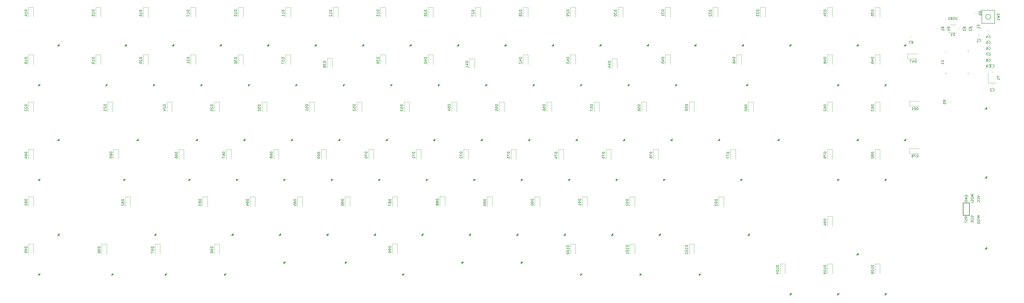
<source format=gbr>
G04 #@! TF.GenerationSoftware,KiCad,Pcbnew,(5.1.4)-1*
G04 #@! TF.CreationDate,2024-04-11T21:59:36-07:00*
G04 #@! TF.ProjectId,keeb,6b656562-2e6b-4696-9361-645f70636258,rev?*
G04 #@! TF.SameCoordinates,Original*
G04 #@! TF.FileFunction,Legend,Bot*
G04 #@! TF.FilePolarity,Positive*
%FSLAX46Y46*%
G04 Gerber Fmt 4.6, Leading zero omitted, Abs format (unit mm)*
G04 Created by KiCad (PCBNEW (5.1.4)-1) date 2024-04-11 21:59:36*
%MOMM*%
%LPD*%
G04 APERTURE LIST*
%ADD10C,0.100000*%
%ADD11C,0.120000*%
%ADD12C,0.150000*%
%ADD13C,0.250000*%
G04 APERTURE END LIST*
D10*
G36*
X141056250Y-111395001D02*
G01*
X141956250Y-110495001D01*
X141056250Y-110495001D01*
X141056250Y-111395001D01*
G37*
X141056250Y-111395001D02*
X141956250Y-110495001D01*
X141056250Y-110495001D01*
X141056250Y-111395001D01*
G36*
X363306250Y-157432501D02*
G01*
X364206250Y-156532501D01*
X363306250Y-156532501D01*
X363306250Y-157432501D01*
G37*
X363306250Y-157432501D02*
X364206250Y-156532501D01*
X363306250Y-156532501D01*
X363306250Y-157432501D01*
G36*
X344256250Y-157432501D02*
G01*
X345156250Y-156532501D01*
X344256250Y-156532501D01*
X344256250Y-157432501D01*
G37*
X344256250Y-157432501D02*
X345156250Y-156532501D01*
X344256250Y-156532501D01*
X344256250Y-157432501D01*
G36*
X325206250Y-157432501D02*
G01*
X326106250Y-156532501D01*
X325206250Y-156532501D01*
X325206250Y-157432501D01*
G37*
X325206250Y-157432501D02*
X326106250Y-156532501D01*
X325206250Y-156532501D01*
X325206250Y-157432501D01*
G36*
X288693750Y-149495001D02*
G01*
X289593750Y-148595001D01*
X288693750Y-148595001D01*
X288693750Y-149495001D01*
G37*
X288693750Y-149495001D02*
X289593750Y-148595001D01*
X288693750Y-148595001D01*
X288693750Y-149495001D01*
G36*
X264881250Y-149495001D02*
G01*
X265781250Y-148595001D01*
X264881250Y-148595001D01*
X264881250Y-149495001D01*
G37*
X264881250Y-149495001D02*
X265781250Y-148595001D01*
X264881250Y-148595001D01*
X264881250Y-149495001D01*
G36*
X241068750Y-149495001D02*
G01*
X241968750Y-148595001D01*
X241068750Y-148595001D01*
X241068750Y-149495001D01*
G37*
X241068750Y-149495001D02*
X241968750Y-148595001D01*
X241068750Y-148595001D01*
X241068750Y-149495001D01*
G36*
X217256250Y-144732501D02*
G01*
X218156250Y-143832501D01*
X217256250Y-143832501D01*
X217256250Y-144732501D01*
G37*
X217256250Y-144732501D02*
X218156250Y-143832501D01*
X217256250Y-143832501D01*
X217256250Y-144732501D01*
G36*
X193443750Y-144732501D02*
G01*
X194343750Y-143832501D01*
X193443750Y-143832501D01*
X193443750Y-144732501D01*
G37*
X193443750Y-144732501D02*
X194343750Y-143832501D01*
X193443750Y-143832501D01*
X193443750Y-144732501D01*
G36*
X169631250Y-149495001D02*
G01*
X170531250Y-148595001D01*
X169631250Y-148595001D01*
X169631250Y-149495001D01*
G37*
X169631250Y-149495001D02*
X170531250Y-148595001D01*
X169631250Y-148595001D01*
X169631250Y-149495001D01*
G36*
X146612500Y-144732501D02*
G01*
X147512500Y-143832501D01*
X146612500Y-143832501D01*
X146612500Y-144732501D01*
G37*
X146612500Y-144732501D02*
X147512500Y-143832501D01*
X146612500Y-143832501D01*
X146612500Y-144732501D01*
G36*
X122006250Y-144732501D02*
G01*
X122906250Y-143832501D01*
X122006250Y-143832501D01*
X122006250Y-144732501D01*
G37*
X122006250Y-144732501D02*
X122906250Y-143832501D01*
X122006250Y-143832501D01*
X122006250Y-144732501D01*
G36*
X98193750Y-149495001D02*
G01*
X99093750Y-148595001D01*
X98193750Y-148595001D01*
X98193750Y-149495001D01*
G37*
X98193750Y-149495001D02*
X99093750Y-148595001D01*
X98193750Y-148595001D01*
X98193750Y-149495001D01*
G36*
X74381250Y-149495001D02*
G01*
X75281250Y-148595001D01*
X74381250Y-148595001D01*
X74381250Y-149495001D01*
G37*
X74381250Y-149495001D02*
X75281250Y-148595001D01*
X74381250Y-148595001D01*
X74381250Y-149495001D01*
G36*
X52950000Y-149495001D02*
G01*
X53850000Y-148595001D01*
X52950000Y-148595001D01*
X52950000Y-149495001D01*
G37*
X52950000Y-149495001D02*
X53850000Y-148595001D01*
X52950000Y-148595001D01*
X52950000Y-149495001D01*
G36*
X23581250Y-149495001D02*
G01*
X24481250Y-148595001D01*
X23581250Y-148595001D01*
X23581250Y-149495001D01*
G37*
X23581250Y-149495001D02*
X24481250Y-148595001D01*
X23581250Y-148595001D01*
X23581250Y-149495001D01*
G36*
X352656250Y-140223749D02*
G01*
X351756250Y-141123749D01*
X352656250Y-141123749D01*
X352656250Y-140223749D01*
G37*
X352656250Y-140223749D02*
X351756250Y-141123749D01*
X352656250Y-141123749D01*
X352656250Y-140223749D01*
G36*
X309000000Y-132286249D02*
G01*
X308100000Y-133186249D01*
X309000000Y-133186249D01*
X309000000Y-132286249D01*
G37*
X309000000Y-132286249D02*
X308100000Y-133186249D01*
X309000000Y-133186249D01*
X309000000Y-132286249D01*
G36*
X273281250Y-132286249D02*
G01*
X272381250Y-133186249D01*
X273281250Y-133186249D01*
X273281250Y-132286249D01*
G37*
X273281250Y-132286249D02*
X272381250Y-133186249D01*
X273281250Y-133186249D01*
X273281250Y-132286249D01*
G36*
X254231250Y-132286249D02*
G01*
X253331250Y-133186249D01*
X254231250Y-133186249D01*
X254231250Y-132286249D01*
G37*
X254231250Y-132286249D02*
X253331250Y-133186249D01*
X254231250Y-133186249D01*
X254231250Y-132286249D01*
G36*
X235181250Y-132286249D02*
G01*
X234281250Y-133186249D01*
X235181250Y-133186249D01*
X235181250Y-132286249D01*
G37*
X235181250Y-132286249D02*
X234281250Y-133186249D01*
X235181250Y-133186249D01*
X235181250Y-132286249D01*
G36*
X216131250Y-132286249D02*
G01*
X215231250Y-133186249D01*
X216131250Y-133186249D01*
X216131250Y-132286249D01*
G37*
X216131250Y-132286249D02*
X215231250Y-133186249D01*
X216131250Y-133186249D01*
X216131250Y-132286249D01*
G36*
X197081250Y-132286249D02*
G01*
X196181250Y-133186249D01*
X197081250Y-133186249D01*
X197081250Y-132286249D01*
G37*
X197081250Y-132286249D02*
X196181250Y-133186249D01*
X197081250Y-133186249D01*
X197081250Y-132286249D01*
G36*
X178031250Y-132286249D02*
G01*
X177131250Y-133186249D01*
X178031250Y-133186249D01*
X178031250Y-132286249D01*
G37*
X178031250Y-132286249D02*
X177131250Y-133186249D01*
X178031250Y-133186249D01*
X178031250Y-132286249D01*
G36*
X158981250Y-132286249D02*
G01*
X158081250Y-133186249D01*
X158981250Y-133186249D01*
X158981250Y-132286249D01*
G37*
X158981250Y-132286249D02*
X158081250Y-133186249D01*
X158981250Y-133186249D01*
X158981250Y-132286249D01*
G36*
X139931250Y-132286249D02*
G01*
X139031250Y-133186249D01*
X139931250Y-133186249D01*
X139931250Y-132286249D01*
G37*
X139931250Y-132286249D02*
X139031250Y-133186249D01*
X139931250Y-133186249D01*
X139931250Y-132286249D01*
G36*
X120881250Y-132286249D02*
G01*
X119981250Y-133186249D01*
X120881250Y-133186249D01*
X120881250Y-132286249D01*
G37*
X120881250Y-132286249D02*
X119981250Y-133186249D01*
X120881250Y-133186249D01*
X120881250Y-132286249D01*
G36*
X101831250Y-132286249D02*
G01*
X100931250Y-133186249D01*
X101831250Y-133186249D01*
X101831250Y-132286249D01*
G37*
X101831250Y-132286249D02*
X100931250Y-133186249D01*
X101831250Y-133186249D01*
X101831250Y-132286249D01*
G36*
X70875000Y-132286249D02*
G01*
X69975000Y-133186249D01*
X70875000Y-133186249D01*
X70875000Y-132286249D01*
G37*
X70875000Y-132286249D02*
X69975000Y-133186249D01*
X70875000Y-133186249D01*
X70875000Y-132286249D01*
G36*
X31981250Y-132286249D02*
G01*
X31081250Y-133186249D01*
X31981250Y-133186249D01*
X31981250Y-132286249D01*
G37*
X31981250Y-132286249D02*
X31081250Y-133186249D01*
X31981250Y-133186249D01*
X31981250Y-132286249D01*
G36*
X404250000Y-137842499D02*
G01*
X403350000Y-138742499D01*
X404250000Y-138742499D01*
X404250000Y-137842499D01*
G37*
X404250000Y-137842499D02*
X403350000Y-138742499D01*
X404250000Y-138742499D01*
X404250000Y-137842499D01*
G36*
X363306250Y-111395001D02*
G01*
X364206250Y-110495001D01*
X363306250Y-110495001D01*
X363306250Y-111395001D01*
G37*
X363306250Y-111395001D02*
X364206250Y-110495001D01*
X363306250Y-110495001D01*
X363306250Y-111395001D01*
G36*
X344256250Y-111395001D02*
G01*
X345156250Y-110495001D01*
X344256250Y-110495001D01*
X344256250Y-111395001D01*
G37*
X344256250Y-111395001D02*
X345156250Y-110495001D01*
X344256250Y-110495001D01*
X344256250Y-111395001D01*
G36*
X305362500Y-111395001D02*
G01*
X306262500Y-110495001D01*
X305362500Y-110495001D01*
X305362500Y-111395001D01*
G37*
X305362500Y-111395001D02*
X306262500Y-110495001D01*
X305362500Y-110495001D01*
X305362500Y-111395001D01*
G36*
X274406250Y-111395001D02*
G01*
X275306250Y-110495001D01*
X274406250Y-110495001D01*
X274406250Y-111395001D01*
G37*
X274406250Y-111395001D02*
X275306250Y-110495001D01*
X274406250Y-110495001D01*
X274406250Y-111395001D01*
G36*
X255356250Y-111395001D02*
G01*
X256256250Y-110495001D01*
X255356250Y-110495001D01*
X255356250Y-111395001D01*
G37*
X255356250Y-111395001D02*
X256256250Y-110495001D01*
X255356250Y-110495001D01*
X255356250Y-111395001D01*
G36*
X236306250Y-111395001D02*
G01*
X237206250Y-110495001D01*
X236306250Y-110495001D01*
X236306250Y-111395001D01*
G37*
X236306250Y-111395001D02*
X237206250Y-110495001D01*
X236306250Y-110495001D01*
X236306250Y-111395001D01*
G36*
X217256250Y-111395001D02*
G01*
X218156250Y-110495001D01*
X217256250Y-110495001D01*
X217256250Y-111395001D01*
G37*
X217256250Y-111395001D02*
X218156250Y-110495001D01*
X217256250Y-110495001D01*
X217256250Y-111395001D01*
G36*
X198206250Y-111395001D02*
G01*
X199106250Y-110495001D01*
X198206250Y-110495001D01*
X198206250Y-111395001D01*
G37*
X198206250Y-111395001D02*
X199106250Y-110495001D01*
X198206250Y-110495001D01*
X198206250Y-111395001D01*
G36*
X179156250Y-111395001D02*
G01*
X180056250Y-110495001D01*
X179156250Y-110495001D01*
X179156250Y-111395001D01*
G37*
X179156250Y-111395001D02*
X180056250Y-110495001D01*
X179156250Y-110495001D01*
X179156250Y-111395001D01*
G36*
X160106250Y-111395001D02*
G01*
X161006250Y-110495001D01*
X160106250Y-110495001D01*
X160106250Y-111395001D01*
G37*
X160106250Y-111395001D02*
X161006250Y-110495001D01*
X160106250Y-110495001D01*
X160106250Y-111395001D01*
G36*
X122006250Y-111395001D02*
G01*
X122906250Y-110495001D01*
X122006250Y-110495001D01*
X122006250Y-111395001D01*
G37*
X122006250Y-111395001D02*
X122906250Y-110495001D01*
X122006250Y-110495001D01*
X122006250Y-111395001D01*
G36*
X102956250Y-111395001D02*
G01*
X103856250Y-110495001D01*
X102956250Y-110495001D01*
X102956250Y-111395001D01*
G37*
X102956250Y-111395001D02*
X103856250Y-110495001D01*
X102956250Y-110495001D01*
X102956250Y-111395001D01*
G36*
X83906250Y-111395001D02*
G01*
X84806250Y-110495001D01*
X83906250Y-110495001D01*
X83906250Y-111395001D01*
G37*
X83906250Y-111395001D02*
X84806250Y-110495001D01*
X83906250Y-110495001D01*
X83906250Y-111395001D01*
G36*
X57712500Y-111395001D02*
G01*
X58612500Y-110495001D01*
X57712500Y-110495001D01*
X57712500Y-111395001D01*
G37*
X57712500Y-111395001D02*
X58612500Y-110495001D01*
X57712500Y-110495001D01*
X57712500Y-111395001D01*
G36*
X23581250Y-111395001D02*
G01*
X24481250Y-110495001D01*
X23581250Y-110495001D01*
X23581250Y-111395001D01*
G37*
X23581250Y-111395001D02*
X24481250Y-110495001D01*
X23581250Y-110495001D01*
X23581250Y-111395001D01*
G36*
X404250000Y-109267499D02*
G01*
X403350000Y-110167499D01*
X404250000Y-110167499D01*
X404250000Y-109267499D01*
G37*
X404250000Y-109267499D02*
X403350000Y-110167499D01*
X404250000Y-110167499D01*
X404250000Y-109267499D01*
G36*
X371706250Y-94186249D02*
G01*
X370806250Y-95086249D01*
X371706250Y-95086249D01*
X371706250Y-94186249D01*
G37*
X371706250Y-94186249D02*
X370806250Y-95086249D01*
X371706250Y-95086249D01*
X371706250Y-94186249D01*
G36*
X352656250Y-94186249D02*
G01*
X351756250Y-95086249D01*
X352656250Y-95086249D01*
X352656250Y-94186249D01*
G37*
X352656250Y-94186249D02*
X351756250Y-95086249D01*
X352656250Y-95086249D01*
X352656250Y-94186249D01*
G36*
X320906250Y-94186249D02*
G01*
X320006250Y-95086249D01*
X320906250Y-95086249D01*
X320906250Y-94186249D01*
G37*
X320906250Y-94186249D02*
X320006250Y-95086249D01*
X320906250Y-95086249D01*
X320906250Y-94186249D01*
G36*
X297093750Y-94186249D02*
G01*
X296193750Y-95086249D01*
X297093750Y-95086249D01*
X297093750Y-94186249D01*
G37*
X297093750Y-94186249D02*
X296193750Y-95086249D01*
X297093750Y-95086249D01*
X297093750Y-94186249D01*
G36*
X278043750Y-94186249D02*
G01*
X277143750Y-95086249D01*
X278043750Y-95086249D01*
X278043750Y-94186249D01*
G37*
X278043750Y-94186249D02*
X277143750Y-95086249D01*
X278043750Y-95086249D01*
X278043750Y-94186249D01*
G36*
X258993750Y-94186249D02*
G01*
X258093750Y-95086249D01*
X258993750Y-95086249D01*
X258993750Y-94186249D01*
G37*
X258993750Y-94186249D02*
X258093750Y-95086249D01*
X258993750Y-95086249D01*
X258993750Y-94186249D01*
G36*
X239943750Y-94186249D02*
G01*
X239043750Y-95086249D01*
X239943750Y-95086249D01*
X239943750Y-94186249D01*
G37*
X239943750Y-94186249D02*
X239043750Y-95086249D01*
X239943750Y-95086249D01*
X239943750Y-94186249D01*
G36*
X220893750Y-94186249D02*
G01*
X219993750Y-95086249D01*
X220893750Y-95086249D01*
X220893750Y-94186249D01*
G37*
X220893750Y-94186249D02*
X219993750Y-95086249D01*
X220893750Y-95086249D01*
X220893750Y-94186249D01*
G36*
X201843750Y-94186249D02*
G01*
X200943750Y-95086249D01*
X201843750Y-95086249D01*
X201843750Y-94186249D01*
G37*
X201843750Y-94186249D02*
X200943750Y-95086249D01*
X201843750Y-95086249D01*
X201843750Y-94186249D01*
G36*
X182793750Y-94186249D02*
G01*
X181893750Y-95086249D01*
X182793750Y-95086249D01*
X182793750Y-94186249D01*
G37*
X182793750Y-94186249D02*
X181893750Y-95086249D01*
X182793750Y-95086249D01*
X182793750Y-94186249D01*
G36*
X163743750Y-94186249D02*
G01*
X162843750Y-95086249D01*
X163743750Y-95086249D01*
X163743750Y-94186249D01*
G37*
X163743750Y-94186249D02*
X162843750Y-95086249D01*
X163743750Y-95086249D01*
X163743750Y-94186249D01*
G36*
X144693750Y-94186249D02*
G01*
X143793750Y-95086249D01*
X144693750Y-95086249D01*
X144693750Y-94186249D01*
G37*
X144693750Y-94186249D02*
X143793750Y-95086249D01*
X144693750Y-95086249D01*
X144693750Y-94186249D01*
G36*
X125643750Y-94186249D02*
G01*
X124743750Y-95086249D01*
X125643750Y-95086249D01*
X125643750Y-94186249D01*
G37*
X125643750Y-94186249D02*
X124743750Y-95086249D01*
X125643750Y-95086249D01*
X125643750Y-94186249D01*
G36*
X106593750Y-94186249D02*
G01*
X105693750Y-95086249D01*
X106593750Y-95086249D01*
X106593750Y-94186249D01*
G37*
X106593750Y-94186249D02*
X105693750Y-95086249D01*
X106593750Y-95086249D01*
X106593750Y-94186249D01*
G36*
X87543750Y-94186249D02*
G01*
X86643750Y-95086249D01*
X87543750Y-95086249D01*
X87543750Y-94186249D01*
G37*
X87543750Y-94186249D02*
X86643750Y-95086249D01*
X87543750Y-95086249D01*
X87543750Y-94186249D01*
G36*
X63731250Y-94186249D02*
G01*
X62831250Y-95086249D01*
X63731250Y-95086249D01*
X63731250Y-94186249D01*
G37*
X63731250Y-94186249D02*
X62831250Y-95086249D01*
X63731250Y-95086249D01*
X63731250Y-94186249D01*
G36*
X31981250Y-94186249D02*
G01*
X31081250Y-95086249D01*
X31981250Y-95086249D01*
X31981250Y-94186249D01*
G37*
X31981250Y-94186249D02*
X31081250Y-95086249D01*
X31981250Y-95086249D01*
X31981250Y-94186249D01*
G36*
X404250000Y-81486249D02*
G01*
X403350000Y-82386249D01*
X404250000Y-82386249D01*
X404250000Y-81486249D01*
G37*
X404250000Y-81486249D02*
X403350000Y-82386249D01*
X404250000Y-82386249D01*
X404250000Y-81486249D01*
G36*
X363306250Y-73295001D02*
G01*
X364206250Y-72395001D01*
X363306250Y-72395001D01*
X363306250Y-73295001D01*
G37*
X363306250Y-73295001D02*
X364206250Y-72395001D01*
X363306250Y-72395001D01*
X363306250Y-73295001D01*
G36*
X344256250Y-73295001D02*
G01*
X345156250Y-72395001D01*
X344256250Y-72395001D01*
X344256250Y-73295001D01*
G37*
X344256250Y-73295001D02*
X345156250Y-72395001D01*
X344256250Y-72395001D01*
X344256250Y-73295001D01*
G36*
X307743750Y-73295001D02*
G01*
X308643750Y-72395001D01*
X307743750Y-72395001D01*
X307743750Y-73295001D01*
G37*
X307743750Y-73295001D02*
X308643750Y-72395001D01*
X307743750Y-72395001D01*
X307743750Y-73295001D01*
G36*
X279168750Y-73295001D02*
G01*
X280068750Y-72395001D01*
X279168750Y-72395001D01*
X279168750Y-73295001D01*
G37*
X279168750Y-73295001D02*
X280068750Y-72395001D01*
X279168750Y-72395001D01*
X279168750Y-73295001D01*
G36*
X260118750Y-73295001D02*
G01*
X261018750Y-72395001D01*
X260118750Y-72395001D01*
X260118750Y-73295001D01*
G37*
X260118750Y-73295001D02*
X261018750Y-72395001D01*
X260118750Y-72395001D01*
X260118750Y-73295001D01*
G36*
X241068750Y-73295001D02*
G01*
X241968750Y-72395001D01*
X241068750Y-72395001D01*
X241068750Y-73295001D01*
G37*
X241068750Y-73295001D02*
X241968750Y-72395001D01*
X241068750Y-72395001D01*
X241068750Y-73295001D01*
G36*
X222018750Y-73295001D02*
G01*
X222918750Y-72395001D01*
X222018750Y-72395001D01*
X222018750Y-73295001D01*
G37*
X222018750Y-73295001D02*
X222918750Y-72395001D01*
X222018750Y-72395001D01*
X222018750Y-73295001D01*
G36*
X202968750Y-73295001D02*
G01*
X203868750Y-72395001D01*
X202968750Y-72395001D01*
X202968750Y-73295001D01*
G37*
X202968750Y-73295001D02*
X203868750Y-72395001D01*
X202968750Y-72395001D01*
X202968750Y-73295001D01*
G36*
X183918750Y-73295001D02*
G01*
X184818750Y-72395001D01*
X183918750Y-72395001D01*
X183918750Y-73295001D01*
G37*
X183918750Y-73295001D02*
X184818750Y-72395001D01*
X183918750Y-72395001D01*
X183918750Y-73295001D01*
G36*
X164868750Y-73295001D02*
G01*
X165768750Y-72395001D01*
X164868750Y-72395001D01*
X164868750Y-73295001D01*
G37*
X164868750Y-73295001D02*
X165768750Y-72395001D01*
X164868750Y-72395001D01*
X164868750Y-73295001D01*
G36*
X145818750Y-73295001D02*
G01*
X146718750Y-72395001D01*
X145818750Y-72395001D01*
X145818750Y-73295001D01*
G37*
X145818750Y-73295001D02*
X146718750Y-72395001D01*
X145818750Y-72395001D01*
X145818750Y-73295001D01*
G36*
X126768750Y-73295001D02*
G01*
X127668750Y-72395001D01*
X126768750Y-72395001D01*
X126768750Y-73295001D01*
G37*
X126768750Y-73295001D02*
X127668750Y-72395001D01*
X126768750Y-72395001D01*
X126768750Y-73295001D01*
G36*
X107718750Y-73295001D02*
G01*
X108618750Y-72395001D01*
X107718750Y-72395001D01*
X107718750Y-73295001D01*
G37*
X107718750Y-73295001D02*
X108618750Y-72395001D01*
X107718750Y-72395001D01*
X107718750Y-73295001D01*
G36*
X88668750Y-73295001D02*
G01*
X89568750Y-72395001D01*
X88668750Y-72395001D01*
X88668750Y-73295001D01*
G37*
X88668750Y-73295001D02*
X89568750Y-72395001D01*
X88668750Y-72395001D01*
X88668750Y-73295001D01*
G36*
X69618750Y-73295001D02*
G01*
X70518750Y-72395001D01*
X69618750Y-72395001D01*
X69618750Y-73295001D01*
G37*
X69618750Y-73295001D02*
X70518750Y-72395001D01*
X69618750Y-72395001D01*
X69618750Y-73295001D01*
G36*
X50568750Y-73295001D02*
G01*
X51468750Y-72395001D01*
X50568750Y-72395001D01*
X50568750Y-73295001D01*
G37*
X50568750Y-73295001D02*
X51468750Y-72395001D01*
X50568750Y-72395001D01*
X50568750Y-73295001D01*
G36*
X23581250Y-73295001D02*
G01*
X24481250Y-72395001D01*
X23581250Y-72395001D01*
X23581250Y-73295001D01*
G37*
X23581250Y-73295001D02*
X24481250Y-72395001D01*
X23581250Y-72395001D01*
X23581250Y-73295001D01*
G36*
X371706250Y-56086249D02*
G01*
X370806250Y-56986249D01*
X371706250Y-56986249D01*
X371706250Y-56086249D01*
G37*
X371706250Y-56086249D02*
X370806250Y-56986249D01*
X371706250Y-56986249D01*
X371706250Y-56086249D01*
G36*
X352656250Y-56086249D02*
G01*
X351756250Y-56986249D01*
X352656250Y-56986249D01*
X352656250Y-56086249D01*
G37*
X352656250Y-56086249D02*
X351756250Y-56986249D01*
X352656250Y-56986249D01*
X352656250Y-56086249D01*
G36*
X325668750Y-56086249D02*
G01*
X324768750Y-56986249D01*
X325668750Y-56986249D01*
X325668750Y-56086249D01*
G37*
X325668750Y-56086249D02*
X324768750Y-56986249D01*
X325668750Y-56986249D01*
X325668750Y-56086249D01*
G36*
X306618750Y-56086249D02*
G01*
X305718750Y-56986249D01*
X306618750Y-56986249D01*
X306618750Y-56086249D01*
G37*
X306618750Y-56086249D02*
X305718750Y-56986249D01*
X306618750Y-56986249D01*
X306618750Y-56086249D01*
G36*
X287568750Y-56086249D02*
G01*
X286668750Y-56986249D01*
X287568750Y-56986249D01*
X287568750Y-56086249D01*
G37*
X287568750Y-56086249D02*
X286668750Y-56986249D01*
X287568750Y-56986249D01*
X287568750Y-56086249D01*
G36*
X268518750Y-56086249D02*
G01*
X267618750Y-56986249D01*
X268518750Y-56986249D01*
X268518750Y-56086249D01*
G37*
X268518750Y-56086249D02*
X267618750Y-56986249D01*
X268518750Y-56986249D01*
X268518750Y-56086249D01*
G36*
X249468750Y-56086249D02*
G01*
X248568750Y-56986249D01*
X249468750Y-56986249D01*
X249468750Y-56086249D01*
G37*
X249468750Y-56086249D02*
X248568750Y-56986249D01*
X249468750Y-56986249D01*
X249468750Y-56086249D01*
G36*
X230418750Y-56086249D02*
G01*
X229518750Y-56986249D01*
X230418750Y-56986249D01*
X230418750Y-56086249D01*
G37*
X230418750Y-56086249D02*
X229518750Y-56986249D01*
X230418750Y-56986249D01*
X230418750Y-56086249D01*
G36*
X211368750Y-56086249D02*
G01*
X210468750Y-56986249D01*
X211368750Y-56986249D01*
X211368750Y-56086249D01*
G37*
X211368750Y-56086249D02*
X210468750Y-56986249D01*
X211368750Y-56986249D01*
X211368750Y-56086249D01*
G36*
X192318750Y-56086249D02*
G01*
X191418750Y-56986249D01*
X192318750Y-56986249D01*
X192318750Y-56086249D01*
G37*
X192318750Y-56086249D02*
X191418750Y-56986249D01*
X192318750Y-56986249D01*
X192318750Y-56086249D01*
G36*
X173268750Y-56086249D02*
G01*
X172368750Y-56986249D01*
X173268750Y-56986249D01*
X173268750Y-56086249D01*
G37*
X173268750Y-56086249D02*
X172368750Y-56986249D01*
X173268750Y-56986249D01*
X173268750Y-56086249D01*
G36*
X154218750Y-56086249D02*
G01*
X153318750Y-56986249D01*
X154218750Y-56986249D01*
X154218750Y-56086249D01*
G37*
X154218750Y-56086249D02*
X153318750Y-56986249D01*
X154218750Y-56986249D01*
X154218750Y-56086249D01*
G36*
X135196250Y-56086249D02*
G01*
X134296250Y-56986249D01*
X135196250Y-56986249D01*
X135196250Y-56086249D01*
G37*
X135196250Y-56086249D02*
X134296250Y-56986249D01*
X135196250Y-56986249D01*
X135196250Y-56086249D01*
G36*
X116118750Y-56086249D02*
G01*
X115218750Y-56986249D01*
X116118750Y-56986249D01*
X116118750Y-56086249D01*
G37*
X116118750Y-56086249D02*
X115218750Y-56986249D01*
X116118750Y-56986249D01*
X116118750Y-56086249D01*
G36*
X97068750Y-56086249D02*
G01*
X96168750Y-56986249D01*
X97068750Y-56986249D01*
X97068750Y-56086249D01*
G37*
X97068750Y-56086249D02*
X96168750Y-56986249D01*
X97068750Y-56986249D01*
X97068750Y-56086249D01*
G36*
X78018750Y-56086249D02*
G01*
X77118750Y-56986249D01*
X78018750Y-56986249D01*
X78018750Y-56086249D01*
G37*
X78018750Y-56086249D02*
X77118750Y-56986249D01*
X78018750Y-56986249D01*
X78018750Y-56086249D01*
G36*
X58968750Y-56086249D02*
G01*
X58068750Y-56986249D01*
X58968750Y-56986249D01*
X58968750Y-56086249D01*
G37*
X58968750Y-56086249D02*
X58068750Y-56986249D01*
X58968750Y-56986249D01*
X58968750Y-56086249D01*
G36*
X31981250Y-56086249D02*
G01*
X31081250Y-56986249D01*
X31981250Y-56986249D01*
X31981250Y-56086249D01*
G37*
X31981250Y-56086249D02*
X31081250Y-56986249D01*
X31981250Y-56986249D01*
X31981250Y-56086249D01*
D11*
X399340000Y-44058578D02*
X399340000Y-43541422D01*
X400760000Y-44058578D02*
X400760000Y-43541422D01*
X389647500Y-79260172D02*
X389647500Y-79777328D01*
X388227500Y-79260172D02*
X388227500Y-79777328D01*
X392990000Y-50264828D02*
X392990000Y-49747672D01*
X394410000Y-50264828D02*
X394410000Y-49747672D01*
X395371250Y-50264828D02*
X395371250Y-49747672D01*
X396791250Y-50264828D02*
X396791250Y-49747672D01*
X384258750Y-50264828D02*
X384258750Y-49747672D01*
X385678750Y-50264828D02*
X385678750Y-49747672D01*
X386640000Y-50264828D02*
X386640000Y-49747672D01*
X388060000Y-50264828D02*
X388060000Y-49747672D01*
X373597672Y-53265000D02*
X374114828Y-53265000D01*
X373597672Y-54685000D02*
X374114828Y-54685000D01*
X387671250Y-59365000D02*
X387671250Y-58890000D01*
X396891250Y-68110000D02*
X396416250Y-68110000D01*
X396891250Y-67635000D02*
X396891250Y-68110000D01*
X396891250Y-58890000D02*
X396416250Y-58890000D01*
X396891250Y-59365000D02*
X396891250Y-58890000D01*
X387671250Y-68110000D02*
X388146250Y-68110000D01*
X387671250Y-67635000D02*
X387671250Y-68110000D01*
X404750000Y-71850000D02*
X404750000Y-67850000D01*
X408050000Y-71850000D02*
X404750000Y-71850000D01*
X398346250Y-49814564D02*
X398346250Y-48610436D01*
X400166250Y-49814564D02*
X400166250Y-48610436D01*
X404553922Y-50883750D02*
X405071078Y-50883750D01*
X404553922Y-52303750D02*
X405071078Y-52303750D01*
X404553922Y-58027500D02*
X405071078Y-58027500D01*
X404553922Y-59447500D02*
X405071078Y-59447500D01*
X404553922Y-55646250D02*
X405071078Y-55646250D01*
X404553922Y-57066250D02*
X405071078Y-57066250D01*
X404553922Y-53265000D02*
X405071078Y-53265000D01*
X404553922Y-54685000D02*
X405071078Y-54685000D01*
X404553922Y-62790000D02*
X405071078Y-62790000D01*
X404553922Y-64210000D02*
X405071078Y-64210000D01*
X404553922Y-60408750D02*
X405071078Y-60408750D01*
X404553922Y-61828750D02*
X405071078Y-61828750D01*
X406141422Y-72315000D02*
X406658578Y-72315000D01*
X406141422Y-73735000D02*
X406658578Y-73735000D01*
X400728922Y-52471250D02*
X401246078Y-52471250D01*
X400728922Y-53891250D02*
X401246078Y-53891250D01*
X406658578Y-67385000D02*
X406141422Y-67385000D01*
X406658578Y-65965000D02*
X406141422Y-65965000D01*
D12*
X402212500Y-42643750D02*
X402212500Y-47843750D01*
X402212500Y-47843750D02*
X407412500Y-47843750D01*
X407412500Y-47843750D02*
X407412500Y-42643750D01*
X407412500Y-42643750D02*
X402212500Y-42643750D01*
X405812500Y-45243750D02*
G75*
G03X405812500Y-45243750I-1000000J0D01*
G01*
D13*
X397212500Y-125055000D02*
X397212500Y-120055000D01*
X397212500Y-120055000D02*
X394712500Y-120055000D01*
X394712500Y-120055000D02*
X394712500Y-125055000D01*
X394712500Y-125055000D02*
X397212500Y-125055000D01*
D11*
X359362500Y-144656250D02*
X359362500Y-148556250D01*
X361362500Y-144656250D02*
X361362500Y-148556250D01*
X359362500Y-144656250D02*
X361362500Y-144656250D01*
X340312500Y-144656250D02*
X340312500Y-148556250D01*
X342312500Y-144656250D02*
X342312500Y-148556250D01*
X340312500Y-144656250D02*
X342312500Y-144656250D01*
X321262500Y-144656250D02*
X321262500Y-148556250D01*
X323262500Y-144656250D02*
X323262500Y-148556250D01*
X321262500Y-144656250D02*
X323262500Y-144656250D01*
X284750000Y-136656250D02*
X286750000Y-136656250D01*
X286750000Y-136656250D02*
X286750000Y-140556250D01*
X284750000Y-136656250D02*
X284750000Y-140556250D01*
X260937500Y-136656250D02*
X260937500Y-140556250D01*
X262937500Y-136656250D02*
X262937500Y-140556250D01*
X260937500Y-136656250D02*
X262937500Y-136656250D01*
X237125000Y-136718750D02*
X237125000Y-140618750D01*
X239125000Y-136718750D02*
X239125000Y-140618750D01*
X237125000Y-136718750D02*
X239125000Y-136718750D01*
X165687500Y-136593750D02*
X165687500Y-140493750D01*
X167687500Y-136593750D02*
X167687500Y-140493750D01*
X165687500Y-136593750D02*
X167687500Y-136593750D01*
X94250000Y-136718750D02*
X94250000Y-140618750D01*
X96250000Y-136718750D02*
X96250000Y-140618750D01*
X94250000Y-136718750D02*
X96250000Y-136718750D01*
X70437500Y-136718750D02*
X70437500Y-140618750D01*
X72437500Y-136718750D02*
X72437500Y-140618750D01*
X70437500Y-136718750D02*
X72437500Y-136718750D01*
X49006250Y-136718750D02*
X49006250Y-140618750D01*
X51006250Y-136718750D02*
X51006250Y-140618750D01*
X49006250Y-136718750D02*
X51006250Y-136718750D01*
X19637500Y-136718750D02*
X19637500Y-140618750D01*
X21637500Y-136718750D02*
X21637500Y-140618750D01*
X19637500Y-136718750D02*
X21637500Y-136718750D01*
X340312500Y-125543750D02*
X340312500Y-129443750D01*
X342312500Y-125543750D02*
X342312500Y-129443750D01*
X340312500Y-125543750D02*
X342312500Y-125543750D01*
X296656250Y-117668750D02*
X296656250Y-121568750D01*
X298656250Y-117668750D02*
X298656250Y-121568750D01*
X296656250Y-117668750D02*
X298656250Y-117668750D01*
X260937500Y-117668750D02*
X260937500Y-121568750D01*
X262937500Y-117668750D02*
X262937500Y-121568750D01*
X260937500Y-117668750D02*
X262937500Y-117668750D01*
X241887500Y-117606250D02*
X241887500Y-121506250D01*
X243887500Y-117606250D02*
X243887500Y-121506250D01*
X241887500Y-117606250D02*
X243887500Y-117606250D01*
X222837500Y-117606250D02*
X222837500Y-121506250D01*
X224837500Y-117606250D02*
X224837500Y-121506250D01*
X222837500Y-117606250D02*
X224837500Y-117606250D01*
X203787500Y-117668750D02*
X203787500Y-121568750D01*
X205787500Y-117668750D02*
X205787500Y-121568750D01*
X203787500Y-117668750D02*
X205787500Y-117668750D01*
X184737500Y-117543750D02*
X184737500Y-121443750D01*
X186737500Y-117543750D02*
X186737500Y-121443750D01*
X184737500Y-117543750D02*
X186737500Y-117543750D01*
X165687500Y-117668750D02*
X165687500Y-121568750D01*
X167687500Y-117668750D02*
X167687500Y-121568750D01*
X165687500Y-117668750D02*
X167687500Y-117668750D01*
X146637500Y-117668750D02*
X146637500Y-121568750D01*
X148637500Y-117668750D02*
X148637500Y-121568750D01*
X146637500Y-117668750D02*
X148637500Y-117668750D01*
X127587500Y-117668750D02*
X127587500Y-121568750D01*
X129587500Y-117668750D02*
X129587500Y-121568750D01*
X127587500Y-117668750D02*
X129587500Y-117668750D01*
X108537500Y-117668750D02*
X108537500Y-121568750D01*
X110537500Y-117668750D02*
X110537500Y-121568750D01*
X108537500Y-117668750D02*
X110537500Y-117668750D01*
X89487500Y-117606250D02*
X89487500Y-121506250D01*
X91487500Y-117606250D02*
X91487500Y-121506250D01*
X89487500Y-117606250D02*
X91487500Y-117606250D01*
X58531250Y-117668750D02*
X58531250Y-121568750D01*
X60531250Y-117668750D02*
X60531250Y-121568750D01*
X58531250Y-117668750D02*
X60531250Y-117668750D01*
X19637500Y-117668750D02*
X19637500Y-121568750D01*
X21637500Y-117668750D02*
X21637500Y-121568750D01*
X19637500Y-117668750D02*
X21637500Y-117668750D01*
X359362500Y-98618750D02*
X359362500Y-102518750D01*
X361362500Y-98618750D02*
X361362500Y-102518750D01*
X359362500Y-98618750D02*
X361362500Y-98618750D01*
X340312500Y-98556250D02*
X340312500Y-102456250D01*
X342312500Y-98556250D02*
X342312500Y-102456250D01*
X340312500Y-98556250D02*
X342312500Y-98556250D01*
X373193750Y-100218750D02*
X377093750Y-100218750D01*
X373193750Y-98218750D02*
X377093750Y-98218750D01*
X373193750Y-100218750D02*
X373193750Y-98218750D01*
X301418750Y-98618750D02*
X301418750Y-102518750D01*
X303418750Y-98618750D02*
X303418750Y-102518750D01*
X301418750Y-98618750D02*
X303418750Y-98618750D01*
X270462500Y-98618750D02*
X270462500Y-102518750D01*
X272462500Y-98618750D02*
X272462500Y-102518750D01*
X270462500Y-98618750D02*
X272462500Y-98618750D01*
X251412500Y-98618750D02*
X251412500Y-102518750D01*
X253412500Y-98618750D02*
X253412500Y-102518750D01*
X251412500Y-98618750D02*
X253412500Y-98618750D01*
X232362500Y-98618750D02*
X232362500Y-102518750D01*
X234362500Y-98618750D02*
X234362500Y-102518750D01*
X232362500Y-98618750D02*
X234362500Y-98618750D01*
X213312500Y-98556250D02*
X213312500Y-102456250D01*
X215312500Y-98556250D02*
X215312500Y-102456250D01*
X213312500Y-98556250D02*
X215312500Y-98556250D01*
X194262500Y-98556250D02*
X194262500Y-102456250D01*
X196262500Y-98556250D02*
X196262500Y-102456250D01*
X194262500Y-98556250D02*
X196262500Y-98556250D01*
X175212500Y-98618750D02*
X175212500Y-102518750D01*
X177212500Y-98618750D02*
X177212500Y-102518750D01*
X175212500Y-98618750D02*
X177212500Y-98618750D01*
X156162500Y-98556250D02*
X156162500Y-102456250D01*
X158162500Y-98556250D02*
X158162500Y-102456250D01*
X156162500Y-98556250D02*
X158162500Y-98556250D01*
X137112500Y-98618750D02*
X137112500Y-102518750D01*
X139112500Y-98618750D02*
X139112500Y-102518750D01*
X137112500Y-98618750D02*
X139112500Y-98618750D01*
X118062500Y-98556250D02*
X118062500Y-102456250D01*
X120062500Y-98556250D02*
X120062500Y-102456250D01*
X118062500Y-98556250D02*
X120062500Y-98556250D01*
X99012500Y-98556250D02*
X99012500Y-102456250D01*
X101012500Y-98556250D02*
X101012500Y-102456250D01*
X99012500Y-98556250D02*
X101012500Y-98556250D01*
X79962500Y-98618750D02*
X79962500Y-102518750D01*
X81962500Y-98618750D02*
X81962500Y-102518750D01*
X79962500Y-98618750D02*
X81962500Y-98618750D01*
X53768750Y-98556250D02*
X53768750Y-102456250D01*
X55768750Y-98556250D02*
X55768750Y-102456250D01*
X53768750Y-98556250D02*
X55768750Y-98556250D01*
X19637500Y-98618750D02*
X19637500Y-102518750D01*
X21637500Y-98618750D02*
X21637500Y-102518750D01*
X19637500Y-98618750D02*
X21637500Y-98618750D01*
X359362500Y-79568750D02*
X359362500Y-83468750D01*
X361362500Y-79568750D02*
X361362500Y-83468750D01*
X359362500Y-79568750D02*
X361362500Y-79568750D01*
X340312500Y-79568750D02*
X340312500Y-83468750D01*
X342312500Y-79568750D02*
X342312500Y-83468750D01*
X340312500Y-79568750D02*
X342312500Y-79568750D01*
X373193750Y-81168750D02*
X377093750Y-81168750D01*
X373193750Y-79168750D02*
X377093750Y-79168750D01*
X373193750Y-81168750D02*
X373193750Y-79168750D01*
X308562500Y-79568750D02*
X308562500Y-83468750D01*
X310562500Y-79568750D02*
X310562500Y-83468750D01*
X308562500Y-79568750D02*
X310562500Y-79568750D01*
X284750000Y-79443750D02*
X284750000Y-83343750D01*
X286750000Y-79443750D02*
X286750000Y-83343750D01*
X284750000Y-79443750D02*
X286750000Y-79443750D01*
X265700000Y-79568750D02*
X265700000Y-83468750D01*
X267700000Y-79568750D02*
X267700000Y-83468750D01*
X265700000Y-79568750D02*
X267700000Y-79568750D01*
X246650000Y-79506250D02*
X246650000Y-83406250D01*
X248650000Y-79506250D02*
X248650000Y-83406250D01*
X246650000Y-79506250D02*
X248650000Y-79506250D01*
X227600000Y-79506250D02*
X227600000Y-83406250D01*
X229600000Y-79506250D02*
X229600000Y-83406250D01*
X227600000Y-79506250D02*
X229600000Y-79506250D01*
X208550000Y-79506250D02*
X208550000Y-83406250D01*
X210550000Y-79506250D02*
X210550000Y-83406250D01*
X208550000Y-79506250D02*
X210550000Y-79506250D01*
X189500000Y-79506250D02*
X189500000Y-83406250D01*
X191500000Y-79506250D02*
X191500000Y-83406250D01*
X189500000Y-79506250D02*
X191500000Y-79506250D01*
X170450000Y-79568750D02*
X170450000Y-83468750D01*
X172450000Y-79568750D02*
X172450000Y-83468750D01*
X170450000Y-79568750D02*
X172450000Y-79568750D01*
X151400000Y-79506250D02*
X151400000Y-83406250D01*
X153400000Y-79506250D02*
X153400000Y-83406250D01*
X151400000Y-79506250D02*
X153400000Y-79506250D01*
X132350000Y-79506250D02*
X132350000Y-83406250D01*
X134350000Y-79506250D02*
X134350000Y-83406250D01*
X132350000Y-79506250D02*
X134350000Y-79506250D01*
X113300000Y-79568750D02*
X113300000Y-83468750D01*
X115300000Y-79568750D02*
X115300000Y-83468750D01*
X113300000Y-79568750D02*
X115300000Y-79568750D01*
X359362500Y-60456250D02*
X359362500Y-64356250D01*
X361362500Y-60456250D02*
X361362500Y-64356250D01*
X359362500Y-60456250D02*
X361362500Y-60456250D01*
X340312500Y-60456250D02*
X340312500Y-64356250D01*
X342312500Y-60456250D02*
X342312500Y-64356250D01*
X340312500Y-60456250D02*
X342312500Y-60456250D01*
X372400000Y-62118750D02*
X376300000Y-62118750D01*
X372400000Y-60118750D02*
X376300000Y-60118750D01*
X372400000Y-62118750D02*
X372400000Y-60118750D01*
X303800000Y-60456250D02*
X303800000Y-64356250D01*
X305800000Y-60456250D02*
X305800000Y-64356250D01*
X303800000Y-60456250D02*
X305800000Y-60456250D01*
X275225000Y-60456250D02*
X275225000Y-64356250D01*
X277225000Y-60456250D02*
X277225000Y-64356250D01*
X275225000Y-60456250D02*
X277225000Y-60456250D01*
X253793750Y-62106250D02*
X253793750Y-66006250D01*
X255793750Y-62106250D02*
X255793750Y-66006250D01*
X253793750Y-62106250D02*
X255793750Y-62106250D01*
X237125000Y-60456250D02*
X237125000Y-64356250D01*
X239125000Y-60456250D02*
X239125000Y-64356250D01*
X237125000Y-60456250D02*
X239125000Y-60456250D01*
X218075000Y-60518750D02*
X218075000Y-64418750D01*
X220075000Y-60518750D02*
X220075000Y-64418750D01*
X218075000Y-60518750D02*
X220075000Y-60518750D01*
X196643750Y-62106250D02*
X196643750Y-66006250D01*
X198643750Y-62106250D02*
X198643750Y-66006250D01*
X196643750Y-62106250D02*
X198643750Y-62106250D01*
X179975000Y-60518750D02*
X179975000Y-64418750D01*
X181975000Y-60518750D02*
X181975000Y-64418750D01*
X179975000Y-60518750D02*
X181975000Y-60518750D01*
X160925000Y-60456250D02*
X160925000Y-64356250D01*
X162925000Y-60456250D02*
X162925000Y-64356250D01*
X160925000Y-60456250D02*
X162925000Y-60456250D01*
X139493750Y-62043750D02*
X139493750Y-65943750D01*
X141493750Y-62043750D02*
X141493750Y-65943750D01*
X139493750Y-62043750D02*
X141493750Y-62043750D01*
X122825000Y-60518750D02*
X122825000Y-64418750D01*
X124825000Y-60518750D02*
X124825000Y-64418750D01*
X122825000Y-60518750D02*
X124825000Y-60518750D01*
X103775000Y-60518750D02*
X103775000Y-64418750D01*
X105775000Y-60518750D02*
X105775000Y-64418750D01*
X103775000Y-60518750D02*
X105775000Y-60518750D01*
X359362500Y-41406250D02*
X359362500Y-45306250D01*
X361362500Y-41406250D02*
X361362500Y-45306250D01*
X359362500Y-41406250D02*
X361362500Y-41406250D01*
X340312500Y-41406250D02*
X340312500Y-45306250D01*
X342312500Y-41406250D02*
X342312500Y-45306250D01*
X340312500Y-41406250D02*
X342312500Y-41406250D01*
X313325000Y-41406250D02*
X313325000Y-45306250D01*
X315325000Y-41406250D02*
X315325000Y-45306250D01*
X313325000Y-41406250D02*
X315325000Y-41406250D01*
X294275000Y-41468750D02*
X294275000Y-45368750D01*
X296275000Y-41468750D02*
X296275000Y-45368750D01*
X294275000Y-41468750D02*
X296275000Y-41468750D01*
X275225000Y-41406250D02*
X275225000Y-45306250D01*
X277225000Y-41406250D02*
X277225000Y-45306250D01*
X275225000Y-41406250D02*
X277225000Y-41406250D01*
X256175000Y-41468750D02*
X256175000Y-45368750D01*
X258175000Y-41468750D02*
X258175000Y-45368750D01*
X256175000Y-41468750D02*
X258175000Y-41468750D01*
X237125000Y-41406250D02*
X237125000Y-45306250D01*
X239125000Y-41406250D02*
X239125000Y-45306250D01*
X237125000Y-41406250D02*
X239125000Y-41406250D01*
X218075000Y-41468750D02*
X218075000Y-45368750D01*
X220075000Y-41468750D02*
X220075000Y-45368750D01*
X218075000Y-41468750D02*
X220075000Y-41468750D01*
X199025000Y-41468750D02*
X199025000Y-45368750D01*
X201025000Y-41468750D02*
X201025000Y-45368750D01*
X199025000Y-41468750D02*
X201025000Y-41468750D01*
X179975000Y-41468750D02*
X179975000Y-45368750D01*
X181975000Y-41468750D02*
X181975000Y-45368750D01*
X179975000Y-41468750D02*
X181975000Y-41468750D01*
X94250000Y-79568750D02*
X94250000Y-83468750D01*
X96250000Y-79568750D02*
X96250000Y-83468750D01*
X94250000Y-79568750D02*
X96250000Y-79568750D01*
X75200000Y-79506250D02*
X75200000Y-83406250D01*
X77200000Y-79506250D02*
X77200000Y-83406250D01*
X75200000Y-79506250D02*
X77200000Y-79506250D01*
X51387500Y-79506250D02*
X51387500Y-83406250D01*
X53387500Y-79506250D02*
X53387500Y-83406250D01*
X51387500Y-79506250D02*
X53387500Y-79506250D01*
X19637500Y-79568750D02*
X19637500Y-83468750D01*
X21637500Y-79568750D02*
X21637500Y-83468750D01*
X19637500Y-79568750D02*
X21637500Y-79568750D01*
X84725000Y-60456250D02*
X84725000Y-64356250D01*
X86725000Y-60456250D02*
X86725000Y-64356250D01*
X84725000Y-60456250D02*
X86725000Y-60456250D01*
X65675000Y-60518750D02*
X65675000Y-64418750D01*
X67675000Y-60518750D02*
X67675000Y-64418750D01*
X65675000Y-60518750D02*
X67675000Y-60518750D01*
X46625000Y-60518750D02*
X46625000Y-64418750D01*
X48625000Y-60518750D02*
X48625000Y-64418750D01*
X46625000Y-60518750D02*
X48625000Y-60518750D01*
X19637500Y-60518750D02*
X19637500Y-64418750D01*
X21637500Y-60518750D02*
X21637500Y-64418750D01*
X19637500Y-60518750D02*
X21637500Y-60518750D01*
X84725000Y-41468750D02*
X84725000Y-45368750D01*
X86725000Y-41468750D02*
X86725000Y-45368750D01*
X84725000Y-41468750D02*
X86725000Y-41468750D01*
X65675000Y-41468750D02*
X65675000Y-45368750D01*
X67675000Y-41468750D02*
X67675000Y-45368750D01*
X65675000Y-41468750D02*
X67675000Y-41468750D01*
X46625000Y-41406250D02*
X46625000Y-45306250D01*
X48625000Y-41406250D02*
X48625000Y-45306250D01*
X46625000Y-41406250D02*
X48625000Y-41406250D01*
X19637500Y-41406250D02*
X19637500Y-45306250D01*
X21637500Y-41406250D02*
X21637500Y-45306250D01*
X19637500Y-41406250D02*
X21637500Y-41406250D01*
X160925000Y-41406250D02*
X160925000Y-45306250D01*
X162925000Y-41406250D02*
X162925000Y-45306250D01*
X160925000Y-41406250D02*
X162925000Y-41406250D01*
X141875000Y-41468750D02*
X141875000Y-45368750D01*
X143875000Y-41468750D02*
X143875000Y-45368750D01*
X141875000Y-41468750D02*
X143875000Y-41468750D01*
X122825000Y-41468750D02*
X122825000Y-45368750D01*
X124825000Y-41468750D02*
X124825000Y-45368750D01*
X122825000Y-41468750D02*
X124825000Y-41468750D01*
X103775000Y-41406250D02*
X103775000Y-45306250D01*
X105775000Y-41406250D02*
X105775000Y-45306250D01*
X103775000Y-41406250D02*
X105775000Y-41406250D01*
X391725000Y-51556250D02*
X388775000Y-51556250D01*
X389325000Y-48456250D02*
X391725000Y-48456250D01*
D12*
X402152380Y-43633333D02*
X401676190Y-43300000D01*
X402152380Y-43061904D02*
X401152380Y-43061904D01*
X401152380Y-43442857D01*
X401200000Y-43538095D01*
X401247619Y-43585714D01*
X401342857Y-43633333D01*
X401485714Y-43633333D01*
X401580952Y-43585714D01*
X401628571Y-43538095D01*
X401676190Y-43442857D01*
X401676190Y-43061904D01*
X401152380Y-44490476D02*
X401152380Y-44300000D01*
X401200000Y-44204761D01*
X401247619Y-44157142D01*
X401390476Y-44061904D01*
X401580952Y-44014285D01*
X401961904Y-44014285D01*
X402057142Y-44061904D01*
X402104761Y-44109523D01*
X402152380Y-44204761D01*
X402152380Y-44395238D01*
X402104761Y-44490476D01*
X402057142Y-44538095D01*
X401961904Y-44585714D01*
X401723809Y-44585714D01*
X401628571Y-44538095D01*
X401580952Y-44490476D01*
X401533333Y-44395238D01*
X401533333Y-44204761D01*
X401580952Y-44109523D01*
X401628571Y-44061904D01*
X401723809Y-44014285D01*
X387739880Y-79352083D02*
X387263690Y-79018750D01*
X387739880Y-78780654D02*
X386739880Y-78780654D01*
X386739880Y-79161607D01*
X386787500Y-79256845D01*
X386835119Y-79304464D01*
X386930357Y-79352083D01*
X387073214Y-79352083D01*
X387168452Y-79304464D01*
X387216071Y-79256845D01*
X387263690Y-79161607D01*
X387263690Y-78780654D01*
X386739880Y-80256845D02*
X386739880Y-79780654D01*
X387216071Y-79733035D01*
X387168452Y-79780654D01*
X387120833Y-79875892D01*
X387120833Y-80113988D01*
X387168452Y-80209226D01*
X387216071Y-80256845D01*
X387311309Y-80304464D01*
X387549404Y-80304464D01*
X387644642Y-80256845D01*
X387692261Y-80209226D01*
X387739880Y-80113988D01*
X387739880Y-79875892D01*
X387692261Y-79780654D01*
X387644642Y-79733035D01*
X395802380Y-49839583D02*
X395326190Y-49506250D01*
X395802380Y-49268154D02*
X394802380Y-49268154D01*
X394802380Y-49649107D01*
X394850000Y-49744345D01*
X394897619Y-49791964D01*
X394992857Y-49839583D01*
X395135714Y-49839583D01*
X395230952Y-49791964D01*
X395278571Y-49744345D01*
X395326190Y-49649107D01*
X395326190Y-49268154D01*
X394802380Y-50172916D02*
X394802380Y-50791964D01*
X395183333Y-50458630D01*
X395183333Y-50601488D01*
X395230952Y-50696726D01*
X395278571Y-50744345D01*
X395373809Y-50791964D01*
X395611904Y-50791964D01*
X395707142Y-50744345D01*
X395754761Y-50696726D01*
X395802380Y-50601488D01*
X395802380Y-50315773D01*
X395754761Y-50220535D01*
X395707142Y-50172916D01*
X398183630Y-49839583D02*
X397707440Y-49506250D01*
X398183630Y-49268154D02*
X397183630Y-49268154D01*
X397183630Y-49649107D01*
X397231250Y-49744345D01*
X397278869Y-49791964D01*
X397374107Y-49839583D01*
X397516964Y-49839583D01*
X397612202Y-49791964D01*
X397659821Y-49744345D01*
X397707440Y-49649107D01*
X397707440Y-49268154D01*
X397278869Y-50220535D02*
X397231250Y-50268154D01*
X397183630Y-50363392D01*
X397183630Y-50601488D01*
X397231250Y-50696726D01*
X397278869Y-50744345D01*
X397374107Y-50791964D01*
X397469345Y-50791964D01*
X397612202Y-50744345D01*
X398183630Y-50172916D01*
X398183630Y-50791964D01*
X387071130Y-49839583D02*
X386594940Y-49506250D01*
X387071130Y-49268154D02*
X386071130Y-49268154D01*
X386071130Y-49649107D01*
X386118750Y-49744345D01*
X386166369Y-49791964D01*
X386261607Y-49839583D01*
X386404464Y-49839583D01*
X386499702Y-49791964D01*
X386547321Y-49744345D01*
X386594940Y-49649107D01*
X386594940Y-49268154D01*
X387071130Y-50791964D02*
X387071130Y-50220535D01*
X387071130Y-50506250D02*
X386071130Y-50506250D01*
X386213988Y-50411011D01*
X386309226Y-50315773D01*
X386356845Y-50220535D01*
X389452380Y-49839583D02*
X388976190Y-49506250D01*
X389452380Y-49268154D02*
X388452380Y-49268154D01*
X388452380Y-49649107D01*
X388500000Y-49744345D01*
X388547619Y-49791964D01*
X388642857Y-49839583D01*
X388785714Y-49839583D01*
X388880952Y-49791964D01*
X388928571Y-49744345D01*
X388976190Y-49649107D01*
X388976190Y-49268154D01*
X388785714Y-50696726D02*
X389452380Y-50696726D01*
X388404761Y-50458630D02*
X389119047Y-50220535D01*
X389119047Y-50839583D01*
X374022916Y-56077380D02*
X374356250Y-55601190D01*
X374594345Y-56077380D02*
X374594345Y-55077380D01*
X374213392Y-55077380D01*
X374118154Y-55125000D01*
X374070535Y-55172619D01*
X374022916Y-55267857D01*
X374022916Y-55410714D01*
X374070535Y-55505952D01*
X374118154Y-55553571D01*
X374213392Y-55601190D01*
X374594345Y-55601190D01*
X373689583Y-55077380D02*
X373022916Y-55077380D01*
X373451488Y-56077380D01*
X385933630Y-62738095D02*
X386743154Y-62738095D01*
X386838392Y-62785714D01*
X386886011Y-62833333D01*
X386933630Y-62928571D01*
X386933630Y-63119047D01*
X386886011Y-63214285D01*
X386838392Y-63261904D01*
X386743154Y-63309523D01*
X385933630Y-63309523D01*
X386933630Y-64309523D02*
X386933630Y-63738095D01*
X386933630Y-64023809D02*
X385933630Y-64023809D01*
X386076488Y-63928571D01*
X386171726Y-63833333D01*
X386219345Y-63738095D01*
X408826190Y-69373809D02*
X409302380Y-69373809D01*
X408302380Y-69040476D02*
X408826190Y-69373809D01*
X408302380Y-69707142D01*
X409302380Y-70564285D02*
X409302380Y-69992857D01*
X409302380Y-70278571D02*
X408302380Y-70278571D01*
X408445238Y-70183333D01*
X408540476Y-70088095D01*
X408588095Y-69992857D01*
X401004821Y-48879166D02*
X401004821Y-48545833D01*
X401528630Y-48545833D02*
X400528630Y-48545833D01*
X400528630Y-49022023D01*
X401528630Y-49926785D02*
X401528630Y-49355357D01*
X401528630Y-49641071D02*
X400528630Y-49641071D01*
X400671488Y-49545833D01*
X400766726Y-49450595D01*
X400814345Y-49355357D01*
X404979166Y-53600892D02*
X405026785Y-53648511D01*
X405169642Y-53696130D01*
X405264880Y-53696130D01*
X405407738Y-53648511D01*
X405502976Y-53553273D01*
X405550595Y-53458035D01*
X405598214Y-53267559D01*
X405598214Y-53124702D01*
X405550595Y-52934226D01*
X405502976Y-52838988D01*
X405407738Y-52743750D01*
X405264880Y-52696130D01*
X405169642Y-52696130D01*
X405026785Y-52743750D01*
X404979166Y-52791369D01*
X404122023Y-53029464D02*
X404122023Y-53696130D01*
X404360119Y-52648511D02*
X404598214Y-53362797D01*
X403979166Y-53362797D01*
X404979166Y-60744642D02*
X405026785Y-60792261D01*
X405169642Y-60839880D01*
X405264880Y-60839880D01*
X405407738Y-60792261D01*
X405502976Y-60697023D01*
X405550595Y-60601785D01*
X405598214Y-60411309D01*
X405598214Y-60268452D01*
X405550595Y-60077976D01*
X405502976Y-59982738D01*
X405407738Y-59887500D01*
X405264880Y-59839880D01*
X405169642Y-59839880D01*
X405026785Y-59887500D01*
X404979166Y-59935119D01*
X404645833Y-59839880D02*
X403979166Y-59839880D01*
X404407738Y-60839880D01*
X404979166Y-58363392D02*
X405026785Y-58411011D01*
X405169642Y-58458630D01*
X405264880Y-58458630D01*
X405407738Y-58411011D01*
X405502976Y-58315773D01*
X405550595Y-58220535D01*
X405598214Y-58030059D01*
X405598214Y-57887202D01*
X405550595Y-57696726D01*
X405502976Y-57601488D01*
X405407738Y-57506250D01*
X405264880Y-57458630D01*
X405169642Y-57458630D01*
X405026785Y-57506250D01*
X404979166Y-57553869D01*
X404122023Y-57458630D02*
X404312500Y-57458630D01*
X404407738Y-57506250D01*
X404455357Y-57553869D01*
X404550595Y-57696726D01*
X404598214Y-57887202D01*
X404598214Y-58268154D01*
X404550595Y-58363392D01*
X404502976Y-58411011D01*
X404407738Y-58458630D01*
X404217261Y-58458630D01*
X404122023Y-58411011D01*
X404074404Y-58363392D01*
X404026785Y-58268154D01*
X404026785Y-58030059D01*
X404074404Y-57934821D01*
X404122023Y-57887202D01*
X404217261Y-57839583D01*
X404407738Y-57839583D01*
X404502976Y-57887202D01*
X404550595Y-57934821D01*
X404598214Y-58030059D01*
X404979166Y-55982142D02*
X405026785Y-56029761D01*
X405169642Y-56077380D01*
X405264880Y-56077380D01*
X405407738Y-56029761D01*
X405502976Y-55934523D01*
X405550595Y-55839285D01*
X405598214Y-55648809D01*
X405598214Y-55505952D01*
X405550595Y-55315476D01*
X405502976Y-55220238D01*
X405407738Y-55125000D01*
X405264880Y-55077380D01*
X405169642Y-55077380D01*
X405026785Y-55125000D01*
X404979166Y-55172619D01*
X404074404Y-55077380D02*
X404550595Y-55077380D01*
X404598214Y-55553571D01*
X404550595Y-55505952D01*
X404455357Y-55458333D01*
X404217261Y-55458333D01*
X404122023Y-55505952D01*
X404074404Y-55553571D01*
X404026785Y-55648809D01*
X404026785Y-55886904D01*
X404074404Y-55982142D01*
X404122023Y-56029761D01*
X404217261Y-56077380D01*
X404455357Y-56077380D01*
X404550595Y-56029761D01*
X404598214Y-55982142D01*
X404979166Y-65507142D02*
X405026785Y-65554761D01*
X405169642Y-65602380D01*
X405264880Y-65602380D01*
X405407738Y-65554761D01*
X405502976Y-65459523D01*
X405550595Y-65364285D01*
X405598214Y-65173809D01*
X405598214Y-65030952D01*
X405550595Y-64840476D01*
X405502976Y-64745238D01*
X405407738Y-64650000D01*
X405264880Y-64602380D01*
X405169642Y-64602380D01*
X405026785Y-64650000D01*
X404979166Y-64697619D01*
X404502976Y-65602380D02*
X404312500Y-65602380D01*
X404217261Y-65554761D01*
X404169642Y-65507142D01*
X404074404Y-65364285D01*
X404026785Y-65173809D01*
X404026785Y-64792857D01*
X404074404Y-64697619D01*
X404122023Y-64650000D01*
X404217261Y-64602380D01*
X404407738Y-64602380D01*
X404502976Y-64650000D01*
X404550595Y-64697619D01*
X404598214Y-64792857D01*
X404598214Y-65030952D01*
X404550595Y-65126190D01*
X404502976Y-65173809D01*
X404407738Y-65221428D01*
X404217261Y-65221428D01*
X404122023Y-65173809D01*
X404074404Y-65126190D01*
X404026785Y-65030952D01*
X404979166Y-63125892D02*
X405026785Y-63173511D01*
X405169642Y-63221130D01*
X405264880Y-63221130D01*
X405407738Y-63173511D01*
X405502976Y-63078273D01*
X405550595Y-62983035D01*
X405598214Y-62792559D01*
X405598214Y-62649702D01*
X405550595Y-62459226D01*
X405502976Y-62363988D01*
X405407738Y-62268750D01*
X405264880Y-62221130D01*
X405169642Y-62221130D01*
X405026785Y-62268750D01*
X404979166Y-62316369D01*
X404407738Y-62649702D02*
X404502976Y-62602083D01*
X404550595Y-62554464D01*
X404598214Y-62459226D01*
X404598214Y-62411607D01*
X404550595Y-62316369D01*
X404502976Y-62268750D01*
X404407738Y-62221130D01*
X404217261Y-62221130D01*
X404122023Y-62268750D01*
X404074404Y-62316369D01*
X404026785Y-62411607D01*
X404026785Y-62459226D01*
X404074404Y-62554464D01*
X404122023Y-62602083D01*
X404217261Y-62649702D01*
X404407738Y-62649702D01*
X404502976Y-62697321D01*
X404550595Y-62744940D01*
X404598214Y-62840178D01*
X404598214Y-63030654D01*
X404550595Y-63125892D01*
X404502976Y-63173511D01*
X404407738Y-63221130D01*
X404217261Y-63221130D01*
X404122023Y-63173511D01*
X404074404Y-63125892D01*
X404026785Y-63030654D01*
X404026785Y-62840178D01*
X404074404Y-62744940D01*
X404122023Y-62697321D01*
X404217261Y-62649702D01*
X406566666Y-75032142D02*
X406614285Y-75079761D01*
X406757142Y-75127380D01*
X406852380Y-75127380D01*
X406995238Y-75079761D01*
X407090476Y-74984523D01*
X407138095Y-74889285D01*
X407185714Y-74698809D01*
X407185714Y-74555952D01*
X407138095Y-74365476D01*
X407090476Y-74270238D01*
X406995238Y-74175000D01*
X406852380Y-74127380D01*
X406757142Y-74127380D01*
X406614285Y-74175000D01*
X406566666Y-74222619D01*
X406185714Y-74222619D02*
X406138095Y-74175000D01*
X406042857Y-74127380D01*
X405804761Y-74127380D01*
X405709523Y-74175000D01*
X405661904Y-74222619D01*
X405614285Y-74317857D01*
X405614285Y-74413095D01*
X405661904Y-74555952D01*
X406233333Y-75127380D01*
X405614285Y-75127380D01*
X401154166Y-55188392D02*
X401201785Y-55236011D01*
X401344642Y-55283630D01*
X401439880Y-55283630D01*
X401582738Y-55236011D01*
X401677976Y-55140773D01*
X401725595Y-55045535D01*
X401773214Y-54855059D01*
X401773214Y-54712202D01*
X401725595Y-54521726D01*
X401677976Y-54426488D01*
X401582738Y-54331250D01*
X401439880Y-54283630D01*
X401344642Y-54283630D01*
X401201785Y-54331250D01*
X401154166Y-54378869D01*
X400201785Y-55283630D02*
X400773214Y-55283630D01*
X400487500Y-55283630D02*
X400487500Y-54283630D01*
X400582738Y-54426488D01*
X400677976Y-54521726D01*
X400773214Y-54569345D01*
X406566666Y-65382142D02*
X406614285Y-65429761D01*
X406757142Y-65477380D01*
X406852380Y-65477380D01*
X406995238Y-65429761D01*
X407090476Y-65334523D01*
X407138095Y-65239285D01*
X407185714Y-65048809D01*
X407185714Y-64905952D01*
X407138095Y-64715476D01*
X407090476Y-64620238D01*
X406995238Y-64525000D01*
X406852380Y-64477380D01*
X406757142Y-64477380D01*
X406614285Y-64525000D01*
X406566666Y-64572619D01*
X406233333Y-64477380D02*
X405614285Y-64477380D01*
X405947619Y-64858333D01*
X405804761Y-64858333D01*
X405709523Y-64905952D01*
X405661904Y-64953571D01*
X405614285Y-65048809D01*
X405614285Y-65286904D01*
X405661904Y-65382142D01*
X405709523Y-65429761D01*
X405804761Y-65477380D01*
X406090476Y-65477380D01*
X406185714Y-65429761D01*
X406233333Y-65382142D01*
X392263095Y-45371130D02*
X392263095Y-46180654D01*
X392215476Y-46275892D01*
X392167857Y-46323511D01*
X392072619Y-46371130D01*
X391882142Y-46371130D01*
X391786904Y-46323511D01*
X391739285Y-46275892D01*
X391691666Y-46180654D01*
X391691666Y-45371130D01*
X391263095Y-46323511D02*
X391120238Y-46371130D01*
X390882142Y-46371130D01*
X390786904Y-46323511D01*
X390739285Y-46275892D01*
X390691666Y-46180654D01*
X390691666Y-46085416D01*
X390739285Y-45990178D01*
X390786904Y-45942559D01*
X390882142Y-45894940D01*
X391072619Y-45847321D01*
X391167857Y-45799702D01*
X391215476Y-45752083D01*
X391263095Y-45656845D01*
X391263095Y-45561607D01*
X391215476Y-45466369D01*
X391167857Y-45418750D01*
X391072619Y-45371130D01*
X390834523Y-45371130D01*
X390691666Y-45418750D01*
X389929761Y-45847321D02*
X389786904Y-45894940D01*
X389739285Y-45942559D01*
X389691666Y-46037797D01*
X389691666Y-46180654D01*
X389739285Y-46275892D01*
X389786904Y-46323511D01*
X389882142Y-46371130D01*
X390263095Y-46371130D01*
X390263095Y-45371130D01*
X389929761Y-45371130D01*
X389834523Y-45418750D01*
X389786904Y-45466369D01*
X389739285Y-45561607D01*
X389739285Y-45656845D01*
X389786904Y-45752083D01*
X389834523Y-45799702D01*
X389929761Y-45847321D01*
X390263095Y-45847321D01*
X388739285Y-46371130D02*
X389310714Y-46371130D01*
X389025000Y-46371130D02*
X389025000Y-45371130D01*
X389120238Y-45513988D01*
X389215476Y-45609226D01*
X389310714Y-45656845D01*
X409281261Y-43910416D02*
X409328880Y-44053273D01*
X409328880Y-44291369D01*
X409281261Y-44386607D01*
X409233642Y-44434226D01*
X409138404Y-44481845D01*
X409043166Y-44481845D01*
X408947928Y-44434226D01*
X408900309Y-44386607D01*
X408852690Y-44291369D01*
X408805071Y-44100892D01*
X408757452Y-44005654D01*
X408709833Y-43958035D01*
X408614595Y-43910416D01*
X408519357Y-43910416D01*
X408424119Y-43958035D01*
X408376500Y-44005654D01*
X408328880Y-44100892D01*
X408328880Y-44338988D01*
X408376500Y-44481845D01*
X408328880Y-44815178D02*
X409328880Y-45053273D01*
X408614595Y-45243750D01*
X409328880Y-45434226D01*
X408328880Y-45672321D01*
X409328880Y-46577083D02*
X409328880Y-46005654D01*
X409328880Y-46291369D02*
X408328880Y-46291369D01*
X408471738Y-46196130D01*
X408566976Y-46100892D01*
X408614595Y-46005654D01*
X401414880Y-125233571D02*
X400414880Y-125233571D01*
X401129166Y-125566904D01*
X400414880Y-125900238D01*
X401414880Y-125900238D01*
X401414880Y-126376428D02*
X400414880Y-126376428D01*
X401367261Y-126805000D02*
X401414880Y-126947857D01*
X401414880Y-127185952D01*
X401367261Y-127281190D01*
X401319642Y-127328809D01*
X401224404Y-127376428D01*
X401129166Y-127376428D01*
X401033928Y-127328809D01*
X400986309Y-127281190D01*
X400938690Y-127185952D01*
X400891071Y-126995476D01*
X400843452Y-126900238D01*
X400795833Y-126852619D01*
X400700595Y-126805000D01*
X400605357Y-126805000D01*
X400510119Y-126852619D01*
X400462500Y-126900238D01*
X400414880Y-126995476D01*
X400414880Y-127233571D01*
X400462500Y-127376428D01*
X400414880Y-127995476D02*
X400414880Y-128185952D01*
X400462500Y-128281190D01*
X400557738Y-128376428D01*
X400748214Y-128424047D01*
X401081547Y-128424047D01*
X401272023Y-128376428D01*
X401367261Y-128281190D01*
X401414880Y-128185952D01*
X401414880Y-127995476D01*
X401367261Y-127900238D01*
X401272023Y-127805000D01*
X401081547Y-127757380D01*
X400748214Y-127757380D01*
X400557738Y-127805000D01*
X400462500Y-127900238D01*
X400414880Y-127995476D01*
X400414880Y-117221666D02*
X401414880Y-117555000D01*
X400414880Y-117888333D01*
X401319642Y-118793095D02*
X401367261Y-118745476D01*
X401414880Y-118602619D01*
X401414880Y-118507380D01*
X401367261Y-118364523D01*
X401272023Y-118269285D01*
X401176785Y-118221666D01*
X400986309Y-118174047D01*
X400843452Y-118174047D01*
X400652976Y-118221666D01*
X400557738Y-118269285D01*
X400462500Y-118364523D01*
X400414880Y-118507380D01*
X400414880Y-118602619D01*
X400462500Y-118745476D01*
X400510119Y-118793095D01*
X401319642Y-119793095D02*
X401367261Y-119745476D01*
X401414880Y-119602619D01*
X401414880Y-119507380D01*
X401367261Y-119364523D01*
X401272023Y-119269285D01*
X401176785Y-119221666D01*
X400986309Y-119174047D01*
X400843452Y-119174047D01*
X400652976Y-119221666D01*
X400557738Y-119269285D01*
X400462500Y-119364523D01*
X400414880Y-119507380D01*
X400414880Y-119602619D01*
X400462500Y-119745476D01*
X400510119Y-119793095D01*
X398867261Y-125269285D02*
X398914880Y-125412142D01*
X398914880Y-125650238D01*
X398867261Y-125745476D01*
X398819642Y-125793095D01*
X398724404Y-125840714D01*
X398629166Y-125840714D01*
X398533928Y-125793095D01*
X398486309Y-125745476D01*
X398438690Y-125650238D01*
X398391071Y-125459761D01*
X398343452Y-125364523D01*
X398295833Y-125316904D01*
X398200595Y-125269285D01*
X398105357Y-125269285D01*
X398010119Y-125316904D01*
X397962500Y-125364523D01*
X397914880Y-125459761D01*
X397914880Y-125697857D01*
X397962500Y-125840714D01*
X398819642Y-126840714D02*
X398867261Y-126793095D01*
X398914880Y-126650238D01*
X398914880Y-126555000D01*
X398867261Y-126412142D01*
X398772023Y-126316904D01*
X398676785Y-126269285D01*
X398486309Y-126221666D01*
X398343452Y-126221666D01*
X398152976Y-126269285D01*
X398057738Y-126316904D01*
X397962500Y-126412142D01*
X397914880Y-126555000D01*
X397914880Y-126650238D01*
X397962500Y-126793095D01*
X398010119Y-126840714D01*
X398914880Y-127269285D02*
X397914880Y-127269285D01*
X398914880Y-127840714D02*
X398343452Y-127412142D01*
X397914880Y-127840714D02*
X398486309Y-127269285D01*
X398914880Y-116733571D02*
X397914880Y-116733571D01*
X398629166Y-117066904D01*
X397914880Y-117400238D01*
X398914880Y-117400238D01*
X397914880Y-118066904D02*
X397914880Y-118257380D01*
X397962500Y-118352619D01*
X398057738Y-118447857D01*
X398248214Y-118495476D01*
X398581547Y-118495476D01*
X398772023Y-118447857D01*
X398867261Y-118352619D01*
X398914880Y-118257380D01*
X398914880Y-118066904D01*
X398867261Y-117971666D01*
X398772023Y-117876428D01*
X398581547Y-117828809D01*
X398248214Y-117828809D01*
X398057738Y-117876428D01*
X397962500Y-117971666D01*
X397914880Y-118066904D01*
X398867261Y-118876428D02*
X398914880Y-119019285D01*
X398914880Y-119257380D01*
X398867261Y-119352619D01*
X398819642Y-119400238D01*
X398724404Y-119447857D01*
X398629166Y-119447857D01*
X398533928Y-119400238D01*
X398486309Y-119352619D01*
X398438690Y-119257380D01*
X398391071Y-119066904D01*
X398343452Y-118971666D01*
X398295833Y-118924047D01*
X398200595Y-118876428D01*
X398105357Y-118876428D01*
X398010119Y-118924047D01*
X397962500Y-118971666D01*
X397914880Y-119066904D01*
X397914880Y-119305000D01*
X397962500Y-119447857D01*
X398914880Y-119876428D02*
X397914880Y-119876428D01*
X396414880Y-126257380D02*
X395938690Y-125924047D01*
X396414880Y-125685952D02*
X395414880Y-125685952D01*
X395414880Y-126066904D01*
X395462500Y-126162142D01*
X395510119Y-126209761D01*
X395605357Y-126257380D01*
X395748214Y-126257380D01*
X395843452Y-126209761D01*
X395891071Y-126162142D01*
X395938690Y-126066904D01*
X395938690Y-125685952D01*
X396367261Y-126638333D02*
X396414880Y-126781190D01*
X396414880Y-127019285D01*
X396367261Y-127114523D01*
X396319642Y-127162142D01*
X396224404Y-127209761D01*
X396129166Y-127209761D01*
X396033928Y-127162142D01*
X395986309Y-127114523D01*
X395938690Y-127019285D01*
X395891071Y-126828809D01*
X395843452Y-126733571D01*
X395795833Y-126685952D01*
X395700595Y-126638333D01*
X395605357Y-126638333D01*
X395510119Y-126685952D01*
X395462500Y-126733571D01*
X395414880Y-126828809D01*
X395414880Y-127066904D01*
X395462500Y-127209761D01*
X395414880Y-127495476D02*
X395414880Y-128066904D01*
X396414880Y-127781190D02*
X395414880Y-127781190D01*
X395462500Y-117543095D02*
X395414880Y-117447857D01*
X395414880Y-117305000D01*
X395462500Y-117162142D01*
X395557738Y-117066904D01*
X395652976Y-117019285D01*
X395843452Y-116971666D01*
X395986309Y-116971666D01*
X396176785Y-117019285D01*
X396272023Y-117066904D01*
X396367261Y-117162142D01*
X396414880Y-117305000D01*
X396414880Y-117400238D01*
X396367261Y-117543095D01*
X396319642Y-117590714D01*
X395986309Y-117590714D01*
X395986309Y-117400238D01*
X396414880Y-118019285D02*
X395414880Y-118019285D01*
X396414880Y-118590714D01*
X395414880Y-118590714D01*
X396414880Y-119066904D02*
X395414880Y-119066904D01*
X395414880Y-119305000D01*
X395462500Y-119447857D01*
X395557738Y-119543095D01*
X395652976Y-119590714D01*
X395843452Y-119638333D01*
X395986309Y-119638333D01*
X396176785Y-119590714D01*
X396272023Y-119543095D01*
X396367261Y-119447857D01*
X396414880Y-119305000D01*
X396414880Y-119066904D01*
X358814880Y-145215773D02*
X357814880Y-145215773D01*
X357814880Y-145453869D01*
X357862500Y-145596726D01*
X357957738Y-145691964D01*
X358052976Y-145739583D01*
X358243452Y-145787202D01*
X358386309Y-145787202D01*
X358576785Y-145739583D01*
X358672023Y-145691964D01*
X358767261Y-145596726D01*
X358814880Y-145453869D01*
X358814880Y-145215773D01*
X358814880Y-146739583D02*
X358814880Y-146168154D01*
X358814880Y-146453869D02*
X357814880Y-146453869D01*
X357957738Y-146358630D01*
X358052976Y-146263392D01*
X358100595Y-146168154D01*
X357814880Y-147358630D02*
X357814880Y-147453869D01*
X357862500Y-147549107D01*
X357910119Y-147596726D01*
X358005357Y-147644345D01*
X358195833Y-147691964D01*
X358433928Y-147691964D01*
X358624404Y-147644345D01*
X358719642Y-147596726D01*
X358767261Y-147549107D01*
X358814880Y-147453869D01*
X358814880Y-147358630D01*
X358767261Y-147263392D01*
X358719642Y-147215773D01*
X358624404Y-147168154D01*
X358433928Y-147120535D01*
X358195833Y-147120535D01*
X358005357Y-147168154D01*
X357910119Y-147215773D01*
X357862500Y-147263392D01*
X357814880Y-147358630D01*
X357814880Y-148549107D02*
X357814880Y-148358630D01*
X357862500Y-148263392D01*
X357910119Y-148215773D01*
X358052976Y-148120535D01*
X358243452Y-148072916D01*
X358624404Y-148072916D01*
X358719642Y-148120535D01*
X358767261Y-148168154D01*
X358814880Y-148263392D01*
X358814880Y-148453869D01*
X358767261Y-148549107D01*
X358719642Y-148596726D01*
X358624404Y-148644345D01*
X358386309Y-148644345D01*
X358291071Y-148596726D01*
X358243452Y-148549107D01*
X358195833Y-148453869D01*
X358195833Y-148263392D01*
X358243452Y-148168154D01*
X358291071Y-148120535D01*
X358386309Y-148072916D01*
X339764880Y-145215773D02*
X338764880Y-145215773D01*
X338764880Y-145453869D01*
X338812500Y-145596726D01*
X338907738Y-145691964D01*
X339002976Y-145739583D01*
X339193452Y-145787202D01*
X339336309Y-145787202D01*
X339526785Y-145739583D01*
X339622023Y-145691964D01*
X339717261Y-145596726D01*
X339764880Y-145453869D01*
X339764880Y-145215773D01*
X339764880Y-146739583D02*
X339764880Y-146168154D01*
X339764880Y-146453869D02*
X338764880Y-146453869D01*
X338907738Y-146358630D01*
X339002976Y-146263392D01*
X339050595Y-146168154D01*
X338764880Y-147358630D02*
X338764880Y-147453869D01*
X338812500Y-147549107D01*
X338860119Y-147596726D01*
X338955357Y-147644345D01*
X339145833Y-147691964D01*
X339383928Y-147691964D01*
X339574404Y-147644345D01*
X339669642Y-147596726D01*
X339717261Y-147549107D01*
X339764880Y-147453869D01*
X339764880Y-147358630D01*
X339717261Y-147263392D01*
X339669642Y-147215773D01*
X339574404Y-147168154D01*
X339383928Y-147120535D01*
X339145833Y-147120535D01*
X338955357Y-147168154D01*
X338860119Y-147215773D01*
X338812500Y-147263392D01*
X338764880Y-147358630D01*
X338764880Y-148596726D02*
X338764880Y-148120535D01*
X339241071Y-148072916D01*
X339193452Y-148120535D01*
X339145833Y-148215773D01*
X339145833Y-148453869D01*
X339193452Y-148549107D01*
X339241071Y-148596726D01*
X339336309Y-148644345D01*
X339574404Y-148644345D01*
X339669642Y-148596726D01*
X339717261Y-148549107D01*
X339764880Y-148453869D01*
X339764880Y-148215773D01*
X339717261Y-148120535D01*
X339669642Y-148072916D01*
X320714880Y-145215773D02*
X319714880Y-145215773D01*
X319714880Y-145453869D01*
X319762500Y-145596726D01*
X319857738Y-145691964D01*
X319952976Y-145739583D01*
X320143452Y-145787202D01*
X320286309Y-145787202D01*
X320476785Y-145739583D01*
X320572023Y-145691964D01*
X320667261Y-145596726D01*
X320714880Y-145453869D01*
X320714880Y-145215773D01*
X320714880Y-146739583D02*
X320714880Y-146168154D01*
X320714880Y-146453869D02*
X319714880Y-146453869D01*
X319857738Y-146358630D01*
X319952976Y-146263392D01*
X320000595Y-146168154D01*
X319714880Y-147358630D02*
X319714880Y-147453869D01*
X319762500Y-147549107D01*
X319810119Y-147596726D01*
X319905357Y-147644345D01*
X320095833Y-147691964D01*
X320333928Y-147691964D01*
X320524404Y-147644345D01*
X320619642Y-147596726D01*
X320667261Y-147549107D01*
X320714880Y-147453869D01*
X320714880Y-147358630D01*
X320667261Y-147263392D01*
X320619642Y-147215773D01*
X320524404Y-147168154D01*
X320333928Y-147120535D01*
X320095833Y-147120535D01*
X319905357Y-147168154D01*
X319810119Y-147215773D01*
X319762500Y-147263392D01*
X319714880Y-147358630D01*
X320048214Y-148549107D02*
X320714880Y-148549107D01*
X319667261Y-148311011D02*
X320381547Y-148072916D01*
X320381547Y-148691964D01*
X284202380Y-137215773D02*
X283202380Y-137215773D01*
X283202380Y-137453869D01*
X283250000Y-137596726D01*
X283345238Y-137691964D01*
X283440476Y-137739583D01*
X283630952Y-137787202D01*
X283773809Y-137787202D01*
X283964285Y-137739583D01*
X284059523Y-137691964D01*
X284154761Y-137596726D01*
X284202380Y-137453869D01*
X284202380Y-137215773D01*
X284202380Y-138739583D02*
X284202380Y-138168154D01*
X284202380Y-138453869D02*
X283202380Y-138453869D01*
X283345238Y-138358630D01*
X283440476Y-138263392D01*
X283488095Y-138168154D01*
X283202380Y-139358630D02*
X283202380Y-139453869D01*
X283250000Y-139549107D01*
X283297619Y-139596726D01*
X283392857Y-139644345D01*
X283583333Y-139691964D01*
X283821428Y-139691964D01*
X284011904Y-139644345D01*
X284107142Y-139596726D01*
X284154761Y-139549107D01*
X284202380Y-139453869D01*
X284202380Y-139358630D01*
X284154761Y-139263392D01*
X284107142Y-139215773D01*
X284011904Y-139168154D01*
X283821428Y-139120535D01*
X283583333Y-139120535D01*
X283392857Y-139168154D01*
X283297619Y-139215773D01*
X283250000Y-139263392D01*
X283202380Y-139358630D01*
X283297619Y-140072916D02*
X283250000Y-140120535D01*
X283202380Y-140215773D01*
X283202380Y-140453869D01*
X283250000Y-140549107D01*
X283297619Y-140596726D01*
X283392857Y-140644345D01*
X283488095Y-140644345D01*
X283630952Y-140596726D01*
X284202380Y-140025297D01*
X284202380Y-140644345D01*
X260389880Y-137215773D02*
X259389880Y-137215773D01*
X259389880Y-137453869D01*
X259437500Y-137596726D01*
X259532738Y-137691964D01*
X259627976Y-137739583D01*
X259818452Y-137787202D01*
X259961309Y-137787202D01*
X260151785Y-137739583D01*
X260247023Y-137691964D01*
X260342261Y-137596726D01*
X260389880Y-137453869D01*
X260389880Y-137215773D01*
X260389880Y-138739583D02*
X260389880Y-138168154D01*
X260389880Y-138453869D02*
X259389880Y-138453869D01*
X259532738Y-138358630D01*
X259627976Y-138263392D01*
X259675595Y-138168154D01*
X259389880Y-139358630D02*
X259389880Y-139453869D01*
X259437500Y-139549107D01*
X259485119Y-139596726D01*
X259580357Y-139644345D01*
X259770833Y-139691964D01*
X260008928Y-139691964D01*
X260199404Y-139644345D01*
X260294642Y-139596726D01*
X260342261Y-139549107D01*
X260389880Y-139453869D01*
X260389880Y-139358630D01*
X260342261Y-139263392D01*
X260294642Y-139215773D01*
X260199404Y-139168154D01*
X260008928Y-139120535D01*
X259770833Y-139120535D01*
X259580357Y-139168154D01*
X259485119Y-139215773D01*
X259437500Y-139263392D01*
X259389880Y-139358630D01*
X260389880Y-140644345D02*
X260389880Y-140072916D01*
X260389880Y-140358630D02*
X259389880Y-140358630D01*
X259532738Y-140263392D01*
X259627976Y-140168154D01*
X259675595Y-140072916D01*
X236577380Y-137278273D02*
X235577380Y-137278273D01*
X235577380Y-137516369D01*
X235625000Y-137659226D01*
X235720238Y-137754464D01*
X235815476Y-137802083D01*
X236005952Y-137849702D01*
X236148809Y-137849702D01*
X236339285Y-137802083D01*
X236434523Y-137754464D01*
X236529761Y-137659226D01*
X236577380Y-137516369D01*
X236577380Y-137278273D01*
X236577380Y-138802083D02*
X236577380Y-138230654D01*
X236577380Y-138516369D02*
X235577380Y-138516369D01*
X235720238Y-138421130D01*
X235815476Y-138325892D01*
X235863095Y-138230654D01*
X235577380Y-139421130D02*
X235577380Y-139516369D01*
X235625000Y-139611607D01*
X235672619Y-139659226D01*
X235767857Y-139706845D01*
X235958333Y-139754464D01*
X236196428Y-139754464D01*
X236386904Y-139706845D01*
X236482142Y-139659226D01*
X236529761Y-139611607D01*
X236577380Y-139516369D01*
X236577380Y-139421130D01*
X236529761Y-139325892D01*
X236482142Y-139278273D01*
X236386904Y-139230654D01*
X236196428Y-139183035D01*
X235958333Y-139183035D01*
X235767857Y-139230654D01*
X235672619Y-139278273D01*
X235625000Y-139325892D01*
X235577380Y-139421130D01*
X235577380Y-140373511D02*
X235577380Y-140468750D01*
X235625000Y-140563988D01*
X235672619Y-140611607D01*
X235767857Y-140659226D01*
X235958333Y-140706845D01*
X236196428Y-140706845D01*
X236386904Y-140659226D01*
X236482142Y-140611607D01*
X236529761Y-140563988D01*
X236577380Y-140468750D01*
X236577380Y-140373511D01*
X236529761Y-140278273D01*
X236482142Y-140230654D01*
X236386904Y-140183035D01*
X236196428Y-140135416D01*
X235958333Y-140135416D01*
X235767857Y-140183035D01*
X235672619Y-140230654D01*
X235625000Y-140278273D01*
X235577380Y-140373511D01*
X165139880Y-137629464D02*
X164139880Y-137629464D01*
X164139880Y-137867559D01*
X164187500Y-138010416D01*
X164282738Y-138105654D01*
X164377976Y-138153273D01*
X164568452Y-138200892D01*
X164711309Y-138200892D01*
X164901785Y-138153273D01*
X164997023Y-138105654D01*
X165092261Y-138010416D01*
X165139880Y-137867559D01*
X165139880Y-137629464D01*
X165139880Y-138677083D02*
X165139880Y-138867559D01*
X165092261Y-138962797D01*
X165044642Y-139010416D01*
X164901785Y-139105654D01*
X164711309Y-139153273D01*
X164330357Y-139153273D01*
X164235119Y-139105654D01*
X164187500Y-139058035D01*
X164139880Y-138962797D01*
X164139880Y-138772321D01*
X164187500Y-138677083D01*
X164235119Y-138629464D01*
X164330357Y-138581845D01*
X164568452Y-138581845D01*
X164663690Y-138629464D01*
X164711309Y-138677083D01*
X164758928Y-138772321D01*
X164758928Y-138962797D01*
X164711309Y-139058035D01*
X164663690Y-139105654D01*
X164568452Y-139153273D01*
X165139880Y-139629464D02*
X165139880Y-139819940D01*
X165092261Y-139915178D01*
X165044642Y-139962797D01*
X164901785Y-140058035D01*
X164711309Y-140105654D01*
X164330357Y-140105654D01*
X164235119Y-140058035D01*
X164187500Y-140010416D01*
X164139880Y-139915178D01*
X164139880Y-139724702D01*
X164187500Y-139629464D01*
X164235119Y-139581845D01*
X164330357Y-139534226D01*
X164568452Y-139534226D01*
X164663690Y-139581845D01*
X164711309Y-139629464D01*
X164758928Y-139724702D01*
X164758928Y-139915178D01*
X164711309Y-140010416D01*
X164663690Y-140058035D01*
X164568452Y-140105654D01*
X93702380Y-137754464D02*
X92702380Y-137754464D01*
X92702380Y-137992559D01*
X92750000Y-138135416D01*
X92845238Y-138230654D01*
X92940476Y-138278273D01*
X93130952Y-138325892D01*
X93273809Y-138325892D01*
X93464285Y-138278273D01*
X93559523Y-138230654D01*
X93654761Y-138135416D01*
X93702380Y-137992559D01*
X93702380Y-137754464D01*
X93702380Y-138802083D02*
X93702380Y-138992559D01*
X93654761Y-139087797D01*
X93607142Y-139135416D01*
X93464285Y-139230654D01*
X93273809Y-139278273D01*
X92892857Y-139278273D01*
X92797619Y-139230654D01*
X92750000Y-139183035D01*
X92702380Y-139087797D01*
X92702380Y-138897321D01*
X92750000Y-138802083D01*
X92797619Y-138754464D01*
X92892857Y-138706845D01*
X93130952Y-138706845D01*
X93226190Y-138754464D01*
X93273809Y-138802083D01*
X93321428Y-138897321D01*
X93321428Y-139087797D01*
X93273809Y-139183035D01*
X93226190Y-139230654D01*
X93130952Y-139278273D01*
X93130952Y-139849702D02*
X93083333Y-139754464D01*
X93035714Y-139706845D01*
X92940476Y-139659226D01*
X92892857Y-139659226D01*
X92797619Y-139706845D01*
X92750000Y-139754464D01*
X92702380Y-139849702D01*
X92702380Y-140040178D01*
X92750000Y-140135416D01*
X92797619Y-140183035D01*
X92892857Y-140230654D01*
X92940476Y-140230654D01*
X93035714Y-140183035D01*
X93083333Y-140135416D01*
X93130952Y-140040178D01*
X93130952Y-139849702D01*
X93178571Y-139754464D01*
X93226190Y-139706845D01*
X93321428Y-139659226D01*
X93511904Y-139659226D01*
X93607142Y-139706845D01*
X93654761Y-139754464D01*
X93702380Y-139849702D01*
X93702380Y-140040178D01*
X93654761Y-140135416D01*
X93607142Y-140183035D01*
X93511904Y-140230654D01*
X93321428Y-140230654D01*
X93226190Y-140183035D01*
X93178571Y-140135416D01*
X93130952Y-140040178D01*
X69889880Y-137754464D02*
X68889880Y-137754464D01*
X68889880Y-137992559D01*
X68937500Y-138135416D01*
X69032738Y-138230654D01*
X69127976Y-138278273D01*
X69318452Y-138325892D01*
X69461309Y-138325892D01*
X69651785Y-138278273D01*
X69747023Y-138230654D01*
X69842261Y-138135416D01*
X69889880Y-137992559D01*
X69889880Y-137754464D01*
X69889880Y-138802083D02*
X69889880Y-138992559D01*
X69842261Y-139087797D01*
X69794642Y-139135416D01*
X69651785Y-139230654D01*
X69461309Y-139278273D01*
X69080357Y-139278273D01*
X68985119Y-139230654D01*
X68937500Y-139183035D01*
X68889880Y-139087797D01*
X68889880Y-138897321D01*
X68937500Y-138802083D01*
X68985119Y-138754464D01*
X69080357Y-138706845D01*
X69318452Y-138706845D01*
X69413690Y-138754464D01*
X69461309Y-138802083D01*
X69508928Y-138897321D01*
X69508928Y-139087797D01*
X69461309Y-139183035D01*
X69413690Y-139230654D01*
X69318452Y-139278273D01*
X68889880Y-139611607D02*
X68889880Y-140278273D01*
X69889880Y-139849702D01*
X48458630Y-137754464D02*
X47458630Y-137754464D01*
X47458630Y-137992559D01*
X47506250Y-138135416D01*
X47601488Y-138230654D01*
X47696726Y-138278273D01*
X47887202Y-138325892D01*
X48030059Y-138325892D01*
X48220535Y-138278273D01*
X48315773Y-138230654D01*
X48411011Y-138135416D01*
X48458630Y-137992559D01*
X48458630Y-137754464D01*
X48458630Y-138802083D02*
X48458630Y-138992559D01*
X48411011Y-139087797D01*
X48363392Y-139135416D01*
X48220535Y-139230654D01*
X48030059Y-139278273D01*
X47649107Y-139278273D01*
X47553869Y-139230654D01*
X47506250Y-139183035D01*
X47458630Y-139087797D01*
X47458630Y-138897321D01*
X47506250Y-138802083D01*
X47553869Y-138754464D01*
X47649107Y-138706845D01*
X47887202Y-138706845D01*
X47982440Y-138754464D01*
X48030059Y-138802083D01*
X48077678Y-138897321D01*
X48077678Y-139087797D01*
X48030059Y-139183035D01*
X47982440Y-139230654D01*
X47887202Y-139278273D01*
X47458630Y-140135416D02*
X47458630Y-139944940D01*
X47506250Y-139849702D01*
X47553869Y-139802083D01*
X47696726Y-139706845D01*
X47887202Y-139659226D01*
X48268154Y-139659226D01*
X48363392Y-139706845D01*
X48411011Y-139754464D01*
X48458630Y-139849702D01*
X48458630Y-140040178D01*
X48411011Y-140135416D01*
X48363392Y-140183035D01*
X48268154Y-140230654D01*
X48030059Y-140230654D01*
X47934821Y-140183035D01*
X47887202Y-140135416D01*
X47839583Y-140040178D01*
X47839583Y-139849702D01*
X47887202Y-139754464D01*
X47934821Y-139706845D01*
X48030059Y-139659226D01*
X19089880Y-137754464D02*
X18089880Y-137754464D01*
X18089880Y-137992559D01*
X18137500Y-138135416D01*
X18232738Y-138230654D01*
X18327976Y-138278273D01*
X18518452Y-138325892D01*
X18661309Y-138325892D01*
X18851785Y-138278273D01*
X18947023Y-138230654D01*
X19042261Y-138135416D01*
X19089880Y-137992559D01*
X19089880Y-137754464D01*
X19089880Y-138802083D02*
X19089880Y-138992559D01*
X19042261Y-139087797D01*
X18994642Y-139135416D01*
X18851785Y-139230654D01*
X18661309Y-139278273D01*
X18280357Y-139278273D01*
X18185119Y-139230654D01*
X18137500Y-139183035D01*
X18089880Y-139087797D01*
X18089880Y-138897321D01*
X18137500Y-138802083D01*
X18185119Y-138754464D01*
X18280357Y-138706845D01*
X18518452Y-138706845D01*
X18613690Y-138754464D01*
X18661309Y-138802083D01*
X18708928Y-138897321D01*
X18708928Y-139087797D01*
X18661309Y-139183035D01*
X18613690Y-139230654D01*
X18518452Y-139278273D01*
X18089880Y-140183035D02*
X18089880Y-139706845D01*
X18566071Y-139659226D01*
X18518452Y-139706845D01*
X18470833Y-139802083D01*
X18470833Y-140040178D01*
X18518452Y-140135416D01*
X18566071Y-140183035D01*
X18661309Y-140230654D01*
X18899404Y-140230654D01*
X18994642Y-140183035D01*
X19042261Y-140135416D01*
X19089880Y-140040178D01*
X19089880Y-139802083D01*
X19042261Y-139706845D01*
X18994642Y-139659226D01*
X339764880Y-126579464D02*
X338764880Y-126579464D01*
X338764880Y-126817559D01*
X338812500Y-126960416D01*
X338907738Y-127055654D01*
X339002976Y-127103273D01*
X339193452Y-127150892D01*
X339336309Y-127150892D01*
X339526785Y-127103273D01*
X339622023Y-127055654D01*
X339717261Y-126960416D01*
X339764880Y-126817559D01*
X339764880Y-126579464D01*
X339764880Y-127627083D02*
X339764880Y-127817559D01*
X339717261Y-127912797D01*
X339669642Y-127960416D01*
X339526785Y-128055654D01*
X339336309Y-128103273D01*
X338955357Y-128103273D01*
X338860119Y-128055654D01*
X338812500Y-128008035D01*
X338764880Y-127912797D01*
X338764880Y-127722321D01*
X338812500Y-127627083D01*
X338860119Y-127579464D01*
X338955357Y-127531845D01*
X339193452Y-127531845D01*
X339288690Y-127579464D01*
X339336309Y-127627083D01*
X339383928Y-127722321D01*
X339383928Y-127912797D01*
X339336309Y-128008035D01*
X339288690Y-128055654D01*
X339193452Y-128103273D01*
X339098214Y-128960416D02*
X339764880Y-128960416D01*
X338717261Y-128722321D02*
X339431547Y-128484226D01*
X339431547Y-129103273D01*
X296108630Y-118704464D02*
X295108630Y-118704464D01*
X295108630Y-118942559D01*
X295156250Y-119085416D01*
X295251488Y-119180654D01*
X295346726Y-119228273D01*
X295537202Y-119275892D01*
X295680059Y-119275892D01*
X295870535Y-119228273D01*
X295965773Y-119180654D01*
X296061011Y-119085416D01*
X296108630Y-118942559D01*
X296108630Y-118704464D01*
X296108630Y-119752083D02*
X296108630Y-119942559D01*
X296061011Y-120037797D01*
X296013392Y-120085416D01*
X295870535Y-120180654D01*
X295680059Y-120228273D01*
X295299107Y-120228273D01*
X295203869Y-120180654D01*
X295156250Y-120133035D01*
X295108630Y-120037797D01*
X295108630Y-119847321D01*
X295156250Y-119752083D01*
X295203869Y-119704464D01*
X295299107Y-119656845D01*
X295537202Y-119656845D01*
X295632440Y-119704464D01*
X295680059Y-119752083D01*
X295727678Y-119847321D01*
X295727678Y-120037797D01*
X295680059Y-120133035D01*
X295632440Y-120180654D01*
X295537202Y-120228273D01*
X295108630Y-120561607D02*
X295108630Y-121180654D01*
X295489583Y-120847321D01*
X295489583Y-120990178D01*
X295537202Y-121085416D01*
X295584821Y-121133035D01*
X295680059Y-121180654D01*
X295918154Y-121180654D01*
X296013392Y-121133035D01*
X296061011Y-121085416D01*
X296108630Y-120990178D01*
X296108630Y-120704464D01*
X296061011Y-120609226D01*
X296013392Y-120561607D01*
X260389880Y-118704464D02*
X259389880Y-118704464D01*
X259389880Y-118942559D01*
X259437500Y-119085416D01*
X259532738Y-119180654D01*
X259627976Y-119228273D01*
X259818452Y-119275892D01*
X259961309Y-119275892D01*
X260151785Y-119228273D01*
X260247023Y-119180654D01*
X260342261Y-119085416D01*
X260389880Y-118942559D01*
X260389880Y-118704464D01*
X260389880Y-119752083D02*
X260389880Y-119942559D01*
X260342261Y-120037797D01*
X260294642Y-120085416D01*
X260151785Y-120180654D01*
X259961309Y-120228273D01*
X259580357Y-120228273D01*
X259485119Y-120180654D01*
X259437500Y-120133035D01*
X259389880Y-120037797D01*
X259389880Y-119847321D01*
X259437500Y-119752083D01*
X259485119Y-119704464D01*
X259580357Y-119656845D01*
X259818452Y-119656845D01*
X259913690Y-119704464D01*
X259961309Y-119752083D01*
X260008928Y-119847321D01*
X260008928Y-120037797D01*
X259961309Y-120133035D01*
X259913690Y-120180654D01*
X259818452Y-120228273D01*
X259485119Y-120609226D02*
X259437500Y-120656845D01*
X259389880Y-120752083D01*
X259389880Y-120990178D01*
X259437500Y-121085416D01*
X259485119Y-121133035D01*
X259580357Y-121180654D01*
X259675595Y-121180654D01*
X259818452Y-121133035D01*
X260389880Y-120561607D01*
X260389880Y-121180654D01*
X241339880Y-118641964D02*
X240339880Y-118641964D01*
X240339880Y-118880059D01*
X240387500Y-119022916D01*
X240482738Y-119118154D01*
X240577976Y-119165773D01*
X240768452Y-119213392D01*
X240911309Y-119213392D01*
X241101785Y-119165773D01*
X241197023Y-119118154D01*
X241292261Y-119022916D01*
X241339880Y-118880059D01*
X241339880Y-118641964D01*
X241339880Y-119689583D02*
X241339880Y-119880059D01*
X241292261Y-119975297D01*
X241244642Y-120022916D01*
X241101785Y-120118154D01*
X240911309Y-120165773D01*
X240530357Y-120165773D01*
X240435119Y-120118154D01*
X240387500Y-120070535D01*
X240339880Y-119975297D01*
X240339880Y-119784821D01*
X240387500Y-119689583D01*
X240435119Y-119641964D01*
X240530357Y-119594345D01*
X240768452Y-119594345D01*
X240863690Y-119641964D01*
X240911309Y-119689583D01*
X240958928Y-119784821D01*
X240958928Y-119975297D01*
X240911309Y-120070535D01*
X240863690Y-120118154D01*
X240768452Y-120165773D01*
X241339880Y-121118154D02*
X241339880Y-120546726D01*
X241339880Y-120832440D02*
X240339880Y-120832440D01*
X240482738Y-120737202D01*
X240577976Y-120641964D01*
X240625595Y-120546726D01*
X222289880Y-118641964D02*
X221289880Y-118641964D01*
X221289880Y-118880059D01*
X221337500Y-119022916D01*
X221432738Y-119118154D01*
X221527976Y-119165773D01*
X221718452Y-119213392D01*
X221861309Y-119213392D01*
X222051785Y-119165773D01*
X222147023Y-119118154D01*
X222242261Y-119022916D01*
X222289880Y-118880059D01*
X222289880Y-118641964D01*
X222289880Y-119689583D02*
X222289880Y-119880059D01*
X222242261Y-119975297D01*
X222194642Y-120022916D01*
X222051785Y-120118154D01*
X221861309Y-120165773D01*
X221480357Y-120165773D01*
X221385119Y-120118154D01*
X221337500Y-120070535D01*
X221289880Y-119975297D01*
X221289880Y-119784821D01*
X221337500Y-119689583D01*
X221385119Y-119641964D01*
X221480357Y-119594345D01*
X221718452Y-119594345D01*
X221813690Y-119641964D01*
X221861309Y-119689583D01*
X221908928Y-119784821D01*
X221908928Y-119975297D01*
X221861309Y-120070535D01*
X221813690Y-120118154D01*
X221718452Y-120165773D01*
X221289880Y-120784821D02*
X221289880Y-120880059D01*
X221337500Y-120975297D01*
X221385119Y-121022916D01*
X221480357Y-121070535D01*
X221670833Y-121118154D01*
X221908928Y-121118154D01*
X222099404Y-121070535D01*
X222194642Y-121022916D01*
X222242261Y-120975297D01*
X222289880Y-120880059D01*
X222289880Y-120784821D01*
X222242261Y-120689583D01*
X222194642Y-120641964D01*
X222099404Y-120594345D01*
X221908928Y-120546726D01*
X221670833Y-120546726D01*
X221480357Y-120594345D01*
X221385119Y-120641964D01*
X221337500Y-120689583D01*
X221289880Y-120784821D01*
X203239880Y-118704464D02*
X202239880Y-118704464D01*
X202239880Y-118942559D01*
X202287500Y-119085416D01*
X202382738Y-119180654D01*
X202477976Y-119228273D01*
X202668452Y-119275892D01*
X202811309Y-119275892D01*
X203001785Y-119228273D01*
X203097023Y-119180654D01*
X203192261Y-119085416D01*
X203239880Y-118942559D01*
X203239880Y-118704464D01*
X202668452Y-119847321D02*
X202620833Y-119752083D01*
X202573214Y-119704464D01*
X202477976Y-119656845D01*
X202430357Y-119656845D01*
X202335119Y-119704464D01*
X202287500Y-119752083D01*
X202239880Y-119847321D01*
X202239880Y-120037797D01*
X202287500Y-120133035D01*
X202335119Y-120180654D01*
X202430357Y-120228273D01*
X202477976Y-120228273D01*
X202573214Y-120180654D01*
X202620833Y-120133035D01*
X202668452Y-120037797D01*
X202668452Y-119847321D01*
X202716071Y-119752083D01*
X202763690Y-119704464D01*
X202858928Y-119656845D01*
X203049404Y-119656845D01*
X203144642Y-119704464D01*
X203192261Y-119752083D01*
X203239880Y-119847321D01*
X203239880Y-120037797D01*
X203192261Y-120133035D01*
X203144642Y-120180654D01*
X203049404Y-120228273D01*
X202858928Y-120228273D01*
X202763690Y-120180654D01*
X202716071Y-120133035D01*
X202668452Y-120037797D01*
X203239880Y-120704464D02*
X203239880Y-120894940D01*
X203192261Y-120990178D01*
X203144642Y-121037797D01*
X203001785Y-121133035D01*
X202811309Y-121180654D01*
X202430357Y-121180654D01*
X202335119Y-121133035D01*
X202287500Y-121085416D01*
X202239880Y-120990178D01*
X202239880Y-120799702D01*
X202287500Y-120704464D01*
X202335119Y-120656845D01*
X202430357Y-120609226D01*
X202668452Y-120609226D01*
X202763690Y-120656845D01*
X202811309Y-120704464D01*
X202858928Y-120799702D01*
X202858928Y-120990178D01*
X202811309Y-121085416D01*
X202763690Y-121133035D01*
X202668452Y-121180654D01*
X184189880Y-118579464D02*
X183189880Y-118579464D01*
X183189880Y-118817559D01*
X183237500Y-118960416D01*
X183332738Y-119055654D01*
X183427976Y-119103273D01*
X183618452Y-119150892D01*
X183761309Y-119150892D01*
X183951785Y-119103273D01*
X184047023Y-119055654D01*
X184142261Y-118960416D01*
X184189880Y-118817559D01*
X184189880Y-118579464D01*
X183618452Y-119722321D02*
X183570833Y-119627083D01*
X183523214Y-119579464D01*
X183427976Y-119531845D01*
X183380357Y-119531845D01*
X183285119Y-119579464D01*
X183237500Y-119627083D01*
X183189880Y-119722321D01*
X183189880Y-119912797D01*
X183237500Y-120008035D01*
X183285119Y-120055654D01*
X183380357Y-120103273D01*
X183427976Y-120103273D01*
X183523214Y-120055654D01*
X183570833Y-120008035D01*
X183618452Y-119912797D01*
X183618452Y-119722321D01*
X183666071Y-119627083D01*
X183713690Y-119579464D01*
X183808928Y-119531845D01*
X183999404Y-119531845D01*
X184094642Y-119579464D01*
X184142261Y-119627083D01*
X184189880Y-119722321D01*
X184189880Y-119912797D01*
X184142261Y-120008035D01*
X184094642Y-120055654D01*
X183999404Y-120103273D01*
X183808928Y-120103273D01*
X183713690Y-120055654D01*
X183666071Y-120008035D01*
X183618452Y-119912797D01*
X183618452Y-120674702D02*
X183570833Y-120579464D01*
X183523214Y-120531845D01*
X183427976Y-120484226D01*
X183380357Y-120484226D01*
X183285119Y-120531845D01*
X183237500Y-120579464D01*
X183189880Y-120674702D01*
X183189880Y-120865178D01*
X183237500Y-120960416D01*
X183285119Y-121008035D01*
X183380357Y-121055654D01*
X183427976Y-121055654D01*
X183523214Y-121008035D01*
X183570833Y-120960416D01*
X183618452Y-120865178D01*
X183618452Y-120674702D01*
X183666071Y-120579464D01*
X183713690Y-120531845D01*
X183808928Y-120484226D01*
X183999404Y-120484226D01*
X184094642Y-120531845D01*
X184142261Y-120579464D01*
X184189880Y-120674702D01*
X184189880Y-120865178D01*
X184142261Y-120960416D01*
X184094642Y-121008035D01*
X183999404Y-121055654D01*
X183808928Y-121055654D01*
X183713690Y-121008035D01*
X183666071Y-120960416D01*
X183618452Y-120865178D01*
X165139880Y-118704464D02*
X164139880Y-118704464D01*
X164139880Y-118942559D01*
X164187500Y-119085416D01*
X164282738Y-119180654D01*
X164377976Y-119228273D01*
X164568452Y-119275892D01*
X164711309Y-119275892D01*
X164901785Y-119228273D01*
X164997023Y-119180654D01*
X165092261Y-119085416D01*
X165139880Y-118942559D01*
X165139880Y-118704464D01*
X164568452Y-119847321D02*
X164520833Y-119752083D01*
X164473214Y-119704464D01*
X164377976Y-119656845D01*
X164330357Y-119656845D01*
X164235119Y-119704464D01*
X164187500Y-119752083D01*
X164139880Y-119847321D01*
X164139880Y-120037797D01*
X164187500Y-120133035D01*
X164235119Y-120180654D01*
X164330357Y-120228273D01*
X164377976Y-120228273D01*
X164473214Y-120180654D01*
X164520833Y-120133035D01*
X164568452Y-120037797D01*
X164568452Y-119847321D01*
X164616071Y-119752083D01*
X164663690Y-119704464D01*
X164758928Y-119656845D01*
X164949404Y-119656845D01*
X165044642Y-119704464D01*
X165092261Y-119752083D01*
X165139880Y-119847321D01*
X165139880Y-120037797D01*
X165092261Y-120133035D01*
X165044642Y-120180654D01*
X164949404Y-120228273D01*
X164758928Y-120228273D01*
X164663690Y-120180654D01*
X164616071Y-120133035D01*
X164568452Y-120037797D01*
X164139880Y-120561607D02*
X164139880Y-121228273D01*
X165139880Y-120799702D01*
X146089880Y-118704464D02*
X145089880Y-118704464D01*
X145089880Y-118942559D01*
X145137500Y-119085416D01*
X145232738Y-119180654D01*
X145327976Y-119228273D01*
X145518452Y-119275892D01*
X145661309Y-119275892D01*
X145851785Y-119228273D01*
X145947023Y-119180654D01*
X146042261Y-119085416D01*
X146089880Y-118942559D01*
X146089880Y-118704464D01*
X145518452Y-119847321D02*
X145470833Y-119752083D01*
X145423214Y-119704464D01*
X145327976Y-119656845D01*
X145280357Y-119656845D01*
X145185119Y-119704464D01*
X145137500Y-119752083D01*
X145089880Y-119847321D01*
X145089880Y-120037797D01*
X145137500Y-120133035D01*
X145185119Y-120180654D01*
X145280357Y-120228273D01*
X145327976Y-120228273D01*
X145423214Y-120180654D01*
X145470833Y-120133035D01*
X145518452Y-120037797D01*
X145518452Y-119847321D01*
X145566071Y-119752083D01*
X145613690Y-119704464D01*
X145708928Y-119656845D01*
X145899404Y-119656845D01*
X145994642Y-119704464D01*
X146042261Y-119752083D01*
X146089880Y-119847321D01*
X146089880Y-120037797D01*
X146042261Y-120133035D01*
X145994642Y-120180654D01*
X145899404Y-120228273D01*
X145708928Y-120228273D01*
X145613690Y-120180654D01*
X145566071Y-120133035D01*
X145518452Y-120037797D01*
X145089880Y-121085416D02*
X145089880Y-120894940D01*
X145137500Y-120799702D01*
X145185119Y-120752083D01*
X145327976Y-120656845D01*
X145518452Y-120609226D01*
X145899404Y-120609226D01*
X145994642Y-120656845D01*
X146042261Y-120704464D01*
X146089880Y-120799702D01*
X146089880Y-120990178D01*
X146042261Y-121085416D01*
X145994642Y-121133035D01*
X145899404Y-121180654D01*
X145661309Y-121180654D01*
X145566071Y-121133035D01*
X145518452Y-121085416D01*
X145470833Y-120990178D01*
X145470833Y-120799702D01*
X145518452Y-120704464D01*
X145566071Y-120656845D01*
X145661309Y-120609226D01*
X127039880Y-118704464D02*
X126039880Y-118704464D01*
X126039880Y-118942559D01*
X126087500Y-119085416D01*
X126182738Y-119180654D01*
X126277976Y-119228273D01*
X126468452Y-119275892D01*
X126611309Y-119275892D01*
X126801785Y-119228273D01*
X126897023Y-119180654D01*
X126992261Y-119085416D01*
X127039880Y-118942559D01*
X127039880Y-118704464D01*
X126468452Y-119847321D02*
X126420833Y-119752083D01*
X126373214Y-119704464D01*
X126277976Y-119656845D01*
X126230357Y-119656845D01*
X126135119Y-119704464D01*
X126087500Y-119752083D01*
X126039880Y-119847321D01*
X126039880Y-120037797D01*
X126087500Y-120133035D01*
X126135119Y-120180654D01*
X126230357Y-120228273D01*
X126277976Y-120228273D01*
X126373214Y-120180654D01*
X126420833Y-120133035D01*
X126468452Y-120037797D01*
X126468452Y-119847321D01*
X126516071Y-119752083D01*
X126563690Y-119704464D01*
X126658928Y-119656845D01*
X126849404Y-119656845D01*
X126944642Y-119704464D01*
X126992261Y-119752083D01*
X127039880Y-119847321D01*
X127039880Y-120037797D01*
X126992261Y-120133035D01*
X126944642Y-120180654D01*
X126849404Y-120228273D01*
X126658928Y-120228273D01*
X126563690Y-120180654D01*
X126516071Y-120133035D01*
X126468452Y-120037797D01*
X126039880Y-121133035D02*
X126039880Y-120656845D01*
X126516071Y-120609226D01*
X126468452Y-120656845D01*
X126420833Y-120752083D01*
X126420833Y-120990178D01*
X126468452Y-121085416D01*
X126516071Y-121133035D01*
X126611309Y-121180654D01*
X126849404Y-121180654D01*
X126944642Y-121133035D01*
X126992261Y-121085416D01*
X127039880Y-120990178D01*
X127039880Y-120752083D01*
X126992261Y-120656845D01*
X126944642Y-120609226D01*
X107989880Y-118704464D02*
X106989880Y-118704464D01*
X106989880Y-118942559D01*
X107037500Y-119085416D01*
X107132738Y-119180654D01*
X107227976Y-119228273D01*
X107418452Y-119275892D01*
X107561309Y-119275892D01*
X107751785Y-119228273D01*
X107847023Y-119180654D01*
X107942261Y-119085416D01*
X107989880Y-118942559D01*
X107989880Y-118704464D01*
X107418452Y-119847321D02*
X107370833Y-119752083D01*
X107323214Y-119704464D01*
X107227976Y-119656845D01*
X107180357Y-119656845D01*
X107085119Y-119704464D01*
X107037500Y-119752083D01*
X106989880Y-119847321D01*
X106989880Y-120037797D01*
X107037500Y-120133035D01*
X107085119Y-120180654D01*
X107180357Y-120228273D01*
X107227976Y-120228273D01*
X107323214Y-120180654D01*
X107370833Y-120133035D01*
X107418452Y-120037797D01*
X107418452Y-119847321D01*
X107466071Y-119752083D01*
X107513690Y-119704464D01*
X107608928Y-119656845D01*
X107799404Y-119656845D01*
X107894642Y-119704464D01*
X107942261Y-119752083D01*
X107989880Y-119847321D01*
X107989880Y-120037797D01*
X107942261Y-120133035D01*
X107894642Y-120180654D01*
X107799404Y-120228273D01*
X107608928Y-120228273D01*
X107513690Y-120180654D01*
X107466071Y-120133035D01*
X107418452Y-120037797D01*
X107323214Y-121085416D02*
X107989880Y-121085416D01*
X106942261Y-120847321D02*
X107656547Y-120609226D01*
X107656547Y-121228273D01*
X88939880Y-118641964D02*
X87939880Y-118641964D01*
X87939880Y-118880059D01*
X87987500Y-119022916D01*
X88082738Y-119118154D01*
X88177976Y-119165773D01*
X88368452Y-119213392D01*
X88511309Y-119213392D01*
X88701785Y-119165773D01*
X88797023Y-119118154D01*
X88892261Y-119022916D01*
X88939880Y-118880059D01*
X88939880Y-118641964D01*
X88368452Y-119784821D02*
X88320833Y-119689583D01*
X88273214Y-119641964D01*
X88177976Y-119594345D01*
X88130357Y-119594345D01*
X88035119Y-119641964D01*
X87987500Y-119689583D01*
X87939880Y-119784821D01*
X87939880Y-119975297D01*
X87987500Y-120070535D01*
X88035119Y-120118154D01*
X88130357Y-120165773D01*
X88177976Y-120165773D01*
X88273214Y-120118154D01*
X88320833Y-120070535D01*
X88368452Y-119975297D01*
X88368452Y-119784821D01*
X88416071Y-119689583D01*
X88463690Y-119641964D01*
X88558928Y-119594345D01*
X88749404Y-119594345D01*
X88844642Y-119641964D01*
X88892261Y-119689583D01*
X88939880Y-119784821D01*
X88939880Y-119975297D01*
X88892261Y-120070535D01*
X88844642Y-120118154D01*
X88749404Y-120165773D01*
X88558928Y-120165773D01*
X88463690Y-120118154D01*
X88416071Y-120070535D01*
X88368452Y-119975297D01*
X87939880Y-120499107D02*
X87939880Y-121118154D01*
X88320833Y-120784821D01*
X88320833Y-120927678D01*
X88368452Y-121022916D01*
X88416071Y-121070535D01*
X88511309Y-121118154D01*
X88749404Y-121118154D01*
X88844642Y-121070535D01*
X88892261Y-121022916D01*
X88939880Y-120927678D01*
X88939880Y-120641964D01*
X88892261Y-120546726D01*
X88844642Y-120499107D01*
X57983630Y-118704464D02*
X56983630Y-118704464D01*
X56983630Y-118942559D01*
X57031250Y-119085416D01*
X57126488Y-119180654D01*
X57221726Y-119228273D01*
X57412202Y-119275892D01*
X57555059Y-119275892D01*
X57745535Y-119228273D01*
X57840773Y-119180654D01*
X57936011Y-119085416D01*
X57983630Y-118942559D01*
X57983630Y-118704464D01*
X57412202Y-119847321D02*
X57364583Y-119752083D01*
X57316964Y-119704464D01*
X57221726Y-119656845D01*
X57174107Y-119656845D01*
X57078869Y-119704464D01*
X57031250Y-119752083D01*
X56983630Y-119847321D01*
X56983630Y-120037797D01*
X57031250Y-120133035D01*
X57078869Y-120180654D01*
X57174107Y-120228273D01*
X57221726Y-120228273D01*
X57316964Y-120180654D01*
X57364583Y-120133035D01*
X57412202Y-120037797D01*
X57412202Y-119847321D01*
X57459821Y-119752083D01*
X57507440Y-119704464D01*
X57602678Y-119656845D01*
X57793154Y-119656845D01*
X57888392Y-119704464D01*
X57936011Y-119752083D01*
X57983630Y-119847321D01*
X57983630Y-120037797D01*
X57936011Y-120133035D01*
X57888392Y-120180654D01*
X57793154Y-120228273D01*
X57602678Y-120228273D01*
X57507440Y-120180654D01*
X57459821Y-120133035D01*
X57412202Y-120037797D01*
X57078869Y-120609226D02*
X57031250Y-120656845D01*
X56983630Y-120752083D01*
X56983630Y-120990178D01*
X57031250Y-121085416D01*
X57078869Y-121133035D01*
X57174107Y-121180654D01*
X57269345Y-121180654D01*
X57412202Y-121133035D01*
X57983630Y-120561607D01*
X57983630Y-121180654D01*
X19089880Y-118704464D02*
X18089880Y-118704464D01*
X18089880Y-118942559D01*
X18137500Y-119085416D01*
X18232738Y-119180654D01*
X18327976Y-119228273D01*
X18518452Y-119275892D01*
X18661309Y-119275892D01*
X18851785Y-119228273D01*
X18947023Y-119180654D01*
X19042261Y-119085416D01*
X19089880Y-118942559D01*
X19089880Y-118704464D01*
X18518452Y-119847321D02*
X18470833Y-119752083D01*
X18423214Y-119704464D01*
X18327976Y-119656845D01*
X18280357Y-119656845D01*
X18185119Y-119704464D01*
X18137500Y-119752083D01*
X18089880Y-119847321D01*
X18089880Y-120037797D01*
X18137500Y-120133035D01*
X18185119Y-120180654D01*
X18280357Y-120228273D01*
X18327976Y-120228273D01*
X18423214Y-120180654D01*
X18470833Y-120133035D01*
X18518452Y-120037797D01*
X18518452Y-119847321D01*
X18566071Y-119752083D01*
X18613690Y-119704464D01*
X18708928Y-119656845D01*
X18899404Y-119656845D01*
X18994642Y-119704464D01*
X19042261Y-119752083D01*
X19089880Y-119847321D01*
X19089880Y-120037797D01*
X19042261Y-120133035D01*
X18994642Y-120180654D01*
X18899404Y-120228273D01*
X18708928Y-120228273D01*
X18613690Y-120180654D01*
X18566071Y-120133035D01*
X18518452Y-120037797D01*
X19089880Y-121180654D02*
X19089880Y-120609226D01*
X19089880Y-120894940D02*
X18089880Y-120894940D01*
X18232738Y-120799702D01*
X18327976Y-120704464D01*
X18375595Y-120609226D01*
X358814880Y-99654464D02*
X357814880Y-99654464D01*
X357814880Y-99892559D01*
X357862500Y-100035416D01*
X357957738Y-100130654D01*
X358052976Y-100178273D01*
X358243452Y-100225892D01*
X358386309Y-100225892D01*
X358576785Y-100178273D01*
X358672023Y-100130654D01*
X358767261Y-100035416D01*
X358814880Y-99892559D01*
X358814880Y-99654464D01*
X358243452Y-100797321D02*
X358195833Y-100702083D01*
X358148214Y-100654464D01*
X358052976Y-100606845D01*
X358005357Y-100606845D01*
X357910119Y-100654464D01*
X357862500Y-100702083D01*
X357814880Y-100797321D01*
X357814880Y-100987797D01*
X357862500Y-101083035D01*
X357910119Y-101130654D01*
X358005357Y-101178273D01*
X358052976Y-101178273D01*
X358148214Y-101130654D01*
X358195833Y-101083035D01*
X358243452Y-100987797D01*
X358243452Y-100797321D01*
X358291071Y-100702083D01*
X358338690Y-100654464D01*
X358433928Y-100606845D01*
X358624404Y-100606845D01*
X358719642Y-100654464D01*
X358767261Y-100702083D01*
X358814880Y-100797321D01*
X358814880Y-100987797D01*
X358767261Y-101083035D01*
X358719642Y-101130654D01*
X358624404Y-101178273D01*
X358433928Y-101178273D01*
X358338690Y-101130654D01*
X358291071Y-101083035D01*
X358243452Y-100987797D01*
X357814880Y-101797321D02*
X357814880Y-101892559D01*
X357862500Y-101987797D01*
X357910119Y-102035416D01*
X358005357Y-102083035D01*
X358195833Y-102130654D01*
X358433928Y-102130654D01*
X358624404Y-102083035D01*
X358719642Y-102035416D01*
X358767261Y-101987797D01*
X358814880Y-101892559D01*
X358814880Y-101797321D01*
X358767261Y-101702083D01*
X358719642Y-101654464D01*
X358624404Y-101606845D01*
X358433928Y-101559226D01*
X358195833Y-101559226D01*
X358005357Y-101606845D01*
X357910119Y-101654464D01*
X357862500Y-101702083D01*
X357814880Y-101797321D01*
X339764880Y-99591964D02*
X338764880Y-99591964D01*
X338764880Y-99830059D01*
X338812500Y-99972916D01*
X338907738Y-100068154D01*
X339002976Y-100115773D01*
X339193452Y-100163392D01*
X339336309Y-100163392D01*
X339526785Y-100115773D01*
X339622023Y-100068154D01*
X339717261Y-99972916D01*
X339764880Y-99830059D01*
X339764880Y-99591964D01*
X338764880Y-100496726D02*
X338764880Y-101163392D01*
X339764880Y-100734821D01*
X339764880Y-101591964D02*
X339764880Y-101782440D01*
X339717261Y-101877678D01*
X339669642Y-101925297D01*
X339526785Y-102020535D01*
X339336309Y-102068154D01*
X338955357Y-102068154D01*
X338860119Y-102020535D01*
X338812500Y-101972916D01*
X338764880Y-101877678D01*
X338764880Y-101687202D01*
X338812500Y-101591964D01*
X338860119Y-101544345D01*
X338955357Y-101496726D01*
X339193452Y-101496726D01*
X339288690Y-101544345D01*
X339336309Y-101591964D01*
X339383928Y-101687202D01*
X339383928Y-101877678D01*
X339336309Y-101972916D01*
X339288690Y-102020535D01*
X339193452Y-102068154D01*
X376658035Y-101671130D02*
X376658035Y-100671130D01*
X376419940Y-100671130D01*
X376277083Y-100718750D01*
X376181845Y-100813988D01*
X376134226Y-100909226D01*
X376086607Y-101099702D01*
X376086607Y-101242559D01*
X376134226Y-101433035D01*
X376181845Y-101528273D01*
X376277083Y-101623511D01*
X376419940Y-101671130D01*
X376658035Y-101671130D01*
X375753273Y-100671130D02*
X375086607Y-100671130D01*
X375515178Y-101671130D01*
X374562797Y-101099702D02*
X374658035Y-101052083D01*
X374705654Y-101004464D01*
X374753273Y-100909226D01*
X374753273Y-100861607D01*
X374705654Y-100766369D01*
X374658035Y-100718750D01*
X374562797Y-100671130D01*
X374372321Y-100671130D01*
X374277083Y-100718750D01*
X374229464Y-100766369D01*
X374181845Y-100861607D01*
X374181845Y-100909226D01*
X374229464Y-101004464D01*
X374277083Y-101052083D01*
X374372321Y-101099702D01*
X374562797Y-101099702D01*
X374658035Y-101147321D01*
X374705654Y-101194940D01*
X374753273Y-101290178D01*
X374753273Y-101480654D01*
X374705654Y-101575892D01*
X374658035Y-101623511D01*
X374562797Y-101671130D01*
X374372321Y-101671130D01*
X374277083Y-101623511D01*
X374229464Y-101575892D01*
X374181845Y-101480654D01*
X374181845Y-101290178D01*
X374229464Y-101194940D01*
X374277083Y-101147321D01*
X374372321Y-101099702D01*
X300871130Y-99654464D02*
X299871130Y-99654464D01*
X299871130Y-99892559D01*
X299918750Y-100035416D01*
X300013988Y-100130654D01*
X300109226Y-100178273D01*
X300299702Y-100225892D01*
X300442559Y-100225892D01*
X300633035Y-100178273D01*
X300728273Y-100130654D01*
X300823511Y-100035416D01*
X300871130Y-99892559D01*
X300871130Y-99654464D01*
X299871130Y-100559226D02*
X299871130Y-101225892D01*
X300871130Y-100797321D01*
X299871130Y-101511607D02*
X299871130Y-102178273D01*
X300871130Y-101749702D01*
X269914880Y-99654464D02*
X268914880Y-99654464D01*
X268914880Y-99892559D01*
X268962500Y-100035416D01*
X269057738Y-100130654D01*
X269152976Y-100178273D01*
X269343452Y-100225892D01*
X269486309Y-100225892D01*
X269676785Y-100178273D01*
X269772023Y-100130654D01*
X269867261Y-100035416D01*
X269914880Y-99892559D01*
X269914880Y-99654464D01*
X268914880Y-100559226D02*
X268914880Y-101225892D01*
X269914880Y-100797321D01*
X268914880Y-102035416D02*
X268914880Y-101844940D01*
X268962500Y-101749702D01*
X269010119Y-101702083D01*
X269152976Y-101606845D01*
X269343452Y-101559226D01*
X269724404Y-101559226D01*
X269819642Y-101606845D01*
X269867261Y-101654464D01*
X269914880Y-101749702D01*
X269914880Y-101940178D01*
X269867261Y-102035416D01*
X269819642Y-102083035D01*
X269724404Y-102130654D01*
X269486309Y-102130654D01*
X269391071Y-102083035D01*
X269343452Y-102035416D01*
X269295833Y-101940178D01*
X269295833Y-101749702D01*
X269343452Y-101654464D01*
X269391071Y-101606845D01*
X269486309Y-101559226D01*
X250864880Y-99654464D02*
X249864880Y-99654464D01*
X249864880Y-99892559D01*
X249912500Y-100035416D01*
X250007738Y-100130654D01*
X250102976Y-100178273D01*
X250293452Y-100225892D01*
X250436309Y-100225892D01*
X250626785Y-100178273D01*
X250722023Y-100130654D01*
X250817261Y-100035416D01*
X250864880Y-99892559D01*
X250864880Y-99654464D01*
X249864880Y-100559226D02*
X249864880Y-101225892D01*
X250864880Y-100797321D01*
X249864880Y-102083035D02*
X249864880Y-101606845D01*
X250341071Y-101559226D01*
X250293452Y-101606845D01*
X250245833Y-101702083D01*
X250245833Y-101940178D01*
X250293452Y-102035416D01*
X250341071Y-102083035D01*
X250436309Y-102130654D01*
X250674404Y-102130654D01*
X250769642Y-102083035D01*
X250817261Y-102035416D01*
X250864880Y-101940178D01*
X250864880Y-101702083D01*
X250817261Y-101606845D01*
X250769642Y-101559226D01*
X231814880Y-99654464D02*
X230814880Y-99654464D01*
X230814880Y-99892559D01*
X230862500Y-100035416D01*
X230957738Y-100130654D01*
X231052976Y-100178273D01*
X231243452Y-100225892D01*
X231386309Y-100225892D01*
X231576785Y-100178273D01*
X231672023Y-100130654D01*
X231767261Y-100035416D01*
X231814880Y-99892559D01*
X231814880Y-99654464D01*
X230814880Y-100559226D02*
X230814880Y-101225892D01*
X231814880Y-100797321D01*
X231148214Y-102035416D02*
X231814880Y-102035416D01*
X230767261Y-101797321D02*
X231481547Y-101559226D01*
X231481547Y-102178273D01*
X212764880Y-99591964D02*
X211764880Y-99591964D01*
X211764880Y-99830059D01*
X211812500Y-99972916D01*
X211907738Y-100068154D01*
X212002976Y-100115773D01*
X212193452Y-100163392D01*
X212336309Y-100163392D01*
X212526785Y-100115773D01*
X212622023Y-100068154D01*
X212717261Y-99972916D01*
X212764880Y-99830059D01*
X212764880Y-99591964D01*
X211764880Y-100496726D02*
X211764880Y-101163392D01*
X212764880Y-100734821D01*
X211764880Y-101449107D02*
X211764880Y-102068154D01*
X212145833Y-101734821D01*
X212145833Y-101877678D01*
X212193452Y-101972916D01*
X212241071Y-102020535D01*
X212336309Y-102068154D01*
X212574404Y-102068154D01*
X212669642Y-102020535D01*
X212717261Y-101972916D01*
X212764880Y-101877678D01*
X212764880Y-101591964D01*
X212717261Y-101496726D01*
X212669642Y-101449107D01*
X193714880Y-99591964D02*
X192714880Y-99591964D01*
X192714880Y-99830059D01*
X192762500Y-99972916D01*
X192857738Y-100068154D01*
X192952976Y-100115773D01*
X193143452Y-100163392D01*
X193286309Y-100163392D01*
X193476785Y-100115773D01*
X193572023Y-100068154D01*
X193667261Y-99972916D01*
X193714880Y-99830059D01*
X193714880Y-99591964D01*
X192714880Y-100496726D02*
X192714880Y-101163392D01*
X193714880Y-100734821D01*
X192810119Y-101496726D02*
X192762500Y-101544345D01*
X192714880Y-101639583D01*
X192714880Y-101877678D01*
X192762500Y-101972916D01*
X192810119Y-102020535D01*
X192905357Y-102068154D01*
X193000595Y-102068154D01*
X193143452Y-102020535D01*
X193714880Y-101449107D01*
X193714880Y-102068154D01*
X174664880Y-99654464D02*
X173664880Y-99654464D01*
X173664880Y-99892559D01*
X173712500Y-100035416D01*
X173807738Y-100130654D01*
X173902976Y-100178273D01*
X174093452Y-100225892D01*
X174236309Y-100225892D01*
X174426785Y-100178273D01*
X174522023Y-100130654D01*
X174617261Y-100035416D01*
X174664880Y-99892559D01*
X174664880Y-99654464D01*
X173664880Y-100559226D02*
X173664880Y-101225892D01*
X174664880Y-100797321D01*
X174664880Y-102130654D02*
X174664880Y-101559226D01*
X174664880Y-101844940D02*
X173664880Y-101844940D01*
X173807738Y-101749702D01*
X173902976Y-101654464D01*
X173950595Y-101559226D01*
X155614880Y-99591964D02*
X154614880Y-99591964D01*
X154614880Y-99830059D01*
X154662500Y-99972916D01*
X154757738Y-100068154D01*
X154852976Y-100115773D01*
X155043452Y-100163392D01*
X155186309Y-100163392D01*
X155376785Y-100115773D01*
X155472023Y-100068154D01*
X155567261Y-99972916D01*
X155614880Y-99830059D01*
X155614880Y-99591964D01*
X154614880Y-100496726D02*
X154614880Y-101163392D01*
X155614880Y-100734821D01*
X154614880Y-101734821D02*
X154614880Y-101830059D01*
X154662500Y-101925297D01*
X154710119Y-101972916D01*
X154805357Y-102020535D01*
X154995833Y-102068154D01*
X155233928Y-102068154D01*
X155424404Y-102020535D01*
X155519642Y-101972916D01*
X155567261Y-101925297D01*
X155614880Y-101830059D01*
X155614880Y-101734821D01*
X155567261Y-101639583D01*
X155519642Y-101591964D01*
X155424404Y-101544345D01*
X155233928Y-101496726D01*
X154995833Y-101496726D01*
X154805357Y-101544345D01*
X154710119Y-101591964D01*
X154662500Y-101639583D01*
X154614880Y-101734821D01*
X136564880Y-99654464D02*
X135564880Y-99654464D01*
X135564880Y-99892559D01*
X135612500Y-100035416D01*
X135707738Y-100130654D01*
X135802976Y-100178273D01*
X135993452Y-100225892D01*
X136136309Y-100225892D01*
X136326785Y-100178273D01*
X136422023Y-100130654D01*
X136517261Y-100035416D01*
X136564880Y-99892559D01*
X136564880Y-99654464D01*
X135564880Y-101083035D02*
X135564880Y-100892559D01*
X135612500Y-100797321D01*
X135660119Y-100749702D01*
X135802976Y-100654464D01*
X135993452Y-100606845D01*
X136374404Y-100606845D01*
X136469642Y-100654464D01*
X136517261Y-100702083D01*
X136564880Y-100797321D01*
X136564880Y-100987797D01*
X136517261Y-101083035D01*
X136469642Y-101130654D01*
X136374404Y-101178273D01*
X136136309Y-101178273D01*
X136041071Y-101130654D01*
X135993452Y-101083035D01*
X135945833Y-100987797D01*
X135945833Y-100797321D01*
X135993452Y-100702083D01*
X136041071Y-100654464D01*
X136136309Y-100606845D01*
X136564880Y-101654464D02*
X136564880Y-101844940D01*
X136517261Y-101940178D01*
X136469642Y-101987797D01*
X136326785Y-102083035D01*
X136136309Y-102130654D01*
X135755357Y-102130654D01*
X135660119Y-102083035D01*
X135612500Y-102035416D01*
X135564880Y-101940178D01*
X135564880Y-101749702D01*
X135612500Y-101654464D01*
X135660119Y-101606845D01*
X135755357Y-101559226D01*
X135993452Y-101559226D01*
X136088690Y-101606845D01*
X136136309Y-101654464D01*
X136183928Y-101749702D01*
X136183928Y-101940178D01*
X136136309Y-102035416D01*
X136088690Y-102083035D01*
X135993452Y-102130654D01*
X117514880Y-99591964D02*
X116514880Y-99591964D01*
X116514880Y-99830059D01*
X116562500Y-99972916D01*
X116657738Y-100068154D01*
X116752976Y-100115773D01*
X116943452Y-100163392D01*
X117086309Y-100163392D01*
X117276785Y-100115773D01*
X117372023Y-100068154D01*
X117467261Y-99972916D01*
X117514880Y-99830059D01*
X117514880Y-99591964D01*
X116514880Y-101020535D02*
X116514880Y-100830059D01*
X116562500Y-100734821D01*
X116610119Y-100687202D01*
X116752976Y-100591964D01*
X116943452Y-100544345D01*
X117324404Y-100544345D01*
X117419642Y-100591964D01*
X117467261Y-100639583D01*
X117514880Y-100734821D01*
X117514880Y-100925297D01*
X117467261Y-101020535D01*
X117419642Y-101068154D01*
X117324404Y-101115773D01*
X117086309Y-101115773D01*
X116991071Y-101068154D01*
X116943452Y-101020535D01*
X116895833Y-100925297D01*
X116895833Y-100734821D01*
X116943452Y-100639583D01*
X116991071Y-100591964D01*
X117086309Y-100544345D01*
X116943452Y-101687202D02*
X116895833Y-101591964D01*
X116848214Y-101544345D01*
X116752976Y-101496726D01*
X116705357Y-101496726D01*
X116610119Y-101544345D01*
X116562500Y-101591964D01*
X116514880Y-101687202D01*
X116514880Y-101877678D01*
X116562500Y-101972916D01*
X116610119Y-102020535D01*
X116705357Y-102068154D01*
X116752976Y-102068154D01*
X116848214Y-102020535D01*
X116895833Y-101972916D01*
X116943452Y-101877678D01*
X116943452Y-101687202D01*
X116991071Y-101591964D01*
X117038690Y-101544345D01*
X117133928Y-101496726D01*
X117324404Y-101496726D01*
X117419642Y-101544345D01*
X117467261Y-101591964D01*
X117514880Y-101687202D01*
X117514880Y-101877678D01*
X117467261Y-101972916D01*
X117419642Y-102020535D01*
X117324404Y-102068154D01*
X117133928Y-102068154D01*
X117038690Y-102020535D01*
X116991071Y-101972916D01*
X116943452Y-101877678D01*
X98464880Y-99591964D02*
X97464880Y-99591964D01*
X97464880Y-99830059D01*
X97512500Y-99972916D01*
X97607738Y-100068154D01*
X97702976Y-100115773D01*
X97893452Y-100163392D01*
X98036309Y-100163392D01*
X98226785Y-100115773D01*
X98322023Y-100068154D01*
X98417261Y-99972916D01*
X98464880Y-99830059D01*
X98464880Y-99591964D01*
X97464880Y-101020535D02*
X97464880Y-100830059D01*
X97512500Y-100734821D01*
X97560119Y-100687202D01*
X97702976Y-100591964D01*
X97893452Y-100544345D01*
X98274404Y-100544345D01*
X98369642Y-100591964D01*
X98417261Y-100639583D01*
X98464880Y-100734821D01*
X98464880Y-100925297D01*
X98417261Y-101020535D01*
X98369642Y-101068154D01*
X98274404Y-101115773D01*
X98036309Y-101115773D01*
X97941071Y-101068154D01*
X97893452Y-101020535D01*
X97845833Y-100925297D01*
X97845833Y-100734821D01*
X97893452Y-100639583D01*
X97941071Y-100591964D01*
X98036309Y-100544345D01*
X97464880Y-101449107D02*
X97464880Y-102115773D01*
X98464880Y-101687202D01*
X79414880Y-99654464D02*
X78414880Y-99654464D01*
X78414880Y-99892559D01*
X78462500Y-100035416D01*
X78557738Y-100130654D01*
X78652976Y-100178273D01*
X78843452Y-100225892D01*
X78986309Y-100225892D01*
X79176785Y-100178273D01*
X79272023Y-100130654D01*
X79367261Y-100035416D01*
X79414880Y-99892559D01*
X79414880Y-99654464D01*
X78414880Y-101083035D02*
X78414880Y-100892559D01*
X78462500Y-100797321D01*
X78510119Y-100749702D01*
X78652976Y-100654464D01*
X78843452Y-100606845D01*
X79224404Y-100606845D01*
X79319642Y-100654464D01*
X79367261Y-100702083D01*
X79414880Y-100797321D01*
X79414880Y-100987797D01*
X79367261Y-101083035D01*
X79319642Y-101130654D01*
X79224404Y-101178273D01*
X78986309Y-101178273D01*
X78891071Y-101130654D01*
X78843452Y-101083035D01*
X78795833Y-100987797D01*
X78795833Y-100797321D01*
X78843452Y-100702083D01*
X78891071Y-100654464D01*
X78986309Y-100606845D01*
X78414880Y-102035416D02*
X78414880Y-101844940D01*
X78462500Y-101749702D01*
X78510119Y-101702083D01*
X78652976Y-101606845D01*
X78843452Y-101559226D01*
X79224404Y-101559226D01*
X79319642Y-101606845D01*
X79367261Y-101654464D01*
X79414880Y-101749702D01*
X79414880Y-101940178D01*
X79367261Y-102035416D01*
X79319642Y-102083035D01*
X79224404Y-102130654D01*
X78986309Y-102130654D01*
X78891071Y-102083035D01*
X78843452Y-102035416D01*
X78795833Y-101940178D01*
X78795833Y-101749702D01*
X78843452Y-101654464D01*
X78891071Y-101606845D01*
X78986309Y-101559226D01*
X53221130Y-99591964D02*
X52221130Y-99591964D01*
X52221130Y-99830059D01*
X52268750Y-99972916D01*
X52363988Y-100068154D01*
X52459226Y-100115773D01*
X52649702Y-100163392D01*
X52792559Y-100163392D01*
X52983035Y-100115773D01*
X53078273Y-100068154D01*
X53173511Y-99972916D01*
X53221130Y-99830059D01*
X53221130Y-99591964D01*
X52221130Y-101020535D02*
X52221130Y-100830059D01*
X52268750Y-100734821D01*
X52316369Y-100687202D01*
X52459226Y-100591964D01*
X52649702Y-100544345D01*
X53030654Y-100544345D01*
X53125892Y-100591964D01*
X53173511Y-100639583D01*
X53221130Y-100734821D01*
X53221130Y-100925297D01*
X53173511Y-101020535D01*
X53125892Y-101068154D01*
X53030654Y-101115773D01*
X52792559Y-101115773D01*
X52697321Y-101068154D01*
X52649702Y-101020535D01*
X52602083Y-100925297D01*
X52602083Y-100734821D01*
X52649702Y-100639583D01*
X52697321Y-100591964D01*
X52792559Y-100544345D01*
X52221130Y-102020535D02*
X52221130Y-101544345D01*
X52697321Y-101496726D01*
X52649702Y-101544345D01*
X52602083Y-101639583D01*
X52602083Y-101877678D01*
X52649702Y-101972916D01*
X52697321Y-102020535D01*
X52792559Y-102068154D01*
X53030654Y-102068154D01*
X53125892Y-102020535D01*
X53173511Y-101972916D01*
X53221130Y-101877678D01*
X53221130Y-101639583D01*
X53173511Y-101544345D01*
X53125892Y-101496726D01*
X19089880Y-99654464D02*
X18089880Y-99654464D01*
X18089880Y-99892559D01*
X18137500Y-100035416D01*
X18232738Y-100130654D01*
X18327976Y-100178273D01*
X18518452Y-100225892D01*
X18661309Y-100225892D01*
X18851785Y-100178273D01*
X18947023Y-100130654D01*
X19042261Y-100035416D01*
X19089880Y-99892559D01*
X19089880Y-99654464D01*
X18089880Y-101083035D02*
X18089880Y-100892559D01*
X18137500Y-100797321D01*
X18185119Y-100749702D01*
X18327976Y-100654464D01*
X18518452Y-100606845D01*
X18899404Y-100606845D01*
X18994642Y-100654464D01*
X19042261Y-100702083D01*
X19089880Y-100797321D01*
X19089880Y-100987797D01*
X19042261Y-101083035D01*
X18994642Y-101130654D01*
X18899404Y-101178273D01*
X18661309Y-101178273D01*
X18566071Y-101130654D01*
X18518452Y-101083035D01*
X18470833Y-100987797D01*
X18470833Y-100797321D01*
X18518452Y-100702083D01*
X18566071Y-100654464D01*
X18661309Y-100606845D01*
X18423214Y-102035416D02*
X19089880Y-102035416D01*
X18042261Y-101797321D02*
X18756547Y-101559226D01*
X18756547Y-102178273D01*
X358814880Y-80604464D02*
X357814880Y-80604464D01*
X357814880Y-80842559D01*
X357862500Y-80985416D01*
X357957738Y-81080654D01*
X358052976Y-81128273D01*
X358243452Y-81175892D01*
X358386309Y-81175892D01*
X358576785Y-81128273D01*
X358672023Y-81080654D01*
X358767261Y-80985416D01*
X358814880Y-80842559D01*
X358814880Y-80604464D01*
X357814880Y-82033035D02*
X357814880Y-81842559D01*
X357862500Y-81747321D01*
X357910119Y-81699702D01*
X358052976Y-81604464D01*
X358243452Y-81556845D01*
X358624404Y-81556845D01*
X358719642Y-81604464D01*
X358767261Y-81652083D01*
X358814880Y-81747321D01*
X358814880Y-81937797D01*
X358767261Y-82033035D01*
X358719642Y-82080654D01*
X358624404Y-82128273D01*
X358386309Y-82128273D01*
X358291071Y-82080654D01*
X358243452Y-82033035D01*
X358195833Y-81937797D01*
X358195833Y-81747321D01*
X358243452Y-81652083D01*
X358291071Y-81604464D01*
X358386309Y-81556845D01*
X357814880Y-82461607D02*
X357814880Y-83080654D01*
X358195833Y-82747321D01*
X358195833Y-82890178D01*
X358243452Y-82985416D01*
X358291071Y-83033035D01*
X358386309Y-83080654D01*
X358624404Y-83080654D01*
X358719642Y-83033035D01*
X358767261Y-82985416D01*
X358814880Y-82890178D01*
X358814880Y-82604464D01*
X358767261Y-82509226D01*
X358719642Y-82461607D01*
X339764880Y-80604464D02*
X338764880Y-80604464D01*
X338764880Y-80842559D01*
X338812500Y-80985416D01*
X338907738Y-81080654D01*
X339002976Y-81128273D01*
X339193452Y-81175892D01*
X339336309Y-81175892D01*
X339526785Y-81128273D01*
X339622023Y-81080654D01*
X339717261Y-80985416D01*
X339764880Y-80842559D01*
X339764880Y-80604464D01*
X338764880Y-82033035D02*
X338764880Y-81842559D01*
X338812500Y-81747321D01*
X338860119Y-81699702D01*
X339002976Y-81604464D01*
X339193452Y-81556845D01*
X339574404Y-81556845D01*
X339669642Y-81604464D01*
X339717261Y-81652083D01*
X339764880Y-81747321D01*
X339764880Y-81937797D01*
X339717261Y-82033035D01*
X339669642Y-82080654D01*
X339574404Y-82128273D01*
X339336309Y-82128273D01*
X339241071Y-82080654D01*
X339193452Y-82033035D01*
X339145833Y-81937797D01*
X339145833Y-81747321D01*
X339193452Y-81652083D01*
X339241071Y-81604464D01*
X339336309Y-81556845D01*
X338860119Y-82509226D02*
X338812500Y-82556845D01*
X338764880Y-82652083D01*
X338764880Y-82890178D01*
X338812500Y-82985416D01*
X338860119Y-83033035D01*
X338955357Y-83080654D01*
X339050595Y-83080654D01*
X339193452Y-83033035D01*
X339764880Y-82461607D01*
X339764880Y-83080654D01*
X376658035Y-82621130D02*
X376658035Y-81621130D01*
X376419940Y-81621130D01*
X376277083Y-81668750D01*
X376181845Y-81763988D01*
X376134226Y-81859226D01*
X376086607Y-82049702D01*
X376086607Y-82192559D01*
X376134226Y-82383035D01*
X376181845Y-82478273D01*
X376277083Y-82573511D01*
X376419940Y-82621130D01*
X376658035Y-82621130D01*
X375229464Y-81621130D02*
X375419940Y-81621130D01*
X375515178Y-81668750D01*
X375562797Y-81716369D01*
X375658035Y-81859226D01*
X375705654Y-82049702D01*
X375705654Y-82430654D01*
X375658035Y-82525892D01*
X375610416Y-82573511D01*
X375515178Y-82621130D01*
X375324702Y-82621130D01*
X375229464Y-82573511D01*
X375181845Y-82525892D01*
X375134226Y-82430654D01*
X375134226Y-82192559D01*
X375181845Y-82097321D01*
X375229464Y-82049702D01*
X375324702Y-82002083D01*
X375515178Y-82002083D01*
X375610416Y-82049702D01*
X375658035Y-82097321D01*
X375705654Y-82192559D01*
X374181845Y-82621130D02*
X374753273Y-82621130D01*
X374467559Y-82621130D02*
X374467559Y-81621130D01*
X374562797Y-81763988D01*
X374658035Y-81859226D01*
X374753273Y-81906845D01*
X308014880Y-80604464D02*
X307014880Y-80604464D01*
X307014880Y-80842559D01*
X307062500Y-80985416D01*
X307157738Y-81080654D01*
X307252976Y-81128273D01*
X307443452Y-81175892D01*
X307586309Y-81175892D01*
X307776785Y-81128273D01*
X307872023Y-81080654D01*
X307967261Y-80985416D01*
X308014880Y-80842559D01*
X308014880Y-80604464D01*
X307014880Y-82033035D02*
X307014880Y-81842559D01*
X307062500Y-81747321D01*
X307110119Y-81699702D01*
X307252976Y-81604464D01*
X307443452Y-81556845D01*
X307824404Y-81556845D01*
X307919642Y-81604464D01*
X307967261Y-81652083D01*
X308014880Y-81747321D01*
X308014880Y-81937797D01*
X307967261Y-82033035D01*
X307919642Y-82080654D01*
X307824404Y-82128273D01*
X307586309Y-82128273D01*
X307491071Y-82080654D01*
X307443452Y-82033035D01*
X307395833Y-81937797D01*
X307395833Y-81747321D01*
X307443452Y-81652083D01*
X307491071Y-81604464D01*
X307586309Y-81556845D01*
X307014880Y-82747321D02*
X307014880Y-82842559D01*
X307062500Y-82937797D01*
X307110119Y-82985416D01*
X307205357Y-83033035D01*
X307395833Y-83080654D01*
X307633928Y-83080654D01*
X307824404Y-83033035D01*
X307919642Y-82985416D01*
X307967261Y-82937797D01*
X308014880Y-82842559D01*
X308014880Y-82747321D01*
X307967261Y-82652083D01*
X307919642Y-82604464D01*
X307824404Y-82556845D01*
X307633928Y-82509226D01*
X307395833Y-82509226D01*
X307205357Y-82556845D01*
X307110119Y-82604464D01*
X307062500Y-82652083D01*
X307014880Y-82747321D01*
X284202380Y-80479464D02*
X283202380Y-80479464D01*
X283202380Y-80717559D01*
X283250000Y-80860416D01*
X283345238Y-80955654D01*
X283440476Y-81003273D01*
X283630952Y-81050892D01*
X283773809Y-81050892D01*
X283964285Y-81003273D01*
X284059523Y-80955654D01*
X284154761Y-80860416D01*
X284202380Y-80717559D01*
X284202380Y-80479464D01*
X283202380Y-81955654D02*
X283202380Y-81479464D01*
X283678571Y-81431845D01*
X283630952Y-81479464D01*
X283583333Y-81574702D01*
X283583333Y-81812797D01*
X283630952Y-81908035D01*
X283678571Y-81955654D01*
X283773809Y-82003273D01*
X284011904Y-82003273D01*
X284107142Y-81955654D01*
X284154761Y-81908035D01*
X284202380Y-81812797D01*
X284202380Y-81574702D01*
X284154761Y-81479464D01*
X284107142Y-81431845D01*
X284202380Y-82479464D02*
X284202380Y-82669940D01*
X284154761Y-82765178D01*
X284107142Y-82812797D01*
X283964285Y-82908035D01*
X283773809Y-82955654D01*
X283392857Y-82955654D01*
X283297619Y-82908035D01*
X283250000Y-82860416D01*
X283202380Y-82765178D01*
X283202380Y-82574702D01*
X283250000Y-82479464D01*
X283297619Y-82431845D01*
X283392857Y-82384226D01*
X283630952Y-82384226D01*
X283726190Y-82431845D01*
X283773809Y-82479464D01*
X283821428Y-82574702D01*
X283821428Y-82765178D01*
X283773809Y-82860416D01*
X283726190Y-82908035D01*
X283630952Y-82955654D01*
X265152380Y-80604464D02*
X264152380Y-80604464D01*
X264152380Y-80842559D01*
X264200000Y-80985416D01*
X264295238Y-81080654D01*
X264390476Y-81128273D01*
X264580952Y-81175892D01*
X264723809Y-81175892D01*
X264914285Y-81128273D01*
X265009523Y-81080654D01*
X265104761Y-80985416D01*
X265152380Y-80842559D01*
X265152380Y-80604464D01*
X264152380Y-82080654D02*
X264152380Y-81604464D01*
X264628571Y-81556845D01*
X264580952Y-81604464D01*
X264533333Y-81699702D01*
X264533333Y-81937797D01*
X264580952Y-82033035D01*
X264628571Y-82080654D01*
X264723809Y-82128273D01*
X264961904Y-82128273D01*
X265057142Y-82080654D01*
X265104761Y-82033035D01*
X265152380Y-81937797D01*
X265152380Y-81699702D01*
X265104761Y-81604464D01*
X265057142Y-81556845D01*
X264580952Y-82699702D02*
X264533333Y-82604464D01*
X264485714Y-82556845D01*
X264390476Y-82509226D01*
X264342857Y-82509226D01*
X264247619Y-82556845D01*
X264200000Y-82604464D01*
X264152380Y-82699702D01*
X264152380Y-82890178D01*
X264200000Y-82985416D01*
X264247619Y-83033035D01*
X264342857Y-83080654D01*
X264390476Y-83080654D01*
X264485714Y-83033035D01*
X264533333Y-82985416D01*
X264580952Y-82890178D01*
X264580952Y-82699702D01*
X264628571Y-82604464D01*
X264676190Y-82556845D01*
X264771428Y-82509226D01*
X264961904Y-82509226D01*
X265057142Y-82556845D01*
X265104761Y-82604464D01*
X265152380Y-82699702D01*
X265152380Y-82890178D01*
X265104761Y-82985416D01*
X265057142Y-83033035D01*
X264961904Y-83080654D01*
X264771428Y-83080654D01*
X264676190Y-83033035D01*
X264628571Y-82985416D01*
X264580952Y-82890178D01*
X246102380Y-80541964D02*
X245102380Y-80541964D01*
X245102380Y-80780059D01*
X245150000Y-80922916D01*
X245245238Y-81018154D01*
X245340476Y-81065773D01*
X245530952Y-81113392D01*
X245673809Y-81113392D01*
X245864285Y-81065773D01*
X245959523Y-81018154D01*
X246054761Y-80922916D01*
X246102380Y-80780059D01*
X246102380Y-80541964D01*
X245102380Y-82018154D02*
X245102380Y-81541964D01*
X245578571Y-81494345D01*
X245530952Y-81541964D01*
X245483333Y-81637202D01*
X245483333Y-81875297D01*
X245530952Y-81970535D01*
X245578571Y-82018154D01*
X245673809Y-82065773D01*
X245911904Y-82065773D01*
X246007142Y-82018154D01*
X246054761Y-81970535D01*
X246102380Y-81875297D01*
X246102380Y-81637202D01*
X246054761Y-81541964D01*
X246007142Y-81494345D01*
X245102380Y-82399107D02*
X245102380Y-83065773D01*
X246102380Y-82637202D01*
X227052380Y-80541964D02*
X226052380Y-80541964D01*
X226052380Y-80780059D01*
X226100000Y-80922916D01*
X226195238Y-81018154D01*
X226290476Y-81065773D01*
X226480952Y-81113392D01*
X226623809Y-81113392D01*
X226814285Y-81065773D01*
X226909523Y-81018154D01*
X227004761Y-80922916D01*
X227052380Y-80780059D01*
X227052380Y-80541964D01*
X226052380Y-82018154D02*
X226052380Y-81541964D01*
X226528571Y-81494345D01*
X226480952Y-81541964D01*
X226433333Y-81637202D01*
X226433333Y-81875297D01*
X226480952Y-81970535D01*
X226528571Y-82018154D01*
X226623809Y-82065773D01*
X226861904Y-82065773D01*
X226957142Y-82018154D01*
X227004761Y-81970535D01*
X227052380Y-81875297D01*
X227052380Y-81637202D01*
X227004761Y-81541964D01*
X226957142Y-81494345D01*
X226052380Y-82922916D02*
X226052380Y-82732440D01*
X226100000Y-82637202D01*
X226147619Y-82589583D01*
X226290476Y-82494345D01*
X226480952Y-82446726D01*
X226861904Y-82446726D01*
X226957142Y-82494345D01*
X227004761Y-82541964D01*
X227052380Y-82637202D01*
X227052380Y-82827678D01*
X227004761Y-82922916D01*
X226957142Y-82970535D01*
X226861904Y-83018154D01*
X226623809Y-83018154D01*
X226528571Y-82970535D01*
X226480952Y-82922916D01*
X226433333Y-82827678D01*
X226433333Y-82637202D01*
X226480952Y-82541964D01*
X226528571Y-82494345D01*
X226623809Y-82446726D01*
X208002380Y-80541964D02*
X207002380Y-80541964D01*
X207002380Y-80780059D01*
X207050000Y-80922916D01*
X207145238Y-81018154D01*
X207240476Y-81065773D01*
X207430952Y-81113392D01*
X207573809Y-81113392D01*
X207764285Y-81065773D01*
X207859523Y-81018154D01*
X207954761Y-80922916D01*
X208002380Y-80780059D01*
X208002380Y-80541964D01*
X207002380Y-82018154D02*
X207002380Y-81541964D01*
X207478571Y-81494345D01*
X207430952Y-81541964D01*
X207383333Y-81637202D01*
X207383333Y-81875297D01*
X207430952Y-81970535D01*
X207478571Y-82018154D01*
X207573809Y-82065773D01*
X207811904Y-82065773D01*
X207907142Y-82018154D01*
X207954761Y-81970535D01*
X208002380Y-81875297D01*
X208002380Y-81637202D01*
X207954761Y-81541964D01*
X207907142Y-81494345D01*
X207002380Y-82970535D02*
X207002380Y-82494345D01*
X207478571Y-82446726D01*
X207430952Y-82494345D01*
X207383333Y-82589583D01*
X207383333Y-82827678D01*
X207430952Y-82922916D01*
X207478571Y-82970535D01*
X207573809Y-83018154D01*
X207811904Y-83018154D01*
X207907142Y-82970535D01*
X207954761Y-82922916D01*
X208002380Y-82827678D01*
X208002380Y-82589583D01*
X207954761Y-82494345D01*
X207907142Y-82446726D01*
X188952380Y-80541964D02*
X187952380Y-80541964D01*
X187952380Y-80780059D01*
X188000000Y-80922916D01*
X188095238Y-81018154D01*
X188190476Y-81065773D01*
X188380952Y-81113392D01*
X188523809Y-81113392D01*
X188714285Y-81065773D01*
X188809523Y-81018154D01*
X188904761Y-80922916D01*
X188952380Y-80780059D01*
X188952380Y-80541964D01*
X187952380Y-82018154D02*
X187952380Y-81541964D01*
X188428571Y-81494345D01*
X188380952Y-81541964D01*
X188333333Y-81637202D01*
X188333333Y-81875297D01*
X188380952Y-81970535D01*
X188428571Y-82018154D01*
X188523809Y-82065773D01*
X188761904Y-82065773D01*
X188857142Y-82018154D01*
X188904761Y-81970535D01*
X188952380Y-81875297D01*
X188952380Y-81637202D01*
X188904761Y-81541964D01*
X188857142Y-81494345D01*
X188285714Y-82922916D02*
X188952380Y-82922916D01*
X187904761Y-82684821D02*
X188619047Y-82446726D01*
X188619047Y-83065773D01*
X169902380Y-80604464D02*
X168902380Y-80604464D01*
X168902380Y-80842559D01*
X168950000Y-80985416D01*
X169045238Y-81080654D01*
X169140476Y-81128273D01*
X169330952Y-81175892D01*
X169473809Y-81175892D01*
X169664285Y-81128273D01*
X169759523Y-81080654D01*
X169854761Y-80985416D01*
X169902380Y-80842559D01*
X169902380Y-80604464D01*
X168902380Y-82080654D02*
X168902380Y-81604464D01*
X169378571Y-81556845D01*
X169330952Y-81604464D01*
X169283333Y-81699702D01*
X169283333Y-81937797D01*
X169330952Y-82033035D01*
X169378571Y-82080654D01*
X169473809Y-82128273D01*
X169711904Y-82128273D01*
X169807142Y-82080654D01*
X169854761Y-82033035D01*
X169902380Y-81937797D01*
X169902380Y-81699702D01*
X169854761Y-81604464D01*
X169807142Y-81556845D01*
X168902380Y-82461607D02*
X168902380Y-83080654D01*
X169283333Y-82747321D01*
X169283333Y-82890178D01*
X169330952Y-82985416D01*
X169378571Y-83033035D01*
X169473809Y-83080654D01*
X169711904Y-83080654D01*
X169807142Y-83033035D01*
X169854761Y-82985416D01*
X169902380Y-82890178D01*
X169902380Y-82604464D01*
X169854761Y-82509226D01*
X169807142Y-82461607D01*
X150852380Y-80541964D02*
X149852380Y-80541964D01*
X149852380Y-80780059D01*
X149900000Y-80922916D01*
X149995238Y-81018154D01*
X150090476Y-81065773D01*
X150280952Y-81113392D01*
X150423809Y-81113392D01*
X150614285Y-81065773D01*
X150709523Y-81018154D01*
X150804761Y-80922916D01*
X150852380Y-80780059D01*
X150852380Y-80541964D01*
X149852380Y-82018154D02*
X149852380Y-81541964D01*
X150328571Y-81494345D01*
X150280952Y-81541964D01*
X150233333Y-81637202D01*
X150233333Y-81875297D01*
X150280952Y-81970535D01*
X150328571Y-82018154D01*
X150423809Y-82065773D01*
X150661904Y-82065773D01*
X150757142Y-82018154D01*
X150804761Y-81970535D01*
X150852380Y-81875297D01*
X150852380Y-81637202D01*
X150804761Y-81541964D01*
X150757142Y-81494345D01*
X149947619Y-82446726D02*
X149900000Y-82494345D01*
X149852380Y-82589583D01*
X149852380Y-82827678D01*
X149900000Y-82922916D01*
X149947619Y-82970535D01*
X150042857Y-83018154D01*
X150138095Y-83018154D01*
X150280952Y-82970535D01*
X150852380Y-82399107D01*
X150852380Y-83018154D01*
X131802380Y-80541964D02*
X130802380Y-80541964D01*
X130802380Y-80780059D01*
X130850000Y-80922916D01*
X130945238Y-81018154D01*
X131040476Y-81065773D01*
X131230952Y-81113392D01*
X131373809Y-81113392D01*
X131564285Y-81065773D01*
X131659523Y-81018154D01*
X131754761Y-80922916D01*
X131802380Y-80780059D01*
X131802380Y-80541964D01*
X130802380Y-82018154D02*
X130802380Y-81541964D01*
X131278571Y-81494345D01*
X131230952Y-81541964D01*
X131183333Y-81637202D01*
X131183333Y-81875297D01*
X131230952Y-81970535D01*
X131278571Y-82018154D01*
X131373809Y-82065773D01*
X131611904Y-82065773D01*
X131707142Y-82018154D01*
X131754761Y-81970535D01*
X131802380Y-81875297D01*
X131802380Y-81637202D01*
X131754761Y-81541964D01*
X131707142Y-81494345D01*
X131802380Y-83018154D02*
X131802380Y-82446726D01*
X131802380Y-82732440D02*
X130802380Y-82732440D01*
X130945238Y-82637202D01*
X131040476Y-82541964D01*
X131088095Y-82446726D01*
X112752380Y-80604464D02*
X111752380Y-80604464D01*
X111752380Y-80842559D01*
X111800000Y-80985416D01*
X111895238Y-81080654D01*
X111990476Y-81128273D01*
X112180952Y-81175892D01*
X112323809Y-81175892D01*
X112514285Y-81128273D01*
X112609523Y-81080654D01*
X112704761Y-80985416D01*
X112752380Y-80842559D01*
X112752380Y-80604464D01*
X111752380Y-82080654D02*
X111752380Y-81604464D01*
X112228571Y-81556845D01*
X112180952Y-81604464D01*
X112133333Y-81699702D01*
X112133333Y-81937797D01*
X112180952Y-82033035D01*
X112228571Y-82080654D01*
X112323809Y-82128273D01*
X112561904Y-82128273D01*
X112657142Y-82080654D01*
X112704761Y-82033035D01*
X112752380Y-81937797D01*
X112752380Y-81699702D01*
X112704761Y-81604464D01*
X112657142Y-81556845D01*
X111752380Y-82747321D02*
X111752380Y-82842559D01*
X111800000Y-82937797D01*
X111847619Y-82985416D01*
X111942857Y-83033035D01*
X112133333Y-83080654D01*
X112371428Y-83080654D01*
X112561904Y-83033035D01*
X112657142Y-82985416D01*
X112704761Y-82937797D01*
X112752380Y-82842559D01*
X112752380Y-82747321D01*
X112704761Y-82652083D01*
X112657142Y-82604464D01*
X112561904Y-82556845D01*
X112371428Y-82509226D01*
X112133333Y-82509226D01*
X111942857Y-82556845D01*
X111847619Y-82604464D01*
X111800000Y-82652083D01*
X111752380Y-82747321D01*
X358814880Y-61491964D02*
X357814880Y-61491964D01*
X357814880Y-61730059D01*
X357862500Y-61872916D01*
X357957738Y-61968154D01*
X358052976Y-62015773D01*
X358243452Y-62063392D01*
X358386309Y-62063392D01*
X358576785Y-62015773D01*
X358672023Y-61968154D01*
X358767261Y-61872916D01*
X358814880Y-61730059D01*
X358814880Y-61491964D01*
X358148214Y-62920535D02*
X358814880Y-62920535D01*
X357767261Y-62682440D02*
X358481547Y-62444345D01*
X358481547Y-63063392D01*
X358814880Y-63491964D02*
X358814880Y-63682440D01*
X358767261Y-63777678D01*
X358719642Y-63825297D01*
X358576785Y-63920535D01*
X358386309Y-63968154D01*
X358005357Y-63968154D01*
X357910119Y-63920535D01*
X357862500Y-63872916D01*
X357814880Y-63777678D01*
X357814880Y-63587202D01*
X357862500Y-63491964D01*
X357910119Y-63444345D01*
X358005357Y-63396726D01*
X358243452Y-63396726D01*
X358338690Y-63444345D01*
X358386309Y-63491964D01*
X358433928Y-63587202D01*
X358433928Y-63777678D01*
X358386309Y-63872916D01*
X358338690Y-63920535D01*
X358243452Y-63968154D01*
X339764880Y-61491964D02*
X338764880Y-61491964D01*
X338764880Y-61730059D01*
X338812500Y-61872916D01*
X338907738Y-61968154D01*
X339002976Y-62015773D01*
X339193452Y-62063392D01*
X339336309Y-62063392D01*
X339526785Y-62015773D01*
X339622023Y-61968154D01*
X339717261Y-61872916D01*
X339764880Y-61730059D01*
X339764880Y-61491964D01*
X339098214Y-62920535D02*
X339764880Y-62920535D01*
X338717261Y-62682440D02*
X339431547Y-62444345D01*
X339431547Y-63063392D01*
X339193452Y-63587202D02*
X339145833Y-63491964D01*
X339098214Y-63444345D01*
X339002976Y-63396726D01*
X338955357Y-63396726D01*
X338860119Y-63444345D01*
X338812500Y-63491964D01*
X338764880Y-63587202D01*
X338764880Y-63777678D01*
X338812500Y-63872916D01*
X338860119Y-63920535D01*
X338955357Y-63968154D01*
X339002976Y-63968154D01*
X339098214Y-63920535D01*
X339145833Y-63872916D01*
X339193452Y-63777678D01*
X339193452Y-63587202D01*
X339241071Y-63491964D01*
X339288690Y-63444345D01*
X339383928Y-63396726D01*
X339574404Y-63396726D01*
X339669642Y-63444345D01*
X339717261Y-63491964D01*
X339764880Y-63587202D01*
X339764880Y-63777678D01*
X339717261Y-63872916D01*
X339669642Y-63920535D01*
X339574404Y-63968154D01*
X339383928Y-63968154D01*
X339288690Y-63920535D01*
X339241071Y-63872916D01*
X339193452Y-63777678D01*
X375864285Y-63571130D02*
X375864285Y-62571130D01*
X375626190Y-62571130D01*
X375483333Y-62618750D01*
X375388095Y-62713988D01*
X375340476Y-62809226D01*
X375292857Y-62999702D01*
X375292857Y-63142559D01*
X375340476Y-63333035D01*
X375388095Y-63428273D01*
X375483333Y-63523511D01*
X375626190Y-63571130D01*
X375864285Y-63571130D01*
X374435714Y-62904464D02*
X374435714Y-63571130D01*
X374673809Y-62523511D02*
X374911904Y-63237797D01*
X374292857Y-63237797D01*
X374007142Y-62571130D02*
X373340476Y-62571130D01*
X373769047Y-63571130D01*
X303252380Y-61491964D02*
X302252380Y-61491964D01*
X302252380Y-61730059D01*
X302300000Y-61872916D01*
X302395238Y-61968154D01*
X302490476Y-62015773D01*
X302680952Y-62063392D01*
X302823809Y-62063392D01*
X303014285Y-62015773D01*
X303109523Y-61968154D01*
X303204761Y-61872916D01*
X303252380Y-61730059D01*
X303252380Y-61491964D01*
X302585714Y-62920535D02*
X303252380Y-62920535D01*
X302204761Y-62682440D02*
X302919047Y-62444345D01*
X302919047Y-63063392D01*
X302252380Y-63872916D02*
X302252380Y-63682440D01*
X302300000Y-63587202D01*
X302347619Y-63539583D01*
X302490476Y-63444345D01*
X302680952Y-63396726D01*
X303061904Y-63396726D01*
X303157142Y-63444345D01*
X303204761Y-63491964D01*
X303252380Y-63587202D01*
X303252380Y-63777678D01*
X303204761Y-63872916D01*
X303157142Y-63920535D01*
X303061904Y-63968154D01*
X302823809Y-63968154D01*
X302728571Y-63920535D01*
X302680952Y-63872916D01*
X302633333Y-63777678D01*
X302633333Y-63587202D01*
X302680952Y-63491964D01*
X302728571Y-63444345D01*
X302823809Y-63396726D01*
X274677380Y-61491964D02*
X273677380Y-61491964D01*
X273677380Y-61730059D01*
X273725000Y-61872916D01*
X273820238Y-61968154D01*
X273915476Y-62015773D01*
X274105952Y-62063392D01*
X274248809Y-62063392D01*
X274439285Y-62015773D01*
X274534523Y-61968154D01*
X274629761Y-61872916D01*
X274677380Y-61730059D01*
X274677380Y-61491964D01*
X274010714Y-62920535D02*
X274677380Y-62920535D01*
X273629761Y-62682440D02*
X274344047Y-62444345D01*
X274344047Y-63063392D01*
X273677380Y-63920535D02*
X273677380Y-63444345D01*
X274153571Y-63396726D01*
X274105952Y-63444345D01*
X274058333Y-63539583D01*
X274058333Y-63777678D01*
X274105952Y-63872916D01*
X274153571Y-63920535D01*
X274248809Y-63968154D01*
X274486904Y-63968154D01*
X274582142Y-63920535D01*
X274629761Y-63872916D01*
X274677380Y-63777678D01*
X274677380Y-63539583D01*
X274629761Y-63444345D01*
X274582142Y-63396726D01*
X253246130Y-63141964D02*
X252246130Y-63141964D01*
X252246130Y-63380059D01*
X252293750Y-63522916D01*
X252388988Y-63618154D01*
X252484226Y-63665773D01*
X252674702Y-63713392D01*
X252817559Y-63713392D01*
X253008035Y-63665773D01*
X253103273Y-63618154D01*
X253198511Y-63522916D01*
X253246130Y-63380059D01*
X253246130Y-63141964D01*
X252579464Y-64570535D02*
X253246130Y-64570535D01*
X252198511Y-64332440D02*
X252912797Y-64094345D01*
X252912797Y-64713392D01*
X252579464Y-65522916D02*
X253246130Y-65522916D01*
X252198511Y-65284821D02*
X252912797Y-65046726D01*
X252912797Y-65665773D01*
X236577380Y-61491964D02*
X235577380Y-61491964D01*
X235577380Y-61730059D01*
X235625000Y-61872916D01*
X235720238Y-61968154D01*
X235815476Y-62015773D01*
X236005952Y-62063392D01*
X236148809Y-62063392D01*
X236339285Y-62015773D01*
X236434523Y-61968154D01*
X236529761Y-61872916D01*
X236577380Y-61730059D01*
X236577380Y-61491964D01*
X235910714Y-62920535D02*
X236577380Y-62920535D01*
X235529761Y-62682440D02*
X236244047Y-62444345D01*
X236244047Y-63063392D01*
X235577380Y-63349107D02*
X235577380Y-63968154D01*
X235958333Y-63634821D01*
X235958333Y-63777678D01*
X236005952Y-63872916D01*
X236053571Y-63920535D01*
X236148809Y-63968154D01*
X236386904Y-63968154D01*
X236482142Y-63920535D01*
X236529761Y-63872916D01*
X236577380Y-63777678D01*
X236577380Y-63491964D01*
X236529761Y-63396726D01*
X236482142Y-63349107D01*
X217527380Y-61554464D02*
X216527380Y-61554464D01*
X216527380Y-61792559D01*
X216575000Y-61935416D01*
X216670238Y-62030654D01*
X216765476Y-62078273D01*
X216955952Y-62125892D01*
X217098809Y-62125892D01*
X217289285Y-62078273D01*
X217384523Y-62030654D01*
X217479761Y-61935416D01*
X217527380Y-61792559D01*
X217527380Y-61554464D01*
X216860714Y-62983035D02*
X217527380Y-62983035D01*
X216479761Y-62744940D02*
X217194047Y-62506845D01*
X217194047Y-63125892D01*
X216622619Y-63459226D02*
X216575000Y-63506845D01*
X216527380Y-63602083D01*
X216527380Y-63840178D01*
X216575000Y-63935416D01*
X216622619Y-63983035D01*
X216717857Y-64030654D01*
X216813095Y-64030654D01*
X216955952Y-63983035D01*
X217527380Y-63411607D01*
X217527380Y-64030654D01*
X196096130Y-63141964D02*
X195096130Y-63141964D01*
X195096130Y-63380059D01*
X195143750Y-63522916D01*
X195238988Y-63618154D01*
X195334226Y-63665773D01*
X195524702Y-63713392D01*
X195667559Y-63713392D01*
X195858035Y-63665773D01*
X195953273Y-63618154D01*
X196048511Y-63522916D01*
X196096130Y-63380059D01*
X196096130Y-63141964D01*
X195429464Y-64570535D02*
X196096130Y-64570535D01*
X195048511Y-64332440D02*
X195762797Y-64094345D01*
X195762797Y-64713392D01*
X196096130Y-65618154D02*
X196096130Y-65046726D01*
X196096130Y-65332440D02*
X195096130Y-65332440D01*
X195238988Y-65237202D01*
X195334226Y-65141964D01*
X195381845Y-65046726D01*
X179427380Y-61554464D02*
X178427380Y-61554464D01*
X178427380Y-61792559D01*
X178475000Y-61935416D01*
X178570238Y-62030654D01*
X178665476Y-62078273D01*
X178855952Y-62125892D01*
X178998809Y-62125892D01*
X179189285Y-62078273D01*
X179284523Y-62030654D01*
X179379761Y-61935416D01*
X179427380Y-61792559D01*
X179427380Y-61554464D01*
X178760714Y-62983035D02*
X179427380Y-62983035D01*
X178379761Y-62744940D02*
X179094047Y-62506845D01*
X179094047Y-63125892D01*
X178427380Y-63697321D02*
X178427380Y-63792559D01*
X178475000Y-63887797D01*
X178522619Y-63935416D01*
X178617857Y-63983035D01*
X178808333Y-64030654D01*
X179046428Y-64030654D01*
X179236904Y-63983035D01*
X179332142Y-63935416D01*
X179379761Y-63887797D01*
X179427380Y-63792559D01*
X179427380Y-63697321D01*
X179379761Y-63602083D01*
X179332142Y-63554464D01*
X179236904Y-63506845D01*
X179046428Y-63459226D01*
X178808333Y-63459226D01*
X178617857Y-63506845D01*
X178522619Y-63554464D01*
X178475000Y-63602083D01*
X178427380Y-63697321D01*
X160377380Y-61491964D02*
X159377380Y-61491964D01*
X159377380Y-61730059D01*
X159425000Y-61872916D01*
X159520238Y-61968154D01*
X159615476Y-62015773D01*
X159805952Y-62063392D01*
X159948809Y-62063392D01*
X160139285Y-62015773D01*
X160234523Y-61968154D01*
X160329761Y-61872916D01*
X160377380Y-61730059D01*
X160377380Y-61491964D01*
X159377380Y-62396726D02*
X159377380Y-63015773D01*
X159758333Y-62682440D01*
X159758333Y-62825297D01*
X159805952Y-62920535D01*
X159853571Y-62968154D01*
X159948809Y-63015773D01*
X160186904Y-63015773D01*
X160282142Y-62968154D01*
X160329761Y-62920535D01*
X160377380Y-62825297D01*
X160377380Y-62539583D01*
X160329761Y-62444345D01*
X160282142Y-62396726D01*
X160377380Y-63491964D02*
X160377380Y-63682440D01*
X160329761Y-63777678D01*
X160282142Y-63825297D01*
X160139285Y-63920535D01*
X159948809Y-63968154D01*
X159567857Y-63968154D01*
X159472619Y-63920535D01*
X159425000Y-63872916D01*
X159377380Y-63777678D01*
X159377380Y-63587202D01*
X159425000Y-63491964D01*
X159472619Y-63444345D01*
X159567857Y-63396726D01*
X159805952Y-63396726D01*
X159901190Y-63444345D01*
X159948809Y-63491964D01*
X159996428Y-63587202D01*
X159996428Y-63777678D01*
X159948809Y-63872916D01*
X159901190Y-63920535D01*
X159805952Y-63968154D01*
X138946130Y-63079464D02*
X137946130Y-63079464D01*
X137946130Y-63317559D01*
X137993750Y-63460416D01*
X138088988Y-63555654D01*
X138184226Y-63603273D01*
X138374702Y-63650892D01*
X138517559Y-63650892D01*
X138708035Y-63603273D01*
X138803273Y-63555654D01*
X138898511Y-63460416D01*
X138946130Y-63317559D01*
X138946130Y-63079464D01*
X137946130Y-63984226D02*
X137946130Y-64603273D01*
X138327083Y-64269940D01*
X138327083Y-64412797D01*
X138374702Y-64508035D01*
X138422321Y-64555654D01*
X138517559Y-64603273D01*
X138755654Y-64603273D01*
X138850892Y-64555654D01*
X138898511Y-64508035D01*
X138946130Y-64412797D01*
X138946130Y-64127083D01*
X138898511Y-64031845D01*
X138850892Y-63984226D01*
X138374702Y-65174702D02*
X138327083Y-65079464D01*
X138279464Y-65031845D01*
X138184226Y-64984226D01*
X138136607Y-64984226D01*
X138041369Y-65031845D01*
X137993750Y-65079464D01*
X137946130Y-65174702D01*
X137946130Y-65365178D01*
X137993750Y-65460416D01*
X138041369Y-65508035D01*
X138136607Y-65555654D01*
X138184226Y-65555654D01*
X138279464Y-65508035D01*
X138327083Y-65460416D01*
X138374702Y-65365178D01*
X138374702Y-65174702D01*
X138422321Y-65079464D01*
X138469940Y-65031845D01*
X138565178Y-64984226D01*
X138755654Y-64984226D01*
X138850892Y-65031845D01*
X138898511Y-65079464D01*
X138946130Y-65174702D01*
X138946130Y-65365178D01*
X138898511Y-65460416D01*
X138850892Y-65508035D01*
X138755654Y-65555654D01*
X138565178Y-65555654D01*
X138469940Y-65508035D01*
X138422321Y-65460416D01*
X138374702Y-65365178D01*
X122277380Y-61554464D02*
X121277380Y-61554464D01*
X121277380Y-61792559D01*
X121325000Y-61935416D01*
X121420238Y-62030654D01*
X121515476Y-62078273D01*
X121705952Y-62125892D01*
X121848809Y-62125892D01*
X122039285Y-62078273D01*
X122134523Y-62030654D01*
X122229761Y-61935416D01*
X122277380Y-61792559D01*
X122277380Y-61554464D01*
X121277380Y-62459226D02*
X121277380Y-63078273D01*
X121658333Y-62744940D01*
X121658333Y-62887797D01*
X121705952Y-62983035D01*
X121753571Y-63030654D01*
X121848809Y-63078273D01*
X122086904Y-63078273D01*
X122182142Y-63030654D01*
X122229761Y-62983035D01*
X122277380Y-62887797D01*
X122277380Y-62602083D01*
X122229761Y-62506845D01*
X122182142Y-62459226D01*
X121277380Y-63411607D02*
X121277380Y-64078273D01*
X122277380Y-63649702D01*
X103227380Y-61554464D02*
X102227380Y-61554464D01*
X102227380Y-61792559D01*
X102275000Y-61935416D01*
X102370238Y-62030654D01*
X102465476Y-62078273D01*
X102655952Y-62125892D01*
X102798809Y-62125892D01*
X102989285Y-62078273D01*
X103084523Y-62030654D01*
X103179761Y-61935416D01*
X103227380Y-61792559D01*
X103227380Y-61554464D01*
X102227380Y-62459226D02*
X102227380Y-63078273D01*
X102608333Y-62744940D01*
X102608333Y-62887797D01*
X102655952Y-62983035D01*
X102703571Y-63030654D01*
X102798809Y-63078273D01*
X103036904Y-63078273D01*
X103132142Y-63030654D01*
X103179761Y-62983035D01*
X103227380Y-62887797D01*
X103227380Y-62602083D01*
X103179761Y-62506845D01*
X103132142Y-62459226D01*
X102227380Y-63935416D02*
X102227380Y-63744940D01*
X102275000Y-63649702D01*
X102322619Y-63602083D01*
X102465476Y-63506845D01*
X102655952Y-63459226D01*
X103036904Y-63459226D01*
X103132142Y-63506845D01*
X103179761Y-63554464D01*
X103227380Y-63649702D01*
X103227380Y-63840178D01*
X103179761Y-63935416D01*
X103132142Y-63983035D01*
X103036904Y-64030654D01*
X102798809Y-64030654D01*
X102703571Y-63983035D01*
X102655952Y-63935416D01*
X102608333Y-63840178D01*
X102608333Y-63649702D01*
X102655952Y-63554464D01*
X102703571Y-63506845D01*
X102798809Y-63459226D01*
X358814880Y-42441964D02*
X357814880Y-42441964D01*
X357814880Y-42680059D01*
X357862500Y-42822916D01*
X357957738Y-42918154D01*
X358052976Y-42965773D01*
X358243452Y-43013392D01*
X358386309Y-43013392D01*
X358576785Y-42965773D01*
X358672023Y-42918154D01*
X358767261Y-42822916D01*
X358814880Y-42680059D01*
X358814880Y-42441964D01*
X357814880Y-43346726D02*
X357814880Y-43965773D01*
X358195833Y-43632440D01*
X358195833Y-43775297D01*
X358243452Y-43870535D01*
X358291071Y-43918154D01*
X358386309Y-43965773D01*
X358624404Y-43965773D01*
X358719642Y-43918154D01*
X358767261Y-43870535D01*
X358814880Y-43775297D01*
X358814880Y-43489583D01*
X358767261Y-43394345D01*
X358719642Y-43346726D01*
X357814880Y-44870535D02*
X357814880Y-44394345D01*
X358291071Y-44346726D01*
X358243452Y-44394345D01*
X358195833Y-44489583D01*
X358195833Y-44727678D01*
X358243452Y-44822916D01*
X358291071Y-44870535D01*
X358386309Y-44918154D01*
X358624404Y-44918154D01*
X358719642Y-44870535D01*
X358767261Y-44822916D01*
X358814880Y-44727678D01*
X358814880Y-44489583D01*
X358767261Y-44394345D01*
X358719642Y-44346726D01*
X339764880Y-42441964D02*
X338764880Y-42441964D01*
X338764880Y-42680059D01*
X338812500Y-42822916D01*
X338907738Y-42918154D01*
X339002976Y-42965773D01*
X339193452Y-43013392D01*
X339336309Y-43013392D01*
X339526785Y-42965773D01*
X339622023Y-42918154D01*
X339717261Y-42822916D01*
X339764880Y-42680059D01*
X339764880Y-42441964D01*
X338764880Y-43346726D02*
X338764880Y-43965773D01*
X339145833Y-43632440D01*
X339145833Y-43775297D01*
X339193452Y-43870535D01*
X339241071Y-43918154D01*
X339336309Y-43965773D01*
X339574404Y-43965773D01*
X339669642Y-43918154D01*
X339717261Y-43870535D01*
X339764880Y-43775297D01*
X339764880Y-43489583D01*
X339717261Y-43394345D01*
X339669642Y-43346726D01*
X339098214Y-44822916D02*
X339764880Y-44822916D01*
X338717261Y-44584821D02*
X339431547Y-44346726D01*
X339431547Y-44965773D01*
X312777380Y-42441964D02*
X311777380Y-42441964D01*
X311777380Y-42680059D01*
X311825000Y-42822916D01*
X311920238Y-42918154D01*
X312015476Y-42965773D01*
X312205952Y-43013392D01*
X312348809Y-43013392D01*
X312539285Y-42965773D01*
X312634523Y-42918154D01*
X312729761Y-42822916D01*
X312777380Y-42680059D01*
X312777380Y-42441964D01*
X311777380Y-43346726D02*
X311777380Y-43965773D01*
X312158333Y-43632440D01*
X312158333Y-43775297D01*
X312205952Y-43870535D01*
X312253571Y-43918154D01*
X312348809Y-43965773D01*
X312586904Y-43965773D01*
X312682142Y-43918154D01*
X312729761Y-43870535D01*
X312777380Y-43775297D01*
X312777380Y-43489583D01*
X312729761Y-43394345D01*
X312682142Y-43346726D01*
X311777380Y-44299107D02*
X311777380Y-44918154D01*
X312158333Y-44584821D01*
X312158333Y-44727678D01*
X312205952Y-44822916D01*
X312253571Y-44870535D01*
X312348809Y-44918154D01*
X312586904Y-44918154D01*
X312682142Y-44870535D01*
X312729761Y-44822916D01*
X312777380Y-44727678D01*
X312777380Y-44441964D01*
X312729761Y-44346726D01*
X312682142Y-44299107D01*
X293727380Y-42504464D02*
X292727380Y-42504464D01*
X292727380Y-42742559D01*
X292775000Y-42885416D01*
X292870238Y-42980654D01*
X292965476Y-43028273D01*
X293155952Y-43075892D01*
X293298809Y-43075892D01*
X293489285Y-43028273D01*
X293584523Y-42980654D01*
X293679761Y-42885416D01*
X293727380Y-42742559D01*
X293727380Y-42504464D01*
X292727380Y-43409226D02*
X292727380Y-44028273D01*
X293108333Y-43694940D01*
X293108333Y-43837797D01*
X293155952Y-43933035D01*
X293203571Y-43980654D01*
X293298809Y-44028273D01*
X293536904Y-44028273D01*
X293632142Y-43980654D01*
X293679761Y-43933035D01*
X293727380Y-43837797D01*
X293727380Y-43552083D01*
X293679761Y-43456845D01*
X293632142Y-43409226D01*
X292822619Y-44409226D02*
X292775000Y-44456845D01*
X292727380Y-44552083D01*
X292727380Y-44790178D01*
X292775000Y-44885416D01*
X292822619Y-44933035D01*
X292917857Y-44980654D01*
X293013095Y-44980654D01*
X293155952Y-44933035D01*
X293727380Y-44361607D01*
X293727380Y-44980654D01*
X274677380Y-42441964D02*
X273677380Y-42441964D01*
X273677380Y-42680059D01*
X273725000Y-42822916D01*
X273820238Y-42918154D01*
X273915476Y-42965773D01*
X274105952Y-43013392D01*
X274248809Y-43013392D01*
X274439285Y-42965773D01*
X274534523Y-42918154D01*
X274629761Y-42822916D01*
X274677380Y-42680059D01*
X274677380Y-42441964D01*
X273677380Y-43346726D02*
X273677380Y-43965773D01*
X274058333Y-43632440D01*
X274058333Y-43775297D01*
X274105952Y-43870535D01*
X274153571Y-43918154D01*
X274248809Y-43965773D01*
X274486904Y-43965773D01*
X274582142Y-43918154D01*
X274629761Y-43870535D01*
X274677380Y-43775297D01*
X274677380Y-43489583D01*
X274629761Y-43394345D01*
X274582142Y-43346726D01*
X274677380Y-44918154D02*
X274677380Y-44346726D01*
X274677380Y-44632440D02*
X273677380Y-44632440D01*
X273820238Y-44537202D01*
X273915476Y-44441964D01*
X273963095Y-44346726D01*
X255627380Y-42504464D02*
X254627380Y-42504464D01*
X254627380Y-42742559D01*
X254675000Y-42885416D01*
X254770238Y-42980654D01*
X254865476Y-43028273D01*
X255055952Y-43075892D01*
X255198809Y-43075892D01*
X255389285Y-43028273D01*
X255484523Y-42980654D01*
X255579761Y-42885416D01*
X255627380Y-42742559D01*
X255627380Y-42504464D01*
X254627380Y-43409226D02*
X254627380Y-44028273D01*
X255008333Y-43694940D01*
X255008333Y-43837797D01*
X255055952Y-43933035D01*
X255103571Y-43980654D01*
X255198809Y-44028273D01*
X255436904Y-44028273D01*
X255532142Y-43980654D01*
X255579761Y-43933035D01*
X255627380Y-43837797D01*
X255627380Y-43552083D01*
X255579761Y-43456845D01*
X255532142Y-43409226D01*
X254627380Y-44647321D02*
X254627380Y-44742559D01*
X254675000Y-44837797D01*
X254722619Y-44885416D01*
X254817857Y-44933035D01*
X255008333Y-44980654D01*
X255246428Y-44980654D01*
X255436904Y-44933035D01*
X255532142Y-44885416D01*
X255579761Y-44837797D01*
X255627380Y-44742559D01*
X255627380Y-44647321D01*
X255579761Y-44552083D01*
X255532142Y-44504464D01*
X255436904Y-44456845D01*
X255246428Y-44409226D01*
X255008333Y-44409226D01*
X254817857Y-44456845D01*
X254722619Y-44504464D01*
X254675000Y-44552083D01*
X254627380Y-44647321D01*
X236577380Y-42441964D02*
X235577380Y-42441964D01*
X235577380Y-42680059D01*
X235625000Y-42822916D01*
X235720238Y-42918154D01*
X235815476Y-42965773D01*
X236005952Y-43013392D01*
X236148809Y-43013392D01*
X236339285Y-42965773D01*
X236434523Y-42918154D01*
X236529761Y-42822916D01*
X236577380Y-42680059D01*
X236577380Y-42441964D01*
X235672619Y-43394345D02*
X235625000Y-43441964D01*
X235577380Y-43537202D01*
X235577380Y-43775297D01*
X235625000Y-43870535D01*
X235672619Y-43918154D01*
X235767857Y-43965773D01*
X235863095Y-43965773D01*
X236005952Y-43918154D01*
X236577380Y-43346726D01*
X236577380Y-43965773D01*
X236577380Y-44441964D02*
X236577380Y-44632440D01*
X236529761Y-44727678D01*
X236482142Y-44775297D01*
X236339285Y-44870535D01*
X236148809Y-44918154D01*
X235767857Y-44918154D01*
X235672619Y-44870535D01*
X235625000Y-44822916D01*
X235577380Y-44727678D01*
X235577380Y-44537202D01*
X235625000Y-44441964D01*
X235672619Y-44394345D01*
X235767857Y-44346726D01*
X236005952Y-44346726D01*
X236101190Y-44394345D01*
X236148809Y-44441964D01*
X236196428Y-44537202D01*
X236196428Y-44727678D01*
X236148809Y-44822916D01*
X236101190Y-44870535D01*
X236005952Y-44918154D01*
X217527380Y-42504464D02*
X216527380Y-42504464D01*
X216527380Y-42742559D01*
X216575000Y-42885416D01*
X216670238Y-42980654D01*
X216765476Y-43028273D01*
X216955952Y-43075892D01*
X217098809Y-43075892D01*
X217289285Y-43028273D01*
X217384523Y-42980654D01*
X217479761Y-42885416D01*
X217527380Y-42742559D01*
X217527380Y-42504464D01*
X216622619Y-43456845D02*
X216575000Y-43504464D01*
X216527380Y-43599702D01*
X216527380Y-43837797D01*
X216575000Y-43933035D01*
X216622619Y-43980654D01*
X216717857Y-44028273D01*
X216813095Y-44028273D01*
X216955952Y-43980654D01*
X217527380Y-43409226D01*
X217527380Y-44028273D01*
X216955952Y-44599702D02*
X216908333Y-44504464D01*
X216860714Y-44456845D01*
X216765476Y-44409226D01*
X216717857Y-44409226D01*
X216622619Y-44456845D01*
X216575000Y-44504464D01*
X216527380Y-44599702D01*
X216527380Y-44790178D01*
X216575000Y-44885416D01*
X216622619Y-44933035D01*
X216717857Y-44980654D01*
X216765476Y-44980654D01*
X216860714Y-44933035D01*
X216908333Y-44885416D01*
X216955952Y-44790178D01*
X216955952Y-44599702D01*
X217003571Y-44504464D01*
X217051190Y-44456845D01*
X217146428Y-44409226D01*
X217336904Y-44409226D01*
X217432142Y-44456845D01*
X217479761Y-44504464D01*
X217527380Y-44599702D01*
X217527380Y-44790178D01*
X217479761Y-44885416D01*
X217432142Y-44933035D01*
X217336904Y-44980654D01*
X217146428Y-44980654D01*
X217051190Y-44933035D01*
X217003571Y-44885416D01*
X216955952Y-44790178D01*
X198477380Y-42504464D02*
X197477380Y-42504464D01*
X197477380Y-42742559D01*
X197525000Y-42885416D01*
X197620238Y-42980654D01*
X197715476Y-43028273D01*
X197905952Y-43075892D01*
X198048809Y-43075892D01*
X198239285Y-43028273D01*
X198334523Y-42980654D01*
X198429761Y-42885416D01*
X198477380Y-42742559D01*
X198477380Y-42504464D01*
X197572619Y-43456845D02*
X197525000Y-43504464D01*
X197477380Y-43599702D01*
X197477380Y-43837797D01*
X197525000Y-43933035D01*
X197572619Y-43980654D01*
X197667857Y-44028273D01*
X197763095Y-44028273D01*
X197905952Y-43980654D01*
X198477380Y-43409226D01*
X198477380Y-44028273D01*
X197477380Y-44361607D02*
X197477380Y-45028273D01*
X198477380Y-44599702D01*
X179427380Y-42504464D02*
X178427380Y-42504464D01*
X178427380Y-42742559D01*
X178475000Y-42885416D01*
X178570238Y-42980654D01*
X178665476Y-43028273D01*
X178855952Y-43075892D01*
X178998809Y-43075892D01*
X179189285Y-43028273D01*
X179284523Y-42980654D01*
X179379761Y-42885416D01*
X179427380Y-42742559D01*
X179427380Y-42504464D01*
X178522619Y-43456845D02*
X178475000Y-43504464D01*
X178427380Y-43599702D01*
X178427380Y-43837797D01*
X178475000Y-43933035D01*
X178522619Y-43980654D01*
X178617857Y-44028273D01*
X178713095Y-44028273D01*
X178855952Y-43980654D01*
X179427380Y-43409226D01*
X179427380Y-44028273D01*
X178427380Y-44885416D02*
X178427380Y-44694940D01*
X178475000Y-44599702D01*
X178522619Y-44552083D01*
X178665476Y-44456845D01*
X178855952Y-44409226D01*
X179236904Y-44409226D01*
X179332142Y-44456845D01*
X179379761Y-44504464D01*
X179427380Y-44599702D01*
X179427380Y-44790178D01*
X179379761Y-44885416D01*
X179332142Y-44933035D01*
X179236904Y-44980654D01*
X178998809Y-44980654D01*
X178903571Y-44933035D01*
X178855952Y-44885416D01*
X178808333Y-44790178D01*
X178808333Y-44599702D01*
X178855952Y-44504464D01*
X178903571Y-44456845D01*
X178998809Y-44409226D01*
X93702380Y-80604464D02*
X92702380Y-80604464D01*
X92702380Y-80842559D01*
X92750000Y-80985416D01*
X92845238Y-81080654D01*
X92940476Y-81128273D01*
X93130952Y-81175892D01*
X93273809Y-81175892D01*
X93464285Y-81128273D01*
X93559523Y-81080654D01*
X93654761Y-80985416D01*
X93702380Y-80842559D01*
X93702380Y-80604464D01*
X92797619Y-81556845D02*
X92750000Y-81604464D01*
X92702380Y-81699702D01*
X92702380Y-81937797D01*
X92750000Y-82033035D01*
X92797619Y-82080654D01*
X92892857Y-82128273D01*
X92988095Y-82128273D01*
X93130952Y-82080654D01*
X93702380Y-81509226D01*
X93702380Y-82128273D01*
X92702380Y-83033035D02*
X92702380Y-82556845D01*
X93178571Y-82509226D01*
X93130952Y-82556845D01*
X93083333Y-82652083D01*
X93083333Y-82890178D01*
X93130952Y-82985416D01*
X93178571Y-83033035D01*
X93273809Y-83080654D01*
X93511904Y-83080654D01*
X93607142Y-83033035D01*
X93654761Y-82985416D01*
X93702380Y-82890178D01*
X93702380Y-82652083D01*
X93654761Y-82556845D01*
X93607142Y-82509226D01*
X74652380Y-80541964D02*
X73652380Y-80541964D01*
X73652380Y-80780059D01*
X73700000Y-80922916D01*
X73795238Y-81018154D01*
X73890476Y-81065773D01*
X74080952Y-81113392D01*
X74223809Y-81113392D01*
X74414285Y-81065773D01*
X74509523Y-81018154D01*
X74604761Y-80922916D01*
X74652380Y-80780059D01*
X74652380Y-80541964D01*
X73747619Y-81494345D02*
X73700000Y-81541964D01*
X73652380Y-81637202D01*
X73652380Y-81875297D01*
X73700000Y-81970535D01*
X73747619Y-82018154D01*
X73842857Y-82065773D01*
X73938095Y-82065773D01*
X74080952Y-82018154D01*
X74652380Y-81446726D01*
X74652380Y-82065773D01*
X73985714Y-82922916D02*
X74652380Y-82922916D01*
X73604761Y-82684821D02*
X74319047Y-82446726D01*
X74319047Y-83065773D01*
X50839880Y-80541964D02*
X49839880Y-80541964D01*
X49839880Y-80780059D01*
X49887500Y-80922916D01*
X49982738Y-81018154D01*
X50077976Y-81065773D01*
X50268452Y-81113392D01*
X50411309Y-81113392D01*
X50601785Y-81065773D01*
X50697023Y-81018154D01*
X50792261Y-80922916D01*
X50839880Y-80780059D01*
X50839880Y-80541964D01*
X49935119Y-81494345D02*
X49887500Y-81541964D01*
X49839880Y-81637202D01*
X49839880Y-81875297D01*
X49887500Y-81970535D01*
X49935119Y-82018154D01*
X50030357Y-82065773D01*
X50125595Y-82065773D01*
X50268452Y-82018154D01*
X50839880Y-81446726D01*
X50839880Y-82065773D01*
X49839880Y-82399107D02*
X49839880Y-83018154D01*
X50220833Y-82684821D01*
X50220833Y-82827678D01*
X50268452Y-82922916D01*
X50316071Y-82970535D01*
X50411309Y-83018154D01*
X50649404Y-83018154D01*
X50744642Y-82970535D01*
X50792261Y-82922916D01*
X50839880Y-82827678D01*
X50839880Y-82541964D01*
X50792261Y-82446726D01*
X50744642Y-82399107D01*
X19089880Y-80604464D02*
X18089880Y-80604464D01*
X18089880Y-80842559D01*
X18137500Y-80985416D01*
X18232738Y-81080654D01*
X18327976Y-81128273D01*
X18518452Y-81175892D01*
X18661309Y-81175892D01*
X18851785Y-81128273D01*
X18947023Y-81080654D01*
X19042261Y-80985416D01*
X19089880Y-80842559D01*
X19089880Y-80604464D01*
X18185119Y-81556845D02*
X18137500Y-81604464D01*
X18089880Y-81699702D01*
X18089880Y-81937797D01*
X18137500Y-82033035D01*
X18185119Y-82080654D01*
X18280357Y-82128273D01*
X18375595Y-82128273D01*
X18518452Y-82080654D01*
X19089880Y-81509226D01*
X19089880Y-82128273D01*
X18185119Y-82509226D02*
X18137500Y-82556845D01*
X18089880Y-82652083D01*
X18089880Y-82890178D01*
X18137500Y-82985416D01*
X18185119Y-83033035D01*
X18280357Y-83080654D01*
X18375595Y-83080654D01*
X18518452Y-83033035D01*
X19089880Y-82461607D01*
X19089880Y-83080654D01*
X84177380Y-61491964D02*
X83177380Y-61491964D01*
X83177380Y-61730059D01*
X83225000Y-61872916D01*
X83320238Y-61968154D01*
X83415476Y-62015773D01*
X83605952Y-62063392D01*
X83748809Y-62063392D01*
X83939285Y-62015773D01*
X84034523Y-61968154D01*
X84129761Y-61872916D01*
X84177380Y-61730059D01*
X84177380Y-61491964D01*
X83272619Y-62444345D02*
X83225000Y-62491964D01*
X83177380Y-62587202D01*
X83177380Y-62825297D01*
X83225000Y-62920535D01*
X83272619Y-62968154D01*
X83367857Y-63015773D01*
X83463095Y-63015773D01*
X83605952Y-62968154D01*
X84177380Y-62396726D01*
X84177380Y-63015773D01*
X84177380Y-63968154D02*
X84177380Y-63396726D01*
X84177380Y-63682440D02*
X83177380Y-63682440D01*
X83320238Y-63587202D01*
X83415476Y-63491964D01*
X83463095Y-63396726D01*
X65127380Y-61554464D02*
X64127380Y-61554464D01*
X64127380Y-61792559D01*
X64175000Y-61935416D01*
X64270238Y-62030654D01*
X64365476Y-62078273D01*
X64555952Y-62125892D01*
X64698809Y-62125892D01*
X64889285Y-62078273D01*
X64984523Y-62030654D01*
X65079761Y-61935416D01*
X65127380Y-61792559D01*
X65127380Y-61554464D01*
X64222619Y-62506845D02*
X64175000Y-62554464D01*
X64127380Y-62649702D01*
X64127380Y-62887797D01*
X64175000Y-62983035D01*
X64222619Y-63030654D01*
X64317857Y-63078273D01*
X64413095Y-63078273D01*
X64555952Y-63030654D01*
X65127380Y-62459226D01*
X65127380Y-63078273D01*
X64127380Y-63697321D02*
X64127380Y-63792559D01*
X64175000Y-63887797D01*
X64222619Y-63935416D01*
X64317857Y-63983035D01*
X64508333Y-64030654D01*
X64746428Y-64030654D01*
X64936904Y-63983035D01*
X65032142Y-63935416D01*
X65079761Y-63887797D01*
X65127380Y-63792559D01*
X65127380Y-63697321D01*
X65079761Y-63602083D01*
X65032142Y-63554464D01*
X64936904Y-63506845D01*
X64746428Y-63459226D01*
X64508333Y-63459226D01*
X64317857Y-63506845D01*
X64222619Y-63554464D01*
X64175000Y-63602083D01*
X64127380Y-63697321D01*
X46077380Y-61554464D02*
X45077380Y-61554464D01*
X45077380Y-61792559D01*
X45125000Y-61935416D01*
X45220238Y-62030654D01*
X45315476Y-62078273D01*
X45505952Y-62125892D01*
X45648809Y-62125892D01*
X45839285Y-62078273D01*
X45934523Y-62030654D01*
X46029761Y-61935416D01*
X46077380Y-61792559D01*
X46077380Y-61554464D01*
X46077380Y-63078273D02*
X46077380Y-62506845D01*
X46077380Y-62792559D02*
X45077380Y-62792559D01*
X45220238Y-62697321D01*
X45315476Y-62602083D01*
X45363095Y-62506845D01*
X46077380Y-63554464D02*
X46077380Y-63744940D01*
X46029761Y-63840178D01*
X45982142Y-63887797D01*
X45839285Y-63983035D01*
X45648809Y-64030654D01*
X45267857Y-64030654D01*
X45172619Y-63983035D01*
X45125000Y-63935416D01*
X45077380Y-63840178D01*
X45077380Y-63649702D01*
X45125000Y-63554464D01*
X45172619Y-63506845D01*
X45267857Y-63459226D01*
X45505952Y-63459226D01*
X45601190Y-63506845D01*
X45648809Y-63554464D01*
X45696428Y-63649702D01*
X45696428Y-63840178D01*
X45648809Y-63935416D01*
X45601190Y-63983035D01*
X45505952Y-64030654D01*
X19089880Y-61554464D02*
X18089880Y-61554464D01*
X18089880Y-61792559D01*
X18137500Y-61935416D01*
X18232738Y-62030654D01*
X18327976Y-62078273D01*
X18518452Y-62125892D01*
X18661309Y-62125892D01*
X18851785Y-62078273D01*
X18947023Y-62030654D01*
X19042261Y-61935416D01*
X19089880Y-61792559D01*
X19089880Y-61554464D01*
X19089880Y-63078273D02*
X19089880Y-62506845D01*
X19089880Y-62792559D02*
X18089880Y-62792559D01*
X18232738Y-62697321D01*
X18327976Y-62602083D01*
X18375595Y-62506845D01*
X18518452Y-63649702D02*
X18470833Y-63554464D01*
X18423214Y-63506845D01*
X18327976Y-63459226D01*
X18280357Y-63459226D01*
X18185119Y-63506845D01*
X18137500Y-63554464D01*
X18089880Y-63649702D01*
X18089880Y-63840178D01*
X18137500Y-63935416D01*
X18185119Y-63983035D01*
X18280357Y-64030654D01*
X18327976Y-64030654D01*
X18423214Y-63983035D01*
X18470833Y-63935416D01*
X18518452Y-63840178D01*
X18518452Y-63649702D01*
X18566071Y-63554464D01*
X18613690Y-63506845D01*
X18708928Y-63459226D01*
X18899404Y-63459226D01*
X18994642Y-63506845D01*
X19042261Y-63554464D01*
X19089880Y-63649702D01*
X19089880Y-63840178D01*
X19042261Y-63935416D01*
X18994642Y-63983035D01*
X18899404Y-64030654D01*
X18708928Y-64030654D01*
X18613690Y-63983035D01*
X18566071Y-63935416D01*
X18518452Y-63840178D01*
X84177380Y-42504464D02*
X83177380Y-42504464D01*
X83177380Y-42742559D01*
X83225000Y-42885416D01*
X83320238Y-42980654D01*
X83415476Y-43028273D01*
X83605952Y-43075892D01*
X83748809Y-43075892D01*
X83939285Y-43028273D01*
X84034523Y-42980654D01*
X84129761Y-42885416D01*
X84177380Y-42742559D01*
X84177380Y-42504464D01*
X84177380Y-44028273D02*
X84177380Y-43456845D01*
X84177380Y-43742559D02*
X83177380Y-43742559D01*
X83320238Y-43647321D01*
X83415476Y-43552083D01*
X83463095Y-43456845D01*
X83177380Y-44361607D02*
X83177380Y-45028273D01*
X84177380Y-44599702D01*
X65127380Y-42504464D02*
X64127380Y-42504464D01*
X64127380Y-42742559D01*
X64175000Y-42885416D01*
X64270238Y-42980654D01*
X64365476Y-43028273D01*
X64555952Y-43075892D01*
X64698809Y-43075892D01*
X64889285Y-43028273D01*
X64984523Y-42980654D01*
X65079761Y-42885416D01*
X65127380Y-42742559D01*
X65127380Y-42504464D01*
X65127380Y-44028273D02*
X65127380Y-43456845D01*
X65127380Y-43742559D02*
X64127380Y-43742559D01*
X64270238Y-43647321D01*
X64365476Y-43552083D01*
X64413095Y-43456845D01*
X64127380Y-44885416D02*
X64127380Y-44694940D01*
X64175000Y-44599702D01*
X64222619Y-44552083D01*
X64365476Y-44456845D01*
X64555952Y-44409226D01*
X64936904Y-44409226D01*
X65032142Y-44456845D01*
X65079761Y-44504464D01*
X65127380Y-44599702D01*
X65127380Y-44790178D01*
X65079761Y-44885416D01*
X65032142Y-44933035D01*
X64936904Y-44980654D01*
X64698809Y-44980654D01*
X64603571Y-44933035D01*
X64555952Y-44885416D01*
X64508333Y-44790178D01*
X64508333Y-44599702D01*
X64555952Y-44504464D01*
X64603571Y-44456845D01*
X64698809Y-44409226D01*
X46077380Y-42441964D02*
X45077380Y-42441964D01*
X45077380Y-42680059D01*
X45125000Y-42822916D01*
X45220238Y-42918154D01*
X45315476Y-42965773D01*
X45505952Y-43013392D01*
X45648809Y-43013392D01*
X45839285Y-42965773D01*
X45934523Y-42918154D01*
X46029761Y-42822916D01*
X46077380Y-42680059D01*
X46077380Y-42441964D01*
X46077380Y-43965773D02*
X46077380Y-43394345D01*
X46077380Y-43680059D02*
X45077380Y-43680059D01*
X45220238Y-43584821D01*
X45315476Y-43489583D01*
X45363095Y-43394345D01*
X45077380Y-44870535D02*
X45077380Y-44394345D01*
X45553571Y-44346726D01*
X45505952Y-44394345D01*
X45458333Y-44489583D01*
X45458333Y-44727678D01*
X45505952Y-44822916D01*
X45553571Y-44870535D01*
X45648809Y-44918154D01*
X45886904Y-44918154D01*
X45982142Y-44870535D01*
X46029761Y-44822916D01*
X46077380Y-44727678D01*
X46077380Y-44489583D01*
X46029761Y-44394345D01*
X45982142Y-44346726D01*
X19089880Y-42441964D02*
X18089880Y-42441964D01*
X18089880Y-42680059D01*
X18137500Y-42822916D01*
X18232738Y-42918154D01*
X18327976Y-42965773D01*
X18518452Y-43013392D01*
X18661309Y-43013392D01*
X18851785Y-42965773D01*
X18947023Y-42918154D01*
X19042261Y-42822916D01*
X19089880Y-42680059D01*
X19089880Y-42441964D01*
X19089880Y-43965773D02*
X19089880Y-43394345D01*
X19089880Y-43680059D02*
X18089880Y-43680059D01*
X18232738Y-43584821D01*
X18327976Y-43489583D01*
X18375595Y-43394345D01*
X18423214Y-44822916D02*
X19089880Y-44822916D01*
X18042261Y-44584821D02*
X18756547Y-44346726D01*
X18756547Y-44965773D01*
X160377380Y-42441964D02*
X159377380Y-42441964D01*
X159377380Y-42680059D01*
X159425000Y-42822916D01*
X159520238Y-42918154D01*
X159615476Y-42965773D01*
X159805952Y-43013392D01*
X159948809Y-43013392D01*
X160139285Y-42965773D01*
X160234523Y-42918154D01*
X160329761Y-42822916D01*
X160377380Y-42680059D01*
X160377380Y-42441964D01*
X160377380Y-43965773D02*
X160377380Y-43394345D01*
X160377380Y-43680059D02*
X159377380Y-43680059D01*
X159520238Y-43584821D01*
X159615476Y-43489583D01*
X159663095Y-43394345D01*
X159377380Y-44299107D02*
X159377380Y-44918154D01*
X159758333Y-44584821D01*
X159758333Y-44727678D01*
X159805952Y-44822916D01*
X159853571Y-44870535D01*
X159948809Y-44918154D01*
X160186904Y-44918154D01*
X160282142Y-44870535D01*
X160329761Y-44822916D01*
X160377380Y-44727678D01*
X160377380Y-44441964D01*
X160329761Y-44346726D01*
X160282142Y-44299107D01*
X141327380Y-42504464D02*
X140327380Y-42504464D01*
X140327380Y-42742559D01*
X140375000Y-42885416D01*
X140470238Y-42980654D01*
X140565476Y-43028273D01*
X140755952Y-43075892D01*
X140898809Y-43075892D01*
X141089285Y-43028273D01*
X141184523Y-42980654D01*
X141279761Y-42885416D01*
X141327380Y-42742559D01*
X141327380Y-42504464D01*
X141327380Y-44028273D02*
X141327380Y-43456845D01*
X141327380Y-43742559D02*
X140327380Y-43742559D01*
X140470238Y-43647321D01*
X140565476Y-43552083D01*
X140613095Y-43456845D01*
X140422619Y-44409226D02*
X140375000Y-44456845D01*
X140327380Y-44552083D01*
X140327380Y-44790178D01*
X140375000Y-44885416D01*
X140422619Y-44933035D01*
X140517857Y-44980654D01*
X140613095Y-44980654D01*
X140755952Y-44933035D01*
X141327380Y-44361607D01*
X141327380Y-44980654D01*
X122277380Y-42504464D02*
X121277380Y-42504464D01*
X121277380Y-42742559D01*
X121325000Y-42885416D01*
X121420238Y-42980654D01*
X121515476Y-43028273D01*
X121705952Y-43075892D01*
X121848809Y-43075892D01*
X122039285Y-43028273D01*
X122134523Y-42980654D01*
X122229761Y-42885416D01*
X122277380Y-42742559D01*
X122277380Y-42504464D01*
X122277380Y-44028273D02*
X122277380Y-43456845D01*
X122277380Y-43742559D02*
X121277380Y-43742559D01*
X121420238Y-43647321D01*
X121515476Y-43552083D01*
X121563095Y-43456845D01*
X122277380Y-44980654D02*
X122277380Y-44409226D01*
X122277380Y-44694940D02*
X121277380Y-44694940D01*
X121420238Y-44599702D01*
X121515476Y-44504464D01*
X121563095Y-44409226D01*
X103227380Y-42441964D02*
X102227380Y-42441964D01*
X102227380Y-42680059D01*
X102275000Y-42822916D01*
X102370238Y-42918154D01*
X102465476Y-42965773D01*
X102655952Y-43013392D01*
X102798809Y-43013392D01*
X102989285Y-42965773D01*
X103084523Y-42918154D01*
X103179761Y-42822916D01*
X103227380Y-42680059D01*
X103227380Y-42441964D01*
X103227380Y-43965773D02*
X103227380Y-43394345D01*
X103227380Y-43680059D02*
X102227380Y-43680059D01*
X102370238Y-43584821D01*
X102465476Y-43489583D01*
X102513095Y-43394345D01*
X102227380Y-44584821D02*
X102227380Y-44680059D01*
X102275000Y-44775297D01*
X102322619Y-44822916D01*
X102417857Y-44870535D01*
X102608333Y-44918154D01*
X102846428Y-44918154D01*
X103036904Y-44870535D01*
X103132142Y-44822916D01*
X103179761Y-44775297D01*
X103227380Y-44680059D01*
X103227380Y-44584821D01*
X103179761Y-44489583D01*
X103132142Y-44441964D01*
X103036904Y-44394345D01*
X102846428Y-44346726D01*
X102608333Y-44346726D01*
X102417857Y-44394345D01*
X102322619Y-44441964D01*
X102275000Y-44489583D01*
X102227380Y-44584821D01*
X391283095Y-52838630D02*
X391283095Y-51838630D01*
X391045000Y-51838630D01*
X390902142Y-51886250D01*
X390806904Y-51981488D01*
X390759285Y-52076726D01*
X390711666Y-52267202D01*
X390711666Y-52410059D01*
X390759285Y-52600535D01*
X390806904Y-52695773D01*
X390902142Y-52791011D01*
X391045000Y-52838630D01*
X391283095Y-52838630D01*
X389759285Y-52838630D02*
X390330714Y-52838630D01*
X390045000Y-52838630D02*
X390045000Y-51838630D01*
X390140238Y-51981488D01*
X390235476Y-52076726D01*
X390330714Y-52124345D01*
M02*

</source>
